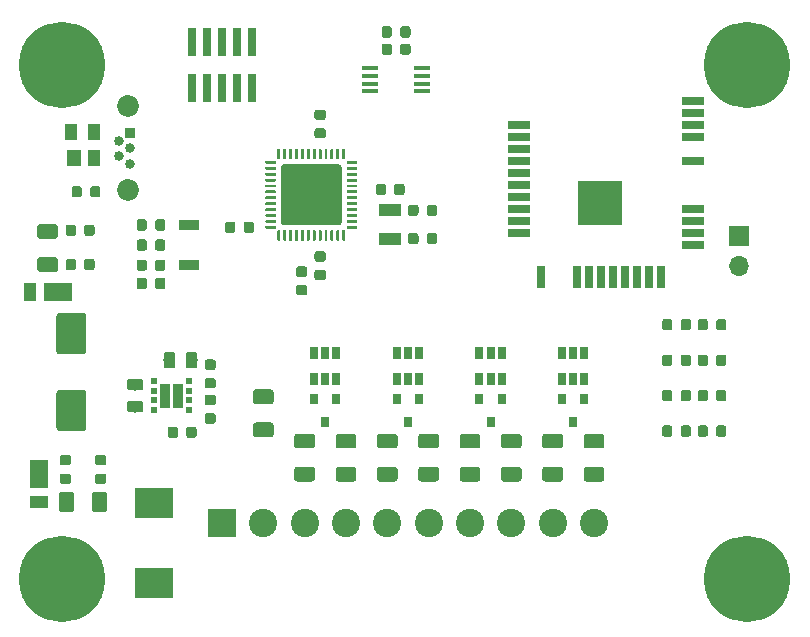
<source format=gts>
G04 #@! TF.GenerationSoftware,KiCad,Pcbnew,(5.1.2-1)-1*
G04 #@! TF.CreationDate,2019-05-05T13:35:30-05:00*
G04 #@! TF.ProjectId,WiFi-Gate-Controller,57694669-2d47-4617-9465-2d436f6e7472,rev?*
G04 #@! TF.SameCoordinates,Original*
G04 #@! TF.FileFunction,Soldermask,Top*
G04 #@! TF.FilePolarity,Negative*
%FSLAX46Y46*%
G04 Gerber Fmt 4.6, Leading zero omitted, Abs format (unit mm)*
G04 Created by KiCad (PCBNEW (5.1.2-1)-1) date 2019-05-05 13:35:30*
%MOMM*%
%LPD*%
G04 APERTURE LIST*
%ADD10R,1.900000X1.100000*%
%ADD11R,0.940000X2.040000*%
%ADD12R,0.590000X0.540000*%
%ADD13C,2.000000*%
%ADD14C,0.975000*%
%ADD15C,1.250000*%
%ADD16C,7.300000*%
%ADD17C,2.400000*%
%ADD18R,2.400000X2.400000*%
%ADD19C,0.875000*%
%ADD20C,2.500000*%
%ADD21R,1.500000X2.400000*%
%ADD22R,1.500000X1.050000*%
%ADD23R,1.050000X1.500000*%
%ADD24R,2.400000X1.500000*%
%ADD25R,3.300000X2.500000*%
%ADD26R,0.800000X0.900000*%
%ADD27R,1.200000X1.400000*%
%ADD28R,1.000000X1.400000*%
%ADD29C,5.150000*%
%ADD30C,0.250000*%
%ADD31R,0.740000X2.400000*%
%ADD32R,1.700000X1.700000*%
%ADD33O,1.700000X1.700000*%
%ADD34R,1.700000X0.900000*%
%ADD35R,1.450000X0.450000*%
%ADD36R,0.650000X1.060000*%
%ADD37R,0.840000X0.840000*%
%ADD38C,0.840000*%
%ADD39C,1.850000*%
%ADD40C,0.500000*%
%ADD41R,3.700000X3.700000*%
%ADD42R,0.800000X1.900000*%
%ADD43R,1.900000X0.800000*%
G04 APERTURE END LIST*
D10*
X57750000Y-47800000D03*
X57750000Y-50200000D03*
D11*
X38700000Y-63500000D03*
X39800000Y-63500000D03*
D12*
X37775000Y-64700000D03*
X37775000Y-63900000D03*
X37775000Y-63100000D03*
X37775000Y-62300000D03*
X40725000Y-62300000D03*
X40725000Y-63100000D03*
X40725000Y-63900000D03*
X40725000Y-64700000D03*
D13*
G36*
X41205142Y-59801174D02*
G01*
X41228803Y-59804684D01*
X41252007Y-59810496D01*
X41274529Y-59818554D01*
X41296153Y-59828782D01*
X41316670Y-59841079D01*
X41335883Y-59855329D01*
X41353607Y-59871393D01*
X41369671Y-59889117D01*
X41383921Y-59908330D01*
X41396218Y-59928847D01*
X41406446Y-59950471D01*
X41414504Y-59972993D01*
X41420316Y-59996197D01*
X41423826Y-60019858D01*
X41425000Y-60043750D01*
X41425000Y-60956250D01*
X41423826Y-60980142D01*
X41420316Y-61003803D01*
X41414504Y-61027007D01*
X41406446Y-61049529D01*
X41396218Y-61071153D01*
X41383921Y-61091670D01*
X41369671Y-61110883D01*
X41353607Y-61128607D01*
X41335883Y-61144671D01*
X41316670Y-61158921D01*
X41296153Y-61171218D01*
X41274529Y-61181446D01*
X41252007Y-61189504D01*
X41228803Y-61195316D01*
X41205142Y-61198826D01*
X41181250Y-61200000D01*
X40693750Y-61200000D01*
X40669858Y-61198826D01*
X40646197Y-61195316D01*
X40622993Y-61189504D01*
X40600471Y-61181446D01*
X40578847Y-61171218D01*
X40558330Y-61158921D01*
X40539117Y-61144671D01*
X40521393Y-61128607D01*
X40505329Y-61110883D01*
X40491079Y-61091670D01*
X40478782Y-61071153D01*
X40468554Y-61049529D01*
X40460496Y-61027007D01*
X40454684Y-61003803D01*
X40451174Y-60980142D01*
X40450000Y-60956250D01*
X40450000Y-60043750D01*
X40451174Y-60019858D01*
X40454684Y-59996197D01*
X40460496Y-59972993D01*
X40468554Y-59950471D01*
X40478782Y-59928847D01*
X40491079Y-59908330D01*
X40505329Y-59889117D01*
X40521393Y-59871393D01*
X40539117Y-59855329D01*
X40558330Y-59841079D01*
X40578847Y-59828782D01*
X40600471Y-59818554D01*
X40622993Y-59810496D01*
X40646197Y-59804684D01*
X40669858Y-59801174D01*
X40693750Y-59800000D01*
X41181250Y-59800000D01*
X41205142Y-59801174D01*
X41205142Y-59801174D01*
G37*
D14*
X40937500Y-60500000D03*
D13*
G36*
X39330142Y-59801174D02*
G01*
X39353803Y-59804684D01*
X39377007Y-59810496D01*
X39399529Y-59818554D01*
X39421153Y-59828782D01*
X39441670Y-59841079D01*
X39460883Y-59855329D01*
X39478607Y-59871393D01*
X39494671Y-59889117D01*
X39508921Y-59908330D01*
X39521218Y-59928847D01*
X39531446Y-59950471D01*
X39539504Y-59972993D01*
X39545316Y-59996197D01*
X39548826Y-60019858D01*
X39550000Y-60043750D01*
X39550000Y-60956250D01*
X39548826Y-60980142D01*
X39545316Y-61003803D01*
X39539504Y-61027007D01*
X39531446Y-61049529D01*
X39521218Y-61071153D01*
X39508921Y-61091670D01*
X39494671Y-61110883D01*
X39478607Y-61128607D01*
X39460883Y-61144671D01*
X39441670Y-61158921D01*
X39421153Y-61171218D01*
X39399529Y-61181446D01*
X39377007Y-61189504D01*
X39353803Y-61195316D01*
X39330142Y-61198826D01*
X39306250Y-61200000D01*
X38818750Y-61200000D01*
X38794858Y-61198826D01*
X38771197Y-61195316D01*
X38747993Y-61189504D01*
X38725471Y-61181446D01*
X38703847Y-61171218D01*
X38683330Y-61158921D01*
X38664117Y-61144671D01*
X38646393Y-61128607D01*
X38630329Y-61110883D01*
X38616079Y-61091670D01*
X38603782Y-61071153D01*
X38593554Y-61049529D01*
X38585496Y-61027007D01*
X38579684Y-61003803D01*
X38576174Y-60980142D01*
X38575000Y-60956250D01*
X38575000Y-60043750D01*
X38576174Y-60019858D01*
X38579684Y-59996197D01*
X38585496Y-59972993D01*
X38593554Y-59950471D01*
X38603782Y-59928847D01*
X38616079Y-59908330D01*
X38630329Y-59889117D01*
X38646393Y-59871393D01*
X38664117Y-59855329D01*
X38683330Y-59841079D01*
X38703847Y-59828782D01*
X38725471Y-59818554D01*
X38747993Y-59810496D01*
X38771197Y-59804684D01*
X38794858Y-59801174D01*
X38818750Y-59800000D01*
X39306250Y-59800000D01*
X39330142Y-59801174D01*
X39330142Y-59801174D01*
G37*
D14*
X39062500Y-60500000D03*
D13*
G36*
X29399504Y-51772204D02*
G01*
X29423773Y-51775804D01*
X29447571Y-51781765D01*
X29470671Y-51790030D01*
X29492849Y-51800520D01*
X29513893Y-51813133D01*
X29533598Y-51827747D01*
X29551777Y-51844223D01*
X29568253Y-51862402D01*
X29582867Y-51882107D01*
X29595480Y-51903151D01*
X29605970Y-51925329D01*
X29614235Y-51948429D01*
X29620196Y-51972227D01*
X29623796Y-51996496D01*
X29625000Y-52021000D01*
X29625000Y-52771000D01*
X29623796Y-52795504D01*
X29620196Y-52819773D01*
X29614235Y-52843571D01*
X29605970Y-52866671D01*
X29595480Y-52888849D01*
X29582867Y-52909893D01*
X29568253Y-52929598D01*
X29551777Y-52947777D01*
X29533598Y-52964253D01*
X29513893Y-52978867D01*
X29492849Y-52991480D01*
X29470671Y-53001970D01*
X29447571Y-53010235D01*
X29423773Y-53016196D01*
X29399504Y-53019796D01*
X29375000Y-53021000D01*
X28125000Y-53021000D01*
X28100496Y-53019796D01*
X28076227Y-53016196D01*
X28052429Y-53010235D01*
X28029329Y-53001970D01*
X28007151Y-52991480D01*
X27986107Y-52978867D01*
X27966402Y-52964253D01*
X27948223Y-52947777D01*
X27931747Y-52929598D01*
X27917133Y-52909893D01*
X27904520Y-52888849D01*
X27894030Y-52866671D01*
X27885765Y-52843571D01*
X27879804Y-52819773D01*
X27876204Y-52795504D01*
X27875000Y-52771000D01*
X27875000Y-52021000D01*
X27876204Y-51996496D01*
X27879804Y-51972227D01*
X27885765Y-51948429D01*
X27894030Y-51925329D01*
X27904520Y-51903151D01*
X27917133Y-51882107D01*
X27931747Y-51862402D01*
X27948223Y-51844223D01*
X27966402Y-51827747D01*
X27986107Y-51813133D01*
X28007151Y-51800520D01*
X28029329Y-51790030D01*
X28052429Y-51781765D01*
X28076227Y-51775804D01*
X28100496Y-51772204D01*
X28125000Y-51771000D01*
X29375000Y-51771000D01*
X29399504Y-51772204D01*
X29399504Y-51772204D01*
G37*
D15*
X28750000Y-52396000D03*
D13*
G36*
X29399504Y-48972204D02*
G01*
X29423773Y-48975804D01*
X29447571Y-48981765D01*
X29470671Y-48990030D01*
X29492849Y-49000520D01*
X29513893Y-49013133D01*
X29533598Y-49027747D01*
X29551777Y-49044223D01*
X29568253Y-49062402D01*
X29582867Y-49082107D01*
X29595480Y-49103151D01*
X29605970Y-49125329D01*
X29614235Y-49148429D01*
X29620196Y-49172227D01*
X29623796Y-49196496D01*
X29625000Y-49221000D01*
X29625000Y-49971000D01*
X29623796Y-49995504D01*
X29620196Y-50019773D01*
X29614235Y-50043571D01*
X29605970Y-50066671D01*
X29595480Y-50088849D01*
X29582867Y-50109893D01*
X29568253Y-50129598D01*
X29551777Y-50147777D01*
X29533598Y-50164253D01*
X29513893Y-50178867D01*
X29492849Y-50191480D01*
X29470671Y-50201970D01*
X29447571Y-50210235D01*
X29423773Y-50216196D01*
X29399504Y-50219796D01*
X29375000Y-50221000D01*
X28125000Y-50221000D01*
X28100496Y-50219796D01*
X28076227Y-50216196D01*
X28052429Y-50210235D01*
X28029329Y-50201970D01*
X28007151Y-50191480D01*
X27986107Y-50178867D01*
X27966402Y-50164253D01*
X27948223Y-50147777D01*
X27931747Y-50129598D01*
X27917133Y-50109893D01*
X27904520Y-50088849D01*
X27894030Y-50066671D01*
X27885765Y-50043571D01*
X27879804Y-50019773D01*
X27876204Y-49995504D01*
X27875000Y-49971000D01*
X27875000Y-49221000D01*
X27876204Y-49196496D01*
X27879804Y-49172227D01*
X27885765Y-49148429D01*
X27894030Y-49125329D01*
X27904520Y-49103151D01*
X27917133Y-49082107D01*
X27931747Y-49062402D01*
X27948223Y-49044223D01*
X27966402Y-49027747D01*
X27986107Y-49013133D01*
X28007151Y-49000520D01*
X28029329Y-48990030D01*
X28052429Y-48981765D01*
X28076227Y-48975804D01*
X28100496Y-48972204D01*
X28125000Y-48971000D01*
X29375000Y-48971000D01*
X29399504Y-48972204D01*
X29399504Y-48972204D01*
G37*
D15*
X28750000Y-49596000D03*
D16*
X88000000Y-35500000D03*
X88000000Y-79000000D03*
X30000000Y-79000000D03*
X30000000Y-35500000D03*
D17*
X75000000Y-74250000D03*
X71500000Y-74250000D03*
X68000000Y-74250000D03*
D18*
X43500000Y-74250000D03*
D17*
X64500000Y-74281729D03*
X61000000Y-74250000D03*
X57500000Y-74250000D03*
X54000000Y-74250000D03*
X47000000Y-74250000D03*
X50500000Y-74250000D03*
D13*
G36*
X33527691Y-70101053D02*
G01*
X33548926Y-70104203D01*
X33569750Y-70109419D01*
X33589962Y-70116651D01*
X33609368Y-70125830D01*
X33627781Y-70136866D01*
X33645024Y-70149654D01*
X33660930Y-70164070D01*
X33675346Y-70179976D01*
X33688134Y-70197219D01*
X33699170Y-70215632D01*
X33708349Y-70235038D01*
X33715581Y-70255250D01*
X33720797Y-70276074D01*
X33723947Y-70297309D01*
X33725000Y-70318750D01*
X33725000Y-70756250D01*
X33723947Y-70777691D01*
X33720797Y-70798926D01*
X33715581Y-70819750D01*
X33708349Y-70839962D01*
X33699170Y-70859368D01*
X33688134Y-70877781D01*
X33675346Y-70895024D01*
X33660930Y-70910930D01*
X33645024Y-70925346D01*
X33627781Y-70938134D01*
X33609368Y-70949170D01*
X33589962Y-70958349D01*
X33569750Y-70965581D01*
X33548926Y-70970797D01*
X33527691Y-70973947D01*
X33506250Y-70975000D01*
X32993750Y-70975000D01*
X32972309Y-70973947D01*
X32951074Y-70970797D01*
X32930250Y-70965581D01*
X32910038Y-70958349D01*
X32890632Y-70949170D01*
X32872219Y-70938134D01*
X32854976Y-70925346D01*
X32839070Y-70910930D01*
X32824654Y-70895024D01*
X32811866Y-70877781D01*
X32800830Y-70859368D01*
X32791651Y-70839962D01*
X32784419Y-70819750D01*
X32779203Y-70798926D01*
X32776053Y-70777691D01*
X32775000Y-70756250D01*
X32775000Y-70318750D01*
X32776053Y-70297309D01*
X32779203Y-70276074D01*
X32784419Y-70255250D01*
X32791651Y-70235038D01*
X32800830Y-70215632D01*
X32811866Y-70197219D01*
X32824654Y-70179976D01*
X32839070Y-70164070D01*
X32854976Y-70149654D01*
X32872219Y-70136866D01*
X32890632Y-70125830D01*
X32910038Y-70116651D01*
X32930250Y-70109419D01*
X32951074Y-70104203D01*
X32972309Y-70101053D01*
X32993750Y-70100000D01*
X33506250Y-70100000D01*
X33527691Y-70101053D01*
X33527691Y-70101053D01*
G37*
D19*
X33250000Y-70537500D03*
D13*
G36*
X33527691Y-68526053D02*
G01*
X33548926Y-68529203D01*
X33569750Y-68534419D01*
X33589962Y-68541651D01*
X33609368Y-68550830D01*
X33627781Y-68561866D01*
X33645024Y-68574654D01*
X33660930Y-68589070D01*
X33675346Y-68604976D01*
X33688134Y-68622219D01*
X33699170Y-68640632D01*
X33708349Y-68660038D01*
X33715581Y-68680250D01*
X33720797Y-68701074D01*
X33723947Y-68722309D01*
X33725000Y-68743750D01*
X33725000Y-69181250D01*
X33723947Y-69202691D01*
X33720797Y-69223926D01*
X33715581Y-69244750D01*
X33708349Y-69264962D01*
X33699170Y-69284368D01*
X33688134Y-69302781D01*
X33675346Y-69320024D01*
X33660930Y-69335930D01*
X33645024Y-69350346D01*
X33627781Y-69363134D01*
X33609368Y-69374170D01*
X33589962Y-69383349D01*
X33569750Y-69390581D01*
X33548926Y-69395797D01*
X33527691Y-69398947D01*
X33506250Y-69400000D01*
X32993750Y-69400000D01*
X32972309Y-69398947D01*
X32951074Y-69395797D01*
X32930250Y-69390581D01*
X32910038Y-69383349D01*
X32890632Y-69374170D01*
X32872219Y-69363134D01*
X32854976Y-69350346D01*
X32839070Y-69335930D01*
X32824654Y-69320024D01*
X32811866Y-69302781D01*
X32800830Y-69284368D01*
X32791651Y-69264962D01*
X32784419Y-69244750D01*
X32779203Y-69223926D01*
X32776053Y-69202691D01*
X32775000Y-69181250D01*
X32775000Y-68743750D01*
X32776053Y-68722309D01*
X32779203Y-68701074D01*
X32784419Y-68680250D01*
X32791651Y-68660038D01*
X32800830Y-68640632D01*
X32811866Y-68622219D01*
X32824654Y-68604976D01*
X32839070Y-68589070D01*
X32854976Y-68574654D01*
X32872219Y-68561866D01*
X32890632Y-68550830D01*
X32910038Y-68541651D01*
X32930250Y-68534419D01*
X32951074Y-68529203D01*
X32972309Y-68526053D01*
X32993750Y-68525000D01*
X33506250Y-68525000D01*
X33527691Y-68526053D01*
X33527691Y-68526053D01*
G37*
D19*
X33250000Y-68962500D03*
D13*
G36*
X30527691Y-68526053D02*
G01*
X30548926Y-68529203D01*
X30569750Y-68534419D01*
X30589962Y-68541651D01*
X30609368Y-68550830D01*
X30627781Y-68561866D01*
X30645024Y-68574654D01*
X30660930Y-68589070D01*
X30675346Y-68604976D01*
X30688134Y-68622219D01*
X30699170Y-68640632D01*
X30708349Y-68660038D01*
X30715581Y-68680250D01*
X30720797Y-68701074D01*
X30723947Y-68722309D01*
X30725000Y-68743750D01*
X30725000Y-69181250D01*
X30723947Y-69202691D01*
X30720797Y-69223926D01*
X30715581Y-69244750D01*
X30708349Y-69264962D01*
X30699170Y-69284368D01*
X30688134Y-69302781D01*
X30675346Y-69320024D01*
X30660930Y-69335930D01*
X30645024Y-69350346D01*
X30627781Y-69363134D01*
X30609368Y-69374170D01*
X30589962Y-69383349D01*
X30569750Y-69390581D01*
X30548926Y-69395797D01*
X30527691Y-69398947D01*
X30506250Y-69400000D01*
X29993750Y-69400000D01*
X29972309Y-69398947D01*
X29951074Y-69395797D01*
X29930250Y-69390581D01*
X29910038Y-69383349D01*
X29890632Y-69374170D01*
X29872219Y-69363134D01*
X29854976Y-69350346D01*
X29839070Y-69335930D01*
X29824654Y-69320024D01*
X29811866Y-69302781D01*
X29800830Y-69284368D01*
X29791651Y-69264962D01*
X29784419Y-69244750D01*
X29779203Y-69223926D01*
X29776053Y-69202691D01*
X29775000Y-69181250D01*
X29775000Y-68743750D01*
X29776053Y-68722309D01*
X29779203Y-68701074D01*
X29784419Y-68680250D01*
X29791651Y-68660038D01*
X29800830Y-68640632D01*
X29811866Y-68622219D01*
X29824654Y-68604976D01*
X29839070Y-68589070D01*
X29854976Y-68574654D01*
X29872219Y-68561866D01*
X29890632Y-68550830D01*
X29910038Y-68541651D01*
X29930250Y-68534419D01*
X29951074Y-68529203D01*
X29972309Y-68526053D01*
X29993750Y-68525000D01*
X30506250Y-68525000D01*
X30527691Y-68526053D01*
X30527691Y-68526053D01*
G37*
D19*
X30250000Y-68962500D03*
D13*
G36*
X30527691Y-70101053D02*
G01*
X30548926Y-70104203D01*
X30569750Y-70109419D01*
X30589962Y-70116651D01*
X30609368Y-70125830D01*
X30627781Y-70136866D01*
X30645024Y-70149654D01*
X30660930Y-70164070D01*
X30675346Y-70179976D01*
X30688134Y-70197219D01*
X30699170Y-70215632D01*
X30708349Y-70235038D01*
X30715581Y-70255250D01*
X30720797Y-70276074D01*
X30723947Y-70297309D01*
X30725000Y-70318750D01*
X30725000Y-70756250D01*
X30723947Y-70777691D01*
X30720797Y-70798926D01*
X30715581Y-70819750D01*
X30708349Y-70839962D01*
X30699170Y-70859368D01*
X30688134Y-70877781D01*
X30675346Y-70895024D01*
X30660930Y-70910930D01*
X30645024Y-70925346D01*
X30627781Y-70938134D01*
X30609368Y-70949170D01*
X30589962Y-70958349D01*
X30569750Y-70965581D01*
X30548926Y-70970797D01*
X30527691Y-70973947D01*
X30506250Y-70975000D01*
X29993750Y-70975000D01*
X29972309Y-70973947D01*
X29951074Y-70970797D01*
X29930250Y-70965581D01*
X29910038Y-70958349D01*
X29890632Y-70949170D01*
X29872219Y-70938134D01*
X29854976Y-70925346D01*
X29839070Y-70910930D01*
X29824654Y-70895024D01*
X29811866Y-70877781D01*
X29800830Y-70859368D01*
X29791651Y-70839962D01*
X29784419Y-70819750D01*
X29779203Y-70798926D01*
X29776053Y-70777691D01*
X29775000Y-70756250D01*
X29775000Y-70318750D01*
X29776053Y-70297309D01*
X29779203Y-70276074D01*
X29784419Y-70255250D01*
X29791651Y-70235038D01*
X29800830Y-70215632D01*
X29811866Y-70197219D01*
X29824654Y-70179976D01*
X29839070Y-70164070D01*
X29854976Y-70149654D01*
X29872219Y-70136866D01*
X29890632Y-70125830D01*
X29910038Y-70116651D01*
X29930250Y-70109419D01*
X29951074Y-70104203D01*
X29972309Y-70101053D01*
X29993750Y-70100000D01*
X30506250Y-70100000D01*
X30527691Y-70101053D01*
X30527691Y-70101053D01*
G37*
D19*
X30250000Y-70537500D03*
D13*
G36*
X32527691Y-49022053D02*
G01*
X32548926Y-49025203D01*
X32569750Y-49030419D01*
X32589962Y-49037651D01*
X32609368Y-49046830D01*
X32627781Y-49057866D01*
X32645024Y-49070654D01*
X32660930Y-49085070D01*
X32675346Y-49100976D01*
X32688134Y-49118219D01*
X32699170Y-49136632D01*
X32708349Y-49156038D01*
X32715581Y-49176250D01*
X32720797Y-49197074D01*
X32723947Y-49218309D01*
X32725000Y-49239750D01*
X32725000Y-49752250D01*
X32723947Y-49773691D01*
X32720797Y-49794926D01*
X32715581Y-49815750D01*
X32708349Y-49835962D01*
X32699170Y-49855368D01*
X32688134Y-49873781D01*
X32675346Y-49891024D01*
X32660930Y-49906930D01*
X32645024Y-49921346D01*
X32627781Y-49934134D01*
X32609368Y-49945170D01*
X32589962Y-49954349D01*
X32569750Y-49961581D01*
X32548926Y-49966797D01*
X32527691Y-49969947D01*
X32506250Y-49971000D01*
X32068750Y-49971000D01*
X32047309Y-49969947D01*
X32026074Y-49966797D01*
X32005250Y-49961581D01*
X31985038Y-49954349D01*
X31965632Y-49945170D01*
X31947219Y-49934134D01*
X31929976Y-49921346D01*
X31914070Y-49906930D01*
X31899654Y-49891024D01*
X31886866Y-49873781D01*
X31875830Y-49855368D01*
X31866651Y-49835962D01*
X31859419Y-49815750D01*
X31854203Y-49794926D01*
X31851053Y-49773691D01*
X31850000Y-49752250D01*
X31850000Y-49239750D01*
X31851053Y-49218309D01*
X31854203Y-49197074D01*
X31859419Y-49176250D01*
X31866651Y-49156038D01*
X31875830Y-49136632D01*
X31886866Y-49118219D01*
X31899654Y-49100976D01*
X31914070Y-49085070D01*
X31929976Y-49070654D01*
X31947219Y-49057866D01*
X31965632Y-49046830D01*
X31985038Y-49037651D01*
X32005250Y-49030419D01*
X32026074Y-49025203D01*
X32047309Y-49022053D01*
X32068750Y-49021000D01*
X32506250Y-49021000D01*
X32527691Y-49022053D01*
X32527691Y-49022053D01*
G37*
D19*
X32287500Y-49496000D03*
D13*
G36*
X30952691Y-49022053D02*
G01*
X30973926Y-49025203D01*
X30994750Y-49030419D01*
X31014962Y-49037651D01*
X31034368Y-49046830D01*
X31052781Y-49057866D01*
X31070024Y-49070654D01*
X31085930Y-49085070D01*
X31100346Y-49100976D01*
X31113134Y-49118219D01*
X31124170Y-49136632D01*
X31133349Y-49156038D01*
X31140581Y-49176250D01*
X31145797Y-49197074D01*
X31148947Y-49218309D01*
X31150000Y-49239750D01*
X31150000Y-49752250D01*
X31148947Y-49773691D01*
X31145797Y-49794926D01*
X31140581Y-49815750D01*
X31133349Y-49835962D01*
X31124170Y-49855368D01*
X31113134Y-49873781D01*
X31100346Y-49891024D01*
X31085930Y-49906930D01*
X31070024Y-49921346D01*
X31052781Y-49934134D01*
X31034368Y-49945170D01*
X31014962Y-49954349D01*
X30994750Y-49961581D01*
X30973926Y-49966797D01*
X30952691Y-49969947D01*
X30931250Y-49971000D01*
X30493750Y-49971000D01*
X30472309Y-49969947D01*
X30451074Y-49966797D01*
X30430250Y-49961581D01*
X30410038Y-49954349D01*
X30390632Y-49945170D01*
X30372219Y-49934134D01*
X30354976Y-49921346D01*
X30339070Y-49906930D01*
X30324654Y-49891024D01*
X30311866Y-49873781D01*
X30300830Y-49855368D01*
X30291651Y-49835962D01*
X30284419Y-49815750D01*
X30279203Y-49794926D01*
X30276053Y-49773691D01*
X30275000Y-49752250D01*
X30275000Y-49239750D01*
X30276053Y-49218309D01*
X30279203Y-49197074D01*
X30284419Y-49176250D01*
X30291651Y-49156038D01*
X30300830Y-49136632D01*
X30311866Y-49118219D01*
X30324654Y-49100976D01*
X30339070Y-49085070D01*
X30354976Y-49070654D01*
X30372219Y-49057866D01*
X30390632Y-49046830D01*
X30410038Y-49037651D01*
X30430250Y-49030419D01*
X30451074Y-49025203D01*
X30472309Y-49022053D01*
X30493750Y-49021000D01*
X30931250Y-49021000D01*
X30952691Y-49022053D01*
X30952691Y-49022053D01*
G37*
D19*
X30712500Y-49496000D03*
D13*
G36*
X32527691Y-51922053D02*
G01*
X32548926Y-51925203D01*
X32569750Y-51930419D01*
X32589962Y-51937651D01*
X32609368Y-51946830D01*
X32627781Y-51957866D01*
X32645024Y-51970654D01*
X32660930Y-51985070D01*
X32675346Y-52000976D01*
X32688134Y-52018219D01*
X32699170Y-52036632D01*
X32708349Y-52056038D01*
X32715581Y-52076250D01*
X32720797Y-52097074D01*
X32723947Y-52118309D01*
X32725000Y-52139750D01*
X32725000Y-52652250D01*
X32723947Y-52673691D01*
X32720797Y-52694926D01*
X32715581Y-52715750D01*
X32708349Y-52735962D01*
X32699170Y-52755368D01*
X32688134Y-52773781D01*
X32675346Y-52791024D01*
X32660930Y-52806930D01*
X32645024Y-52821346D01*
X32627781Y-52834134D01*
X32609368Y-52845170D01*
X32589962Y-52854349D01*
X32569750Y-52861581D01*
X32548926Y-52866797D01*
X32527691Y-52869947D01*
X32506250Y-52871000D01*
X32068750Y-52871000D01*
X32047309Y-52869947D01*
X32026074Y-52866797D01*
X32005250Y-52861581D01*
X31985038Y-52854349D01*
X31965632Y-52845170D01*
X31947219Y-52834134D01*
X31929976Y-52821346D01*
X31914070Y-52806930D01*
X31899654Y-52791024D01*
X31886866Y-52773781D01*
X31875830Y-52755368D01*
X31866651Y-52735962D01*
X31859419Y-52715750D01*
X31854203Y-52694926D01*
X31851053Y-52673691D01*
X31850000Y-52652250D01*
X31850000Y-52139750D01*
X31851053Y-52118309D01*
X31854203Y-52097074D01*
X31859419Y-52076250D01*
X31866651Y-52056038D01*
X31875830Y-52036632D01*
X31886866Y-52018219D01*
X31899654Y-52000976D01*
X31914070Y-51985070D01*
X31929976Y-51970654D01*
X31947219Y-51957866D01*
X31965632Y-51946830D01*
X31985038Y-51937651D01*
X32005250Y-51930419D01*
X32026074Y-51925203D01*
X32047309Y-51922053D01*
X32068750Y-51921000D01*
X32506250Y-51921000D01*
X32527691Y-51922053D01*
X32527691Y-51922053D01*
G37*
D19*
X32287500Y-52396000D03*
D13*
G36*
X30952691Y-51922053D02*
G01*
X30973926Y-51925203D01*
X30994750Y-51930419D01*
X31014962Y-51937651D01*
X31034368Y-51946830D01*
X31052781Y-51957866D01*
X31070024Y-51970654D01*
X31085930Y-51985070D01*
X31100346Y-52000976D01*
X31113134Y-52018219D01*
X31124170Y-52036632D01*
X31133349Y-52056038D01*
X31140581Y-52076250D01*
X31145797Y-52097074D01*
X31148947Y-52118309D01*
X31150000Y-52139750D01*
X31150000Y-52652250D01*
X31148947Y-52673691D01*
X31145797Y-52694926D01*
X31140581Y-52715750D01*
X31133349Y-52735962D01*
X31124170Y-52755368D01*
X31113134Y-52773781D01*
X31100346Y-52791024D01*
X31085930Y-52806930D01*
X31070024Y-52821346D01*
X31052781Y-52834134D01*
X31034368Y-52845170D01*
X31014962Y-52854349D01*
X30994750Y-52861581D01*
X30973926Y-52866797D01*
X30952691Y-52869947D01*
X30931250Y-52871000D01*
X30493750Y-52871000D01*
X30472309Y-52869947D01*
X30451074Y-52866797D01*
X30430250Y-52861581D01*
X30410038Y-52854349D01*
X30390632Y-52845170D01*
X30372219Y-52834134D01*
X30354976Y-52821346D01*
X30339070Y-52806930D01*
X30324654Y-52791024D01*
X30311866Y-52773781D01*
X30300830Y-52755368D01*
X30291651Y-52735962D01*
X30284419Y-52715750D01*
X30279203Y-52694926D01*
X30276053Y-52673691D01*
X30275000Y-52652250D01*
X30275000Y-52139750D01*
X30276053Y-52118309D01*
X30279203Y-52097074D01*
X30284419Y-52076250D01*
X30291651Y-52056038D01*
X30300830Y-52036632D01*
X30311866Y-52018219D01*
X30324654Y-52000976D01*
X30339070Y-51985070D01*
X30354976Y-51970654D01*
X30372219Y-51957866D01*
X30390632Y-51946830D01*
X30410038Y-51937651D01*
X30430250Y-51930419D01*
X30451074Y-51925203D01*
X30472309Y-51922053D01*
X30493750Y-51921000D01*
X30931250Y-51921000D01*
X30952691Y-51922053D01*
X30952691Y-51922053D01*
G37*
D19*
X30712500Y-52396000D03*
D13*
G36*
X31774504Y-63001204D02*
G01*
X31798773Y-63004804D01*
X31822571Y-63010765D01*
X31845671Y-63019030D01*
X31867849Y-63029520D01*
X31888893Y-63042133D01*
X31908598Y-63056747D01*
X31926777Y-63073223D01*
X31943253Y-63091402D01*
X31957867Y-63111107D01*
X31970480Y-63132151D01*
X31980970Y-63154329D01*
X31989235Y-63177429D01*
X31995196Y-63201227D01*
X31998796Y-63225496D01*
X32000000Y-63250000D01*
X32000000Y-66250000D01*
X31998796Y-66274504D01*
X31995196Y-66298773D01*
X31989235Y-66322571D01*
X31980970Y-66345671D01*
X31970480Y-66367849D01*
X31957867Y-66388893D01*
X31943253Y-66408598D01*
X31926777Y-66426777D01*
X31908598Y-66443253D01*
X31888893Y-66457867D01*
X31867849Y-66470480D01*
X31845671Y-66480970D01*
X31822571Y-66489235D01*
X31798773Y-66495196D01*
X31774504Y-66498796D01*
X31750000Y-66500000D01*
X29750000Y-66500000D01*
X29725496Y-66498796D01*
X29701227Y-66495196D01*
X29677429Y-66489235D01*
X29654329Y-66480970D01*
X29632151Y-66470480D01*
X29611107Y-66457867D01*
X29591402Y-66443253D01*
X29573223Y-66426777D01*
X29556747Y-66408598D01*
X29542133Y-66388893D01*
X29529520Y-66367849D01*
X29519030Y-66345671D01*
X29510765Y-66322571D01*
X29504804Y-66298773D01*
X29501204Y-66274504D01*
X29500000Y-66250000D01*
X29500000Y-63250000D01*
X29501204Y-63225496D01*
X29504804Y-63201227D01*
X29510765Y-63177429D01*
X29519030Y-63154329D01*
X29529520Y-63132151D01*
X29542133Y-63111107D01*
X29556747Y-63091402D01*
X29573223Y-63073223D01*
X29591402Y-63056747D01*
X29611107Y-63042133D01*
X29632151Y-63029520D01*
X29654329Y-63019030D01*
X29677429Y-63010765D01*
X29701227Y-63004804D01*
X29725496Y-63001204D01*
X29750000Y-63000000D01*
X31750000Y-63000000D01*
X31774504Y-63001204D01*
X31774504Y-63001204D01*
G37*
D20*
X30750000Y-64750000D03*
D13*
G36*
X31774504Y-56501204D02*
G01*
X31798773Y-56504804D01*
X31822571Y-56510765D01*
X31845671Y-56519030D01*
X31867849Y-56529520D01*
X31888893Y-56542133D01*
X31908598Y-56556747D01*
X31926777Y-56573223D01*
X31943253Y-56591402D01*
X31957867Y-56611107D01*
X31970480Y-56632151D01*
X31980970Y-56654329D01*
X31989235Y-56677429D01*
X31995196Y-56701227D01*
X31998796Y-56725496D01*
X32000000Y-56750000D01*
X32000000Y-59750000D01*
X31998796Y-59774504D01*
X31995196Y-59798773D01*
X31989235Y-59822571D01*
X31980970Y-59845671D01*
X31970480Y-59867849D01*
X31957867Y-59888893D01*
X31943253Y-59908598D01*
X31926777Y-59926777D01*
X31908598Y-59943253D01*
X31888893Y-59957867D01*
X31867849Y-59970480D01*
X31845671Y-59980970D01*
X31822571Y-59989235D01*
X31798773Y-59995196D01*
X31774504Y-59998796D01*
X31750000Y-60000000D01*
X29750000Y-60000000D01*
X29725496Y-59998796D01*
X29701227Y-59995196D01*
X29677429Y-59989235D01*
X29654329Y-59980970D01*
X29632151Y-59970480D01*
X29611107Y-59957867D01*
X29591402Y-59943253D01*
X29573223Y-59926777D01*
X29556747Y-59908598D01*
X29542133Y-59888893D01*
X29529520Y-59867849D01*
X29519030Y-59845671D01*
X29510765Y-59822571D01*
X29504804Y-59798773D01*
X29501204Y-59774504D01*
X29500000Y-59750000D01*
X29500000Y-56750000D01*
X29501204Y-56725496D01*
X29504804Y-56701227D01*
X29510765Y-56677429D01*
X29519030Y-56654329D01*
X29529520Y-56632151D01*
X29542133Y-56611107D01*
X29556747Y-56591402D01*
X29573223Y-56573223D01*
X29591402Y-56556747D01*
X29611107Y-56542133D01*
X29632151Y-56529520D01*
X29654329Y-56519030D01*
X29677429Y-56510765D01*
X29701227Y-56504804D01*
X29725496Y-56501204D01*
X29750000Y-56500000D01*
X31750000Y-56500000D01*
X31774504Y-56501204D01*
X31774504Y-56501204D01*
G37*
D20*
X30750000Y-58250000D03*
D13*
G36*
X36640142Y-62076174D02*
G01*
X36663803Y-62079684D01*
X36687007Y-62085496D01*
X36709529Y-62093554D01*
X36731153Y-62103782D01*
X36751670Y-62116079D01*
X36770883Y-62130329D01*
X36788607Y-62146393D01*
X36804671Y-62164117D01*
X36818921Y-62183330D01*
X36831218Y-62203847D01*
X36841446Y-62225471D01*
X36849504Y-62247993D01*
X36855316Y-62271197D01*
X36858826Y-62294858D01*
X36860000Y-62318750D01*
X36860000Y-62806250D01*
X36858826Y-62830142D01*
X36855316Y-62853803D01*
X36849504Y-62877007D01*
X36841446Y-62899529D01*
X36831218Y-62921153D01*
X36818921Y-62941670D01*
X36804671Y-62960883D01*
X36788607Y-62978607D01*
X36770883Y-62994671D01*
X36751670Y-63008921D01*
X36731153Y-63021218D01*
X36709529Y-63031446D01*
X36687007Y-63039504D01*
X36663803Y-63045316D01*
X36640142Y-63048826D01*
X36616250Y-63050000D01*
X35703750Y-63050000D01*
X35679858Y-63048826D01*
X35656197Y-63045316D01*
X35632993Y-63039504D01*
X35610471Y-63031446D01*
X35588847Y-63021218D01*
X35568330Y-63008921D01*
X35549117Y-62994671D01*
X35531393Y-62978607D01*
X35515329Y-62960883D01*
X35501079Y-62941670D01*
X35488782Y-62921153D01*
X35478554Y-62899529D01*
X35470496Y-62877007D01*
X35464684Y-62853803D01*
X35461174Y-62830142D01*
X35460000Y-62806250D01*
X35460000Y-62318750D01*
X35461174Y-62294858D01*
X35464684Y-62271197D01*
X35470496Y-62247993D01*
X35478554Y-62225471D01*
X35488782Y-62203847D01*
X35501079Y-62183330D01*
X35515329Y-62164117D01*
X35531393Y-62146393D01*
X35549117Y-62130329D01*
X35568330Y-62116079D01*
X35588847Y-62103782D01*
X35610471Y-62093554D01*
X35632993Y-62085496D01*
X35656197Y-62079684D01*
X35679858Y-62076174D01*
X35703750Y-62075000D01*
X36616250Y-62075000D01*
X36640142Y-62076174D01*
X36640142Y-62076174D01*
G37*
D14*
X36160000Y-62562500D03*
D13*
G36*
X36640142Y-63951174D02*
G01*
X36663803Y-63954684D01*
X36687007Y-63960496D01*
X36709529Y-63968554D01*
X36731153Y-63978782D01*
X36751670Y-63991079D01*
X36770883Y-64005329D01*
X36788607Y-64021393D01*
X36804671Y-64039117D01*
X36818921Y-64058330D01*
X36831218Y-64078847D01*
X36841446Y-64100471D01*
X36849504Y-64122993D01*
X36855316Y-64146197D01*
X36858826Y-64169858D01*
X36860000Y-64193750D01*
X36860000Y-64681250D01*
X36858826Y-64705142D01*
X36855316Y-64728803D01*
X36849504Y-64752007D01*
X36841446Y-64774529D01*
X36831218Y-64796153D01*
X36818921Y-64816670D01*
X36804671Y-64835883D01*
X36788607Y-64853607D01*
X36770883Y-64869671D01*
X36751670Y-64883921D01*
X36731153Y-64896218D01*
X36709529Y-64906446D01*
X36687007Y-64914504D01*
X36663803Y-64920316D01*
X36640142Y-64923826D01*
X36616250Y-64925000D01*
X35703750Y-64925000D01*
X35679858Y-64923826D01*
X35656197Y-64920316D01*
X35632993Y-64914504D01*
X35610471Y-64906446D01*
X35588847Y-64896218D01*
X35568330Y-64883921D01*
X35549117Y-64869671D01*
X35531393Y-64853607D01*
X35515329Y-64835883D01*
X35501079Y-64816670D01*
X35488782Y-64796153D01*
X35478554Y-64774529D01*
X35470496Y-64752007D01*
X35464684Y-64728803D01*
X35461174Y-64705142D01*
X35460000Y-64681250D01*
X35460000Y-64193750D01*
X35461174Y-64169858D01*
X35464684Y-64146197D01*
X35470496Y-64122993D01*
X35478554Y-64100471D01*
X35488782Y-64078847D01*
X35501079Y-64058330D01*
X35515329Y-64039117D01*
X35531393Y-64021393D01*
X35549117Y-64005329D01*
X35568330Y-63991079D01*
X35588847Y-63978782D01*
X35610471Y-63968554D01*
X35632993Y-63960496D01*
X35656197Y-63954684D01*
X35679858Y-63951174D01*
X35703750Y-63950000D01*
X36616250Y-63950000D01*
X36640142Y-63951174D01*
X36640142Y-63951174D01*
G37*
D14*
X36160000Y-64437500D03*
D13*
G36*
X39584691Y-66126053D02*
G01*
X39605926Y-66129203D01*
X39626750Y-66134419D01*
X39646962Y-66141651D01*
X39666368Y-66150830D01*
X39684781Y-66161866D01*
X39702024Y-66174654D01*
X39717930Y-66189070D01*
X39732346Y-66204976D01*
X39745134Y-66222219D01*
X39756170Y-66240632D01*
X39765349Y-66260038D01*
X39772581Y-66280250D01*
X39777797Y-66301074D01*
X39780947Y-66322309D01*
X39782000Y-66343750D01*
X39782000Y-66856250D01*
X39780947Y-66877691D01*
X39777797Y-66898926D01*
X39772581Y-66919750D01*
X39765349Y-66939962D01*
X39756170Y-66959368D01*
X39745134Y-66977781D01*
X39732346Y-66995024D01*
X39717930Y-67010930D01*
X39702024Y-67025346D01*
X39684781Y-67038134D01*
X39666368Y-67049170D01*
X39646962Y-67058349D01*
X39626750Y-67065581D01*
X39605926Y-67070797D01*
X39584691Y-67073947D01*
X39563250Y-67075000D01*
X39125750Y-67075000D01*
X39104309Y-67073947D01*
X39083074Y-67070797D01*
X39062250Y-67065581D01*
X39042038Y-67058349D01*
X39022632Y-67049170D01*
X39004219Y-67038134D01*
X38986976Y-67025346D01*
X38971070Y-67010930D01*
X38956654Y-66995024D01*
X38943866Y-66977781D01*
X38932830Y-66959368D01*
X38923651Y-66939962D01*
X38916419Y-66919750D01*
X38911203Y-66898926D01*
X38908053Y-66877691D01*
X38907000Y-66856250D01*
X38907000Y-66343750D01*
X38908053Y-66322309D01*
X38911203Y-66301074D01*
X38916419Y-66280250D01*
X38923651Y-66260038D01*
X38932830Y-66240632D01*
X38943866Y-66222219D01*
X38956654Y-66204976D01*
X38971070Y-66189070D01*
X38986976Y-66174654D01*
X39004219Y-66161866D01*
X39022632Y-66150830D01*
X39042038Y-66141651D01*
X39062250Y-66134419D01*
X39083074Y-66129203D01*
X39104309Y-66126053D01*
X39125750Y-66125000D01*
X39563250Y-66125000D01*
X39584691Y-66126053D01*
X39584691Y-66126053D01*
G37*
D19*
X39344500Y-66600000D03*
D13*
G36*
X41159691Y-66126053D02*
G01*
X41180926Y-66129203D01*
X41201750Y-66134419D01*
X41221962Y-66141651D01*
X41241368Y-66150830D01*
X41259781Y-66161866D01*
X41277024Y-66174654D01*
X41292930Y-66189070D01*
X41307346Y-66204976D01*
X41320134Y-66222219D01*
X41331170Y-66240632D01*
X41340349Y-66260038D01*
X41347581Y-66280250D01*
X41352797Y-66301074D01*
X41355947Y-66322309D01*
X41357000Y-66343750D01*
X41357000Y-66856250D01*
X41355947Y-66877691D01*
X41352797Y-66898926D01*
X41347581Y-66919750D01*
X41340349Y-66939962D01*
X41331170Y-66959368D01*
X41320134Y-66977781D01*
X41307346Y-66995024D01*
X41292930Y-67010930D01*
X41277024Y-67025346D01*
X41259781Y-67038134D01*
X41241368Y-67049170D01*
X41221962Y-67058349D01*
X41201750Y-67065581D01*
X41180926Y-67070797D01*
X41159691Y-67073947D01*
X41138250Y-67075000D01*
X40700750Y-67075000D01*
X40679309Y-67073947D01*
X40658074Y-67070797D01*
X40637250Y-67065581D01*
X40617038Y-67058349D01*
X40597632Y-67049170D01*
X40579219Y-67038134D01*
X40561976Y-67025346D01*
X40546070Y-67010930D01*
X40531654Y-66995024D01*
X40518866Y-66977781D01*
X40507830Y-66959368D01*
X40498651Y-66939962D01*
X40491419Y-66919750D01*
X40486203Y-66898926D01*
X40483053Y-66877691D01*
X40482000Y-66856250D01*
X40482000Y-66343750D01*
X40483053Y-66322309D01*
X40486203Y-66301074D01*
X40491419Y-66280250D01*
X40498651Y-66260038D01*
X40507830Y-66240632D01*
X40518866Y-66222219D01*
X40531654Y-66204976D01*
X40546070Y-66189070D01*
X40561976Y-66174654D01*
X40579219Y-66161866D01*
X40597632Y-66150830D01*
X40617038Y-66141651D01*
X40637250Y-66134419D01*
X40658074Y-66129203D01*
X40679309Y-66126053D01*
X40700750Y-66125000D01*
X41138250Y-66125000D01*
X41159691Y-66126053D01*
X41159691Y-66126053D01*
G37*
D19*
X40919500Y-66600000D03*
D13*
G36*
X57702691Y-33694553D02*
G01*
X57723926Y-33697703D01*
X57744750Y-33702919D01*
X57764962Y-33710151D01*
X57784368Y-33719330D01*
X57802781Y-33730366D01*
X57820024Y-33743154D01*
X57835930Y-33757570D01*
X57850346Y-33773476D01*
X57863134Y-33790719D01*
X57874170Y-33809132D01*
X57883349Y-33828538D01*
X57890581Y-33848750D01*
X57895797Y-33869574D01*
X57898947Y-33890809D01*
X57900000Y-33912250D01*
X57900000Y-34424750D01*
X57898947Y-34446191D01*
X57895797Y-34467426D01*
X57890581Y-34488250D01*
X57883349Y-34508462D01*
X57874170Y-34527868D01*
X57863134Y-34546281D01*
X57850346Y-34563524D01*
X57835930Y-34579430D01*
X57820024Y-34593846D01*
X57802781Y-34606634D01*
X57784368Y-34617670D01*
X57764962Y-34626849D01*
X57744750Y-34634081D01*
X57723926Y-34639297D01*
X57702691Y-34642447D01*
X57681250Y-34643500D01*
X57243750Y-34643500D01*
X57222309Y-34642447D01*
X57201074Y-34639297D01*
X57180250Y-34634081D01*
X57160038Y-34626849D01*
X57140632Y-34617670D01*
X57122219Y-34606634D01*
X57104976Y-34593846D01*
X57089070Y-34579430D01*
X57074654Y-34563524D01*
X57061866Y-34546281D01*
X57050830Y-34527868D01*
X57041651Y-34508462D01*
X57034419Y-34488250D01*
X57029203Y-34467426D01*
X57026053Y-34446191D01*
X57025000Y-34424750D01*
X57025000Y-33912250D01*
X57026053Y-33890809D01*
X57029203Y-33869574D01*
X57034419Y-33848750D01*
X57041651Y-33828538D01*
X57050830Y-33809132D01*
X57061866Y-33790719D01*
X57074654Y-33773476D01*
X57089070Y-33757570D01*
X57104976Y-33743154D01*
X57122219Y-33730366D01*
X57140632Y-33719330D01*
X57160038Y-33710151D01*
X57180250Y-33702919D01*
X57201074Y-33697703D01*
X57222309Y-33694553D01*
X57243750Y-33693500D01*
X57681250Y-33693500D01*
X57702691Y-33694553D01*
X57702691Y-33694553D01*
G37*
D19*
X57462500Y-34168500D03*
D13*
G36*
X59277691Y-33694553D02*
G01*
X59298926Y-33697703D01*
X59319750Y-33702919D01*
X59339962Y-33710151D01*
X59359368Y-33719330D01*
X59377781Y-33730366D01*
X59395024Y-33743154D01*
X59410930Y-33757570D01*
X59425346Y-33773476D01*
X59438134Y-33790719D01*
X59449170Y-33809132D01*
X59458349Y-33828538D01*
X59465581Y-33848750D01*
X59470797Y-33869574D01*
X59473947Y-33890809D01*
X59475000Y-33912250D01*
X59475000Y-34424750D01*
X59473947Y-34446191D01*
X59470797Y-34467426D01*
X59465581Y-34488250D01*
X59458349Y-34508462D01*
X59449170Y-34527868D01*
X59438134Y-34546281D01*
X59425346Y-34563524D01*
X59410930Y-34579430D01*
X59395024Y-34593846D01*
X59377781Y-34606634D01*
X59359368Y-34617670D01*
X59339962Y-34626849D01*
X59319750Y-34634081D01*
X59298926Y-34639297D01*
X59277691Y-34642447D01*
X59256250Y-34643500D01*
X58818750Y-34643500D01*
X58797309Y-34642447D01*
X58776074Y-34639297D01*
X58755250Y-34634081D01*
X58735038Y-34626849D01*
X58715632Y-34617670D01*
X58697219Y-34606634D01*
X58679976Y-34593846D01*
X58664070Y-34579430D01*
X58649654Y-34563524D01*
X58636866Y-34546281D01*
X58625830Y-34527868D01*
X58616651Y-34508462D01*
X58609419Y-34488250D01*
X58604203Y-34467426D01*
X58601053Y-34446191D01*
X58600000Y-34424750D01*
X58600000Y-33912250D01*
X58601053Y-33890809D01*
X58604203Y-33869574D01*
X58609419Y-33848750D01*
X58616651Y-33828538D01*
X58625830Y-33809132D01*
X58636866Y-33790719D01*
X58649654Y-33773476D01*
X58664070Y-33757570D01*
X58679976Y-33743154D01*
X58697219Y-33730366D01*
X58715632Y-33719330D01*
X58735038Y-33710151D01*
X58755250Y-33702919D01*
X58776074Y-33697703D01*
X58797309Y-33694553D01*
X58818750Y-33693500D01*
X59256250Y-33693500D01*
X59277691Y-33694553D01*
X59277691Y-33694553D01*
G37*
D19*
X59037500Y-34168500D03*
D13*
G36*
X58777691Y-45569053D02*
G01*
X58798926Y-45572203D01*
X58819750Y-45577419D01*
X58839962Y-45584651D01*
X58859368Y-45593830D01*
X58877781Y-45604866D01*
X58895024Y-45617654D01*
X58910930Y-45632070D01*
X58925346Y-45647976D01*
X58938134Y-45665219D01*
X58949170Y-45683632D01*
X58958349Y-45703038D01*
X58965581Y-45723250D01*
X58970797Y-45744074D01*
X58973947Y-45765309D01*
X58975000Y-45786750D01*
X58975000Y-46299250D01*
X58973947Y-46320691D01*
X58970797Y-46341926D01*
X58965581Y-46362750D01*
X58958349Y-46382962D01*
X58949170Y-46402368D01*
X58938134Y-46420781D01*
X58925346Y-46438024D01*
X58910930Y-46453930D01*
X58895024Y-46468346D01*
X58877781Y-46481134D01*
X58859368Y-46492170D01*
X58839962Y-46501349D01*
X58819750Y-46508581D01*
X58798926Y-46513797D01*
X58777691Y-46516947D01*
X58756250Y-46518000D01*
X58318750Y-46518000D01*
X58297309Y-46516947D01*
X58276074Y-46513797D01*
X58255250Y-46508581D01*
X58235038Y-46501349D01*
X58215632Y-46492170D01*
X58197219Y-46481134D01*
X58179976Y-46468346D01*
X58164070Y-46453930D01*
X58149654Y-46438024D01*
X58136866Y-46420781D01*
X58125830Y-46402368D01*
X58116651Y-46382962D01*
X58109419Y-46362750D01*
X58104203Y-46341926D01*
X58101053Y-46320691D01*
X58100000Y-46299250D01*
X58100000Y-45786750D01*
X58101053Y-45765309D01*
X58104203Y-45744074D01*
X58109419Y-45723250D01*
X58116651Y-45703038D01*
X58125830Y-45683632D01*
X58136866Y-45665219D01*
X58149654Y-45647976D01*
X58164070Y-45632070D01*
X58179976Y-45617654D01*
X58197219Y-45604866D01*
X58215632Y-45593830D01*
X58235038Y-45584651D01*
X58255250Y-45577419D01*
X58276074Y-45572203D01*
X58297309Y-45569053D01*
X58318750Y-45568000D01*
X58756250Y-45568000D01*
X58777691Y-45569053D01*
X58777691Y-45569053D01*
G37*
D19*
X58537500Y-46043000D03*
D13*
G36*
X57202691Y-45569053D02*
G01*
X57223926Y-45572203D01*
X57244750Y-45577419D01*
X57264962Y-45584651D01*
X57284368Y-45593830D01*
X57302781Y-45604866D01*
X57320024Y-45617654D01*
X57335930Y-45632070D01*
X57350346Y-45647976D01*
X57363134Y-45665219D01*
X57374170Y-45683632D01*
X57383349Y-45703038D01*
X57390581Y-45723250D01*
X57395797Y-45744074D01*
X57398947Y-45765309D01*
X57400000Y-45786750D01*
X57400000Y-46299250D01*
X57398947Y-46320691D01*
X57395797Y-46341926D01*
X57390581Y-46362750D01*
X57383349Y-46382962D01*
X57374170Y-46402368D01*
X57363134Y-46420781D01*
X57350346Y-46438024D01*
X57335930Y-46453930D01*
X57320024Y-46468346D01*
X57302781Y-46481134D01*
X57284368Y-46492170D01*
X57264962Y-46501349D01*
X57244750Y-46508581D01*
X57223926Y-46513797D01*
X57202691Y-46516947D01*
X57181250Y-46518000D01*
X56743750Y-46518000D01*
X56722309Y-46516947D01*
X56701074Y-46513797D01*
X56680250Y-46508581D01*
X56660038Y-46501349D01*
X56640632Y-46492170D01*
X56622219Y-46481134D01*
X56604976Y-46468346D01*
X56589070Y-46453930D01*
X56574654Y-46438024D01*
X56561866Y-46420781D01*
X56550830Y-46402368D01*
X56541651Y-46382962D01*
X56534419Y-46362750D01*
X56529203Y-46341926D01*
X56526053Y-46320691D01*
X56525000Y-46299250D01*
X56525000Y-45786750D01*
X56526053Y-45765309D01*
X56529203Y-45744074D01*
X56534419Y-45723250D01*
X56541651Y-45703038D01*
X56550830Y-45683632D01*
X56561866Y-45665219D01*
X56574654Y-45647976D01*
X56589070Y-45632070D01*
X56604976Y-45617654D01*
X56622219Y-45604866D01*
X56640632Y-45593830D01*
X56660038Y-45584651D01*
X56680250Y-45577419D01*
X56701074Y-45572203D01*
X56722309Y-45569053D01*
X56743750Y-45568000D01*
X57181250Y-45568000D01*
X57202691Y-45569053D01*
X57202691Y-45569053D01*
G37*
D19*
X56962500Y-46043000D03*
D13*
G36*
X52096441Y-51276053D02*
G01*
X52117676Y-51279203D01*
X52138500Y-51284419D01*
X52158712Y-51291651D01*
X52178118Y-51300830D01*
X52196531Y-51311866D01*
X52213774Y-51324654D01*
X52229680Y-51339070D01*
X52244096Y-51354976D01*
X52256884Y-51372219D01*
X52267920Y-51390632D01*
X52277099Y-51410038D01*
X52284331Y-51430250D01*
X52289547Y-51451074D01*
X52292697Y-51472309D01*
X52293750Y-51493750D01*
X52293750Y-51931250D01*
X52292697Y-51952691D01*
X52289547Y-51973926D01*
X52284331Y-51994750D01*
X52277099Y-52014962D01*
X52267920Y-52034368D01*
X52256884Y-52052781D01*
X52244096Y-52070024D01*
X52229680Y-52085930D01*
X52213774Y-52100346D01*
X52196531Y-52113134D01*
X52178118Y-52124170D01*
X52158712Y-52133349D01*
X52138500Y-52140581D01*
X52117676Y-52145797D01*
X52096441Y-52148947D01*
X52075000Y-52150000D01*
X51562500Y-52150000D01*
X51541059Y-52148947D01*
X51519824Y-52145797D01*
X51499000Y-52140581D01*
X51478788Y-52133349D01*
X51459382Y-52124170D01*
X51440969Y-52113134D01*
X51423726Y-52100346D01*
X51407820Y-52085930D01*
X51393404Y-52070024D01*
X51380616Y-52052781D01*
X51369580Y-52034368D01*
X51360401Y-52014962D01*
X51353169Y-51994750D01*
X51347953Y-51973926D01*
X51344803Y-51952691D01*
X51343750Y-51931250D01*
X51343750Y-51493750D01*
X51344803Y-51472309D01*
X51347953Y-51451074D01*
X51353169Y-51430250D01*
X51360401Y-51410038D01*
X51369580Y-51390632D01*
X51380616Y-51372219D01*
X51393404Y-51354976D01*
X51407820Y-51339070D01*
X51423726Y-51324654D01*
X51440969Y-51311866D01*
X51459382Y-51300830D01*
X51478788Y-51291651D01*
X51499000Y-51284419D01*
X51519824Y-51279203D01*
X51541059Y-51276053D01*
X51562500Y-51275000D01*
X52075000Y-51275000D01*
X52096441Y-51276053D01*
X52096441Y-51276053D01*
G37*
D19*
X51818750Y-51712500D03*
D13*
G36*
X52096441Y-52851053D02*
G01*
X52117676Y-52854203D01*
X52138500Y-52859419D01*
X52158712Y-52866651D01*
X52178118Y-52875830D01*
X52196531Y-52886866D01*
X52213774Y-52899654D01*
X52229680Y-52914070D01*
X52244096Y-52929976D01*
X52256884Y-52947219D01*
X52267920Y-52965632D01*
X52277099Y-52985038D01*
X52284331Y-53005250D01*
X52289547Y-53026074D01*
X52292697Y-53047309D01*
X52293750Y-53068750D01*
X52293750Y-53506250D01*
X52292697Y-53527691D01*
X52289547Y-53548926D01*
X52284331Y-53569750D01*
X52277099Y-53589962D01*
X52267920Y-53609368D01*
X52256884Y-53627781D01*
X52244096Y-53645024D01*
X52229680Y-53660930D01*
X52213774Y-53675346D01*
X52196531Y-53688134D01*
X52178118Y-53699170D01*
X52158712Y-53708349D01*
X52138500Y-53715581D01*
X52117676Y-53720797D01*
X52096441Y-53723947D01*
X52075000Y-53725000D01*
X51562500Y-53725000D01*
X51541059Y-53723947D01*
X51519824Y-53720797D01*
X51499000Y-53715581D01*
X51478788Y-53708349D01*
X51459382Y-53699170D01*
X51440969Y-53688134D01*
X51423726Y-53675346D01*
X51407820Y-53660930D01*
X51393404Y-53645024D01*
X51380616Y-53627781D01*
X51369580Y-53609368D01*
X51360401Y-53589962D01*
X51353169Y-53569750D01*
X51347953Y-53548926D01*
X51344803Y-53527691D01*
X51343750Y-53506250D01*
X51343750Y-53068750D01*
X51344803Y-53047309D01*
X51347953Y-53026074D01*
X51353169Y-53005250D01*
X51360401Y-52985038D01*
X51369580Y-52965632D01*
X51380616Y-52947219D01*
X51393404Y-52929976D01*
X51407820Y-52914070D01*
X51423726Y-52899654D01*
X51440969Y-52886866D01*
X51459382Y-52875830D01*
X51478788Y-52866651D01*
X51499000Y-52859419D01*
X51519824Y-52854203D01*
X51541059Y-52851053D01*
X51562500Y-52850000D01*
X52075000Y-52850000D01*
X52096441Y-52851053D01*
X52096441Y-52851053D01*
G37*
D19*
X51818750Y-53287500D03*
D13*
G36*
X44452691Y-48776053D02*
G01*
X44473926Y-48779203D01*
X44494750Y-48784419D01*
X44514962Y-48791651D01*
X44534368Y-48800830D01*
X44552781Y-48811866D01*
X44570024Y-48824654D01*
X44585930Y-48839070D01*
X44600346Y-48854976D01*
X44613134Y-48872219D01*
X44624170Y-48890632D01*
X44633349Y-48910038D01*
X44640581Y-48930250D01*
X44645797Y-48951074D01*
X44648947Y-48972309D01*
X44650000Y-48993750D01*
X44650000Y-49506250D01*
X44648947Y-49527691D01*
X44645797Y-49548926D01*
X44640581Y-49569750D01*
X44633349Y-49589962D01*
X44624170Y-49609368D01*
X44613134Y-49627781D01*
X44600346Y-49645024D01*
X44585930Y-49660930D01*
X44570024Y-49675346D01*
X44552781Y-49688134D01*
X44534368Y-49699170D01*
X44514962Y-49708349D01*
X44494750Y-49715581D01*
X44473926Y-49720797D01*
X44452691Y-49723947D01*
X44431250Y-49725000D01*
X43993750Y-49725000D01*
X43972309Y-49723947D01*
X43951074Y-49720797D01*
X43930250Y-49715581D01*
X43910038Y-49708349D01*
X43890632Y-49699170D01*
X43872219Y-49688134D01*
X43854976Y-49675346D01*
X43839070Y-49660930D01*
X43824654Y-49645024D01*
X43811866Y-49627781D01*
X43800830Y-49609368D01*
X43791651Y-49589962D01*
X43784419Y-49569750D01*
X43779203Y-49548926D01*
X43776053Y-49527691D01*
X43775000Y-49506250D01*
X43775000Y-48993750D01*
X43776053Y-48972309D01*
X43779203Y-48951074D01*
X43784419Y-48930250D01*
X43791651Y-48910038D01*
X43800830Y-48890632D01*
X43811866Y-48872219D01*
X43824654Y-48854976D01*
X43839070Y-48839070D01*
X43854976Y-48824654D01*
X43872219Y-48811866D01*
X43890632Y-48800830D01*
X43910038Y-48791651D01*
X43930250Y-48784419D01*
X43951074Y-48779203D01*
X43972309Y-48776053D01*
X43993750Y-48775000D01*
X44431250Y-48775000D01*
X44452691Y-48776053D01*
X44452691Y-48776053D01*
G37*
D19*
X44212500Y-49250000D03*
D13*
G36*
X46027691Y-48776053D02*
G01*
X46048926Y-48779203D01*
X46069750Y-48784419D01*
X46089962Y-48791651D01*
X46109368Y-48800830D01*
X46127781Y-48811866D01*
X46145024Y-48824654D01*
X46160930Y-48839070D01*
X46175346Y-48854976D01*
X46188134Y-48872219D01*
X46199170Y-48890632D01*
X46208349Y-48910038D01*
X46215581Y-48930250D01*
X46220797Y-48951074D01*
X46223947Y-48972309D01*
X46225000Y-48993750D01*
X46225000Y-49506250D01*
X46223947Y-49527691D01*
X46220797Y-49548926D01*
X46215581Y-49569750D01*
X46208349Y-49589962D01*
X46199170Y-49609368D01*
X46188134Y-49627781D01*
X46175346Y-49645024D01*
X46160930Y-49660930D01*
X46145024Y-49675346D01*
X46127781Y-49688134D01*
X46109368Y-49699170D01*
X46089962Y-49708349D01*
X46069750Y-49715581D01*
X46048926Y-49720797D01*
X46027691Y-49723947D01*
X46006250Y-49725000D01*
X45568750Y-49725000D01*
X45547309Y-49723947D01*
X45526074Y-49720797D01*
X45505250Y-49715581D01*
X45485038Y-49708349D01*
X45465632Y-49699170D01*
X45447219Y-49688134D01*
X45429976Y-49675346D01*
X45414070Y-49660930D01*
X45399654Y-49645024D01*
X45386866Y-49627781D01*
X45375830Y-49609368D01*
X45366651Y-49589962D01*
X45359419Y-49569750D01*
X45354203Y-49548926D01*
X45351053Y-49527691D01*
X45350000Y-49506250D01*
X45350000Y-48993750D01*
X45351053Y-48972309D01*
X45354203Y-48951074D01*
X45359419Y-48930250D01*
X45366651Y-48910038D01*
X45375830Y-48890632D01*
X45386866Y-48872219D01*
X45399654Y-48854976D01*
X45414070Y-48839070D01*
X45429976Y-48824654D01*
X45447219Y-48811866D01*
X45465632Y-48800830D01*
X45485038Y-48791651D01*
X45505250Y-48784419D01*
X45526074Y-48779203D01*
X45547309Y-48776053D01*
X45568750Y-48775000D01*
X46006250Y-48775000D01*
X46027691Y-48776053D01*
X46027691Y-48776053D01*
G37*
D19*
X45787500Y-49250000D03*
D13*
G36*
X52096441Y-39276053D02*
G01*
X52117676Y-39279203D01*
X52138500Y-39284419D01*
X52158712Y-39291651D01*
X52178118Y-39300830D01*
X52196531Y-39311866D01*
X52213774Y-39324654D01*
X52229680Y-39339070D01*
X52244096Y-39354976D01*
X52256884Y-39372219D01*
X52267920Y-39390632D01*
X52277099Y-39410038D01*
X52284331Y-39430250D01*
X52289547Y-39451074D01*
X52292697Y-39472309D01*
X52293750Y-39493750D01*
X52293750Y-39931250D01*
X52292697Y-39952691D01*
X52289547Y-39973926D01*
X52284331Y-39994750D01*
X52277099Y-40014962D01*
X52267920Y-40034368D01*
X52256884Y-40052781D01*
X52244096Y-40070024D01*
X52229680Y-40085930D01*
X52213774Y-40100346D01*
X52196531Y-40113134D01*
X52178118Y-40124170D01*
X52158712Y-40133349D01*
X52138500Y-40140581D01*
X52117676Y-40145797D01*
X52096441Y-40148947D01*
X52075000Y-40150000D01*
X51562500Y-40150000D01*
X51541059Y-40148947D01*
X51519824Y-40145797D01*
X51499000Y-40140581D01*
X51478788Y-40133349D01*
X51459382Y-40124170D01*
X51440969Y-40113134D01*
X51423726Y-40100346D01*
X51407820Y-40085930D01*
X51393404Y-40070024D01*
X51380616Y-40052781D01*
X51369580Y-40034368D01*
X51360401Y-40014962D01*
X51353169Y-39994750D01*
X51347953Y-39973926D01*
X51344803Y-39952691D01*
X51343750Y-39931250D01*
X51343750Y-39493750D01*
X51344803Y-39472309D01*
X51347953Y-39451074D01*
X51353169Y-39430250D01*
X51360401Y-39410038D01*
X51369580Y-39390632D01*
X51380616Y-39372219D01*
X51393404Y-39354976D01*
X51407820Y-39339070D01*
X51423726Y-39324654D01*
X51440969Y-39311866D01*
X51459382Y-39300830D01*
X51478788Y-39291651D01*
X51499000Y-39284419D01*
X51519824Y-39279203D01*
X51541059Y-39276053D01*
X51562500Y-39275000D01*
X52075000Y-39275000D01*
X52096441Y-39276053D01*
X52096441Y-39276053D01*
G37*
D19*
X51818750Y-39712500D03*
D13*
G36*
X52096441Y-40851053D02*
G01*
X52117676Y-40854203D01*
X52138500Y-40859419D01*
X52158712Y-40866651D01*
X52178118Y-40875830D01*
X52196531Y-40886866D01*
X52213774Y-40899654D01*
X52229680Y-40914070D01*
X52244096Y-40929976D01*
X52256884Y-40947219D01*
X52267920Y-40965632D01*
X52277099Y-40985038D01*
X52284331Y-41005250D01*
X52289547Y-41026074D01*
X52292697Y-41047309D01*
X52293750Y-41068750D01*
X52293750Y-41506250D01*
X52292697Y-41527691D01*
X52289547Y-41548926D01*
X52284331Y-41569750D01*
X52277099Y-41589962D01*
X52267920Y-41609368D01*
X52256884Y-41627781D01*
X52244096Y-41645024D01*
X52229680Y-41660930D01*
X52213774Y-41675346D01*
X52196531Y-41688134D01*
X52178118Y-41699170D01*
X52158712Y-41708349D01*
X52138500Y-41715581D01*
X52117676Y-41720797D01*
X52096441Y-41723947D01*
X52075000Y-41725000D01*
X51562500Y-41725000D01*
X51541059Y-41723947D01*
X51519824Y-41720797D01*
X51499000Y-41715581D01*
X51478788Y-41708349D01*
X51459382Y-41699170D01*
X51440969Y-41688134D01*
X51423726Y-41675346D01*
X51407820Y-41660930D01*
X51393404Y-41645024D01*
X51380616Y-41627781D01*
X51369580Y-41609368D01*
X51360401Y-41589962D01*
X51353169Y-41569750D01*
X51347953Y-41548926D01*
X51344803Y-41527691D01*
X51343750Y-41506250D01*
X51343750Y-41068750D01*
X51344803Y-41047309D01*
X51347953Y-41026074D01*
X51353169Y-41005250D01*
X51360401Y-40985038D01*
X51369580Y-40965632D01*
X51380616Y-40947219D01*
X51393404Y-40929976D01*
X51407820Y-40914070D01*
X51423726Y-40899654D01*
X51440969Y-40886866D01*
X51459382Y-40875830D01*
X51478788Y-40866651D01*
X51499000Y-40859419D01*
X51519824Y-40854203D01*
X51541059Y-40851053D01*
X51562500Y-40850000D01*
X52075000Y-40850000D01*
X52096441Y-40851053D01*
X52096441Y-40851053D01*
G37*
D19*
X51818750Y-41287500D03*
D13*
G36*
X50534691Y-52566053D02*
G01*
X50555926Y-52569203D01*
X50576750Y-52574419D01*
X50596962Y-52581651D01*
X50616368Y-52590830D01*
X50634781Y-52601866D01*
X50652024Y-52614654D01*
X50667930Y-52629070D01*
X50682346Y-52644976D01*
X50695134Y-52662219D01*
X50706170Y-52680632D01*
X50715349Y-52700038D01*
X50722581Y-52720250D01*
X50727797Y-52741074D01*
X50730947Y-52762309D01*
X50732000Y-52783750D01*
X50732000Y-53221250D01*
X50730947Y-53242691D01*
X50727797Y-53263926D01*
X50722581Y-53284750D01*
X50715349Y-53304962D01*
X50706170Y-53324368D01*
X50695134Y-53342781D01*
X50682346Y-53360024D01*
X50667930Y-53375930D01*
X50652024Y-53390346D01*
X50634781Y-53403134D01*
X50616368Y-53414170D01*
X50596962Y-53423349D01*
X50576750Y-53430581D01*
X50555926Y-53435797D01*
X50534691Y-53438947D01*
X50513250Y-53440000D01*
X50000750Y-53440000D01*
X49979309Y-53438947D01*
X49958074Y-53435797D01*
X49937250Y-53430581D01*
X49917038Y-53423349D01*
X49897632Y-53414170D01*
X49879219Y-53403134D01*
X49861976Y-53390346D01*
X49846070Y-53375930D01*
X49831654Y-53360024D01*
X49818866Y-53342781D01*
X49807830Y-53324368D01*
X49798651Y-53304962D01*
X49791419Y-53284750D01*
X49786203Y-53263926D01*
X49783053Y-53242691D01*
X49782000Y-53221250D01*
X49782000Y-52783750D01*
X49783053Y-52762309D01*
X49786203Y-52741074D01*
X49791419Y-52720250D01*
X49798651Y-52700038D01*
X49807830Y-52680632D01*
X49818866Y-52662219D01*
X49831654Y-52644976D01*
X49846070Y-52629070D01*
X49861976Y-52614654D01*
X49879219Y-52601866D01*
X49897632Y-52590830D01*
X49917038Y-52581651D01*
X49937250Y-52574419D01*
X49958074Y-52569203D01*
X49979309Y-52566053D01*
X50000750Y-52565000D01*
X50513250Y-52565000D01*
X50534691Y-52566053D01*
X50534691Y-52566053D01*
G37*
D19*
X50257000Y-53002500D03*
D13*
G36*
X50534691Y-54141053D02*
G01*
X50555926Y-54144203D01*
X50576750Y-54149419D01*
X50596962Y-54156651D01*
X50616368Y-54165830D01*
X50634781Y-54176866D01*
X50652024Y-54189654D01*
X50667930Y-54204070D01*
X50682346Y-54219976D01*
X50695134Y-54237219D01*
X50706170Y-54255632D01*
X50715349Y-54275038D01*
X50722581Y-54295250D01*
X50727797Y-54316074D01*
X50730947Y-54337309D01*
X50732000Y-54358750D01*
X50732000Y-54796250D01*
X50730947Y-54817691D01*
X50727797Y-54838926D01*
X50722581Y-54859750D01*
X50715349Y-54879962D01*
X50706170Y-54899368D01*
X50695134Y-54917781D01*
X50682346Y-54935024D01*
X50667930Y-54950930D01*
X50652024Y-54965346D01*
X50634781Y-54978134D01*
X50616368Y-54989170D01*
X50596962Y-54998349D01*
X50576750Y-55005581D01*
X50555926Y-55010797D01*
X50534691Y-55013947D01*
X50513250Y-55015000D01*
X50000750Y-55015000D01*
X49979309Y-55013947D01*
X49958074Y-55010797D01*
X49937250Y-55005581D01*
X49917038Y-54998349D01*
X49897632Y-54989170D01*
X49879219Y-54978134D01*
X49861976Y-54965346D01*
X49846070Y-54950930D01*
X49831654Y-54935024D01*
X49818866Y-54917781D01*
X49807830Y-54899368D01*
X49798651Y-54879962D01*
X49791419Y-54859750D01*
X49786203Y-54838926D01*
X49783053Y-54817691D01*
X49782000Y-54796250D01*
X49782000Y-54358750D01*
X49783053Y-54337309D01*
X49786203Y-54316074D01*
X49791419Y-54295250D01*
X49798651Y-54275038D01*
X49807830Y-54255632D01*
X49818866Y-54237219D01*
X49831654Y-54219976D01*
X49846070Y-54204070D01*
X49861976Y-54189654D01*
X49879219Y-54176866D01*
X49897632Y-54165830D01*
X49917038Y-54156651D01*
X49937250Y-54149419D01*
X49958074Y-54144203D01*
X49979309Y-54141053D01*
X50000750Y-54140000D01*
X50513250Y-54140000D01*
X50534691Y-54141053D01*
X50534691Y-54141053D01*
G37*
D19*
X50257000Y-54577500D03*
D13*
G36*
X59952691Y-49726053D02*
G01*
X59973926Y-49729203D01*
X59994750Y-49734419D01*
X60014962Y-49741651D01*
X60034368Y-49750830D01*
X60052781Y-49761866D01*
X60070024Y-49774654D01*
X60085930Y-49789070D01*
X60100346Y-49804976D01*
X60113134Y-49822219D01*
X60124170Y-49840632D01*
X60133349Y-49860038D01*
X60140581Y-49880250D01*
X60145797Y-49901074D01*
X60148947Y-49922309D01*
X60150000Y-49943750D01*
X60150000Y-50456250D01*
X60148947Y-50477691D01*
X60145797Y-50498926D01*
X60140581Y-50519750D01*
X60133349Y-50539962D01*
X60124170Y-50559368D01*
X60113134Y-50577781D01*
X60100346Y-50595024D01*
X60085930Y-50610930D01*
X60070024Y-50625346D01*
X60052781Y-50638134D01*
X60034368Y-50649170D01*
X60014962Y-50658349D01*
X59994750Y-50665581D01*
X59973926Y-50670797D01*
X59952691Y-50673947D01*
X59931250Y-50675000D01*
X59493750Y-50675000D01*
X59472309Y-50673947D01*
X59451074Y-50670797D01*
X59430250Y-50665581D01*
X59410038Y-50658349D01*
X59390632Y-50649170D01*
X59372219Y-50638134D01*
X59354976Y-50625346D01*
X59339070Y-50610930D01*
X59324654Y-50595024D01*
X59311866Y-50577781D01*
X59300830Y-50559368D01*
X59291651Y-50539962D01*
X59284419Y-50519750D01*
X59279203Y-50498926D01*
X59276053Y-50477691D01*
X59275000Y-50456250D01*
X59275000Y-49943750D01*
X59276053Y-49922309D01*
X59279203Y-49901074D01*
X59284419Y-49880250D01*
X59291651Y-49860038D01*
X59300830Y-49840632D01*
X59311866Y-49822219D01*
X59324654Y-49804976D01*
X59339070Y-49789070D01*
X59354976Y-49774654D01*
X59372219Y-49761866D01*
X59390632Y-49750830D01*
X59410038Y-49741651D01*
X59430250Y-49734419D01*
X59451074Y-49729203D01*
X59472309Y-49726053D01*
X59493750Y-49725000D01*
X59931250Y-49725000D01*
X59952691Y-49726053D01*
X59952691Y-49726053D01*
G37*
D19*
X59712500Y-50200000D03*
D13*
G36*
X61527691Y-49726053D02*
G01*
X61548926Y-49729203D01*
X61569750Y-49734419D01*
X61589962Y-49741651D01*
X61609368Y-49750830D01*
X61627781Y-49761866D01*
X61645024Y-49774654D01*
X61660930Y-49789070D01*
X61675346Y-49804976D01*
X61688134Y-49822219D01*
X61699170Y-49840632D01*
X61708349Y-49860038D01*
X61715581Y-49880250D01*
X61720797Y-49901074D01*
X61723947Y-49922309D01*
X61725000Y-49943750D01*
X61725000Y-50456250D01*
X61723947Y-50477691D01*
X61720797Y-50498926D01*
X61715581Y-50519750D01*
X61708349Y-50539962D01*
X61699170Y-50559368D01*
X61688134Y-50577781D01*
X61675346Y-50595024D01*
X61660930Y-50610930D01*
X61645024Y-50625346D01*
X61627781Y-50638134D01*
X61609368Y-50649170D01*
X61589962Y-50658349D01*
X61569750Y-50665581D01*
X61548926Y-50670797D01*
X61527691Y-50673947D01*
X61506250Y-50675000D01*
X61068750Y-50675000D01*
X61047309Y-50673947D01*
X61026074Y-50670797D01*
X61005250Y-50665581D01*
X60985038Y-50658349D01*
X60965632Y-50649170D01*
X60947219Y-50638134D01*
X60929976Y-50625346D01*
X60914070Y-50610930D01*
X60899654Y-50595024D01*
X60886866Y-50577781D01*
X60875830Y-50559368D01*
X60866651Y-50539962D01*
X60859419Y-50519750D01*
X60854203Y-50498926D01*
X60851053Y-50477691D01*
X60850000Y-50456250D01*
X60850000Y-49943750D01*
X60851053Y-49922309D01*
X60854203Y-49901074D01*
X60859419Y-49880250D01*
X60866651Y-49860038D01*
X60875830Y-49840632D01*
X60886866Y-49822219D01*
X60899654Y-49804976D01*
X60914070Y-49789070D01*
X60929976Y-49774654D01*
X60947219Y-49761866D01*
X60965632Y-49750830D01*
X60985038Y-49741651D01*
X61005250Y-49734419D01*
X61026074Y-49729203D01*
X61047309Y-49726053D01*
X61068750Y-49725000D01*
X61506250Y-49725000D01*
X61527691Y-49726053D01*
X61527691Y-49726053D01*
G37*
D19*
X61287500Y-50200000D03*
D13*
G36*
X61527691Y-47326053D02*
G01*
X61548926Y-47329203D01*
X61569750Y-47334419D01*
X61589962Y-47341651D01*
X61609368Y-47350830D01*
X61627781Y-47361866D01*
X61645024Y-47374654D01*
X61660930Y-47389070D01*
X61675346Y-47404976D01*
X61688134Y-47422219D01*
X61699170Y-47440632D01*
X61708349Y-47460038D01*
X61715581Y-47480250D01*
X61720797Y-47501074D01*
X61723947Y-47522309D01*
X61725000Y-47543750D01*
X61725000Y-48056250D01*
X61723947Y-48077691D01*
X61720797Y-48098926D01*
X61715581Y-48119750D01*
X61708349Y-48139962D01*
X61699170Y-48159368D01*
X61688134Y-48177781D01*
X61675346Y-48195024D01*
X61660930Y-48210930D01*
X61645024Y-48225346D01*
X61627781Y-48238134D01*
X61609368Y-48249170D01*
X61589962Y-48258349D01*
X61569750Y-48265581D01*
X61548926Y-48270797D01*
X61527691Y-48273947D01*
X61506250Y-48275000D01*
X61068750Y-48275000D01*
X61047309Y-48273947D01*
X61026074Y-48270797D01*
X61005250Y-48265581D01*
X60985038Y-48258349D01*
X60965632Y-48249170D01*
X60947219Y-48238134D01*
X60929976Y-48225346D01*
X60914070Y-48210930D01*
X60899654Y-48195024D01*
X60886866Y-48177781D01*
X60875830Y-48159368D01*
X60866651Y-48139962D01*
X60859419Y-48119750D01*
X60854203Y-48098926D01*
X60851053Y-48077691D01*
X60850000Y-48056250D01*
X60850000Y-47543750D01*
X60851053Y-47522309D01*
X60854203Y-47501074D01*
X60859419Y-47480250D01*
X60866651Y-47460038D01*
X60875830Y-47440632D01*
X60886866Y-47422219D01*
X60899654Y-47404976D01*
X60914070Y-47389070D01*
X60929976Y-47374654D01*
X60947219Y-47361866D01*
X60965632Y-47350830D01*
X60985038Y-47341651D01*
X61005250Y-47334419D01*
X61026074Y-47329203D01*
X61047309Y-47326053D01*
X61068750Y-47325000D01*
X61506250Y-47325000D01*
X61527691Y-47326053D01*
X61527691Y-47326053D01*
G37*
D19*
X61287500Y-47800000D03*
D13*
G36*
X59952691Y-47326053D02*
G01*
X59973926Y-47329203D01*
X59994750Y-47334419D01*
X60014962Y-47341651D01*
X60034368Y-47350830D01*
X60052781Y-47361866D01*
X60070024Y-47374654D01*
X60085930Y-47389070D01*
X60100346Y-47404976D01*
X60113134Y-47422219D01*
X60124170Y-47440632D01*
X60133349Y-47460038D01*
X60140581Y-47480250D01*
X60145797Y-47501074D01*
X60148947Y-47522309D01*
X60150000Y-47543750D01*
X60150000Y-48056250D01*
X60148947Y-48077691D01*
X60145797Y-48098926D01*
X60140581Y-48119750D01*
X60133349Y-48139962D01*
X60124170Y-48159368D01*
X60113134Y-48177781D01*
X60100346Y-48195024D01*
X60085930Y-48210930D01*
X60070024Y-48225346D01*
X60052781Y-48238134D01*
X60034368Y-48249170D01*
X60014962Y-48258349D01*
X59994750Y-48265581D01*
X59973926Y-48270797D01*
X59952691Y-48273947D01*
X59931250Y-48275000D01*
X59493750Y-48275000D01*
X59472309Y-48273947D01*
X59451074Y-48270797D01*
X59430250Y-48265581D01*
X59410038Y-48258349D01*
X59390632Y-48249170D01*
X59372219Y-48238134D01*
X59354976Y-48225346D01*
X59339070Y-48210930D01*
X59324654Y-48195024D01*
X59311866Y-48177781D01*
X59300830Y-48159368D01*
X59291651Y-48139962D01*
X59284419Y-48119750D01*
X59279203Y-48098926D01*
X59276053Y-48077691D01*
X59275000Y-48056250D01*
X59275000Y-47543750D01*
X59276053Y-47522309D01*
X59279203Y-47501074D01*
X59284419Y-47480250D01*
X59291651Y-47460038D01*
X59300830Y-47440632D01*
X59311866Y-47422219D01*
X59324654Y-47404976D01*
X59339070Y-47389070D01*
X59354976Y-47374654D01*
X59372219Y-47361866D01*
X59390632Y-47350830D01*
X59410038Y-47341651D01*
X59430250Y-47334419D01*
X59451074Y-47329203D01*
X59472309Y-47326053D01*
X59493750Y-47325000D01*
X59931250Y-47325000D01*
X59952691Y-47326053D01*
X59952691Y-47326053D01*
G37*
D19*
X59712500Y-47800000D03*
D13*
G36*
X38527691Y-53526053D02*
G01*
X38548926Y-53529203D01*
X38569750Y-53534419D01*
X38589962Y-53541651D01*
X38609368Y-53550830D01*
X38627781Y-53561866D01*
X38645024Y-53574654D01*
X38660930Y-53589070D01*
X38675346Y-53604976D01*
X38688134Y-53622219D01*
X38699170Y-53640632D01*
X38708349Y-53660038D01*
X38715581Y-53680250D01*
X38720797Y-53701074D01*
X38723947Y-53722309D01*
X38725000Y-53743750D01*
X38725000Y-54256250D01*
X38723947Y-54277691D01*
X38720797Y-54298926D01*
X38715581Y-54319750D01*
X38708349Y-54339962D01*
X38699170Y-54359368D01*
X38688134Y-54377781D01*
X38675346Y-54395024D01*
X38660930Y-54410930D01*
X38645024Y-54425346D01*
X38627781Y-54438134D01*
X38609368Y-54449170D01*
X38589962Y-54458349D01*
X38569750Y-54465581D01*
X38548926Y-54470797D01*
X38527691Y-54473947D01*
X38506250Y-54475000D01*
X38068750Y-54475000D01*
X38047309Y-54473947D01*
X38026074Y-54470797D01*
X38005250Y-54465581D01*
X37985038Y-54458349D01*
X37965632Y-54449170D01*
X37947219Y-54438134D01*
X37929976Y-54425346D01*
X37914070Y-54410930D01*
X37899654Y-54395024D01*
X37886866Y-54377781D01*
X37875830Y-54359368D01*
X37866651Y-54339962D01*
X37859419Y-54319750D01*
X37854203Y-54298926D01*
X37851053Y-54277691D01*
X37850000Y-54256250D01*
X37850000Y-53743750D01*
X37851053Y-53722309D01*
X37854203Y-53701074D01*
X37859419Y-53680250D01*
X37866651Y-53660038D01*
X37875830Y-53640632D01*
X37886866Y-53622219D01*
X37899654Y-53604976D01*
X37914070Y-53589070D01*
X37929976Y-53574654D01*
X37947219Y-53561866D01*
X37965632Y-53550830D01*
X37985038Y-53541651D01*
X38005250Y-53534419D01*
X38026074Y-53529203D01*
X38047309Y-53526053D01*
X38068750Y-53525000D01*
X38506250Y-53525000D01*
X38527691Y-53526053D01*
X38527691Y-53526053D01*
G37*
D19*
X38287500Y-54000000D03*
D13*
G36*
X36952691Y-53526053D02*
G01*
X36973926Y-53529203D01*
X36994750Y-53534419D01*
X37014962Y-53541651D01*
X37034368Y-53550830D01*
X37052781Y-53561866D01*
X37070024Y-53574654D01*
X37085930Y-53589070D01*
X37100346Y-53604976D01*
X37113134Y-53622219D01*
X37124170Y-53640632D01*
X37133349Y-53660038D01*
X37140581Y-53680250D01*
X37145797Y-53701074D01*
X37148947Y-53722309D01*
X37150000Y-53743750D01*
X37150000Y-54256250D01*
X37148947Y-54277691D01*
X37145797Y-54298926D01*
X37140581Y-54319750D01*
X37133349Y-54339962D01*
X37124170Y-54359368D01*
X37113134Y-54377781D01*
X37100346Y-54395024D01*
X37085930Y-54410930D01*
X37070024Y-54425346D01*
X37052781Y-54438134D01*
X37034368Y-54449170D01*
X37014962Y-54458349D01*
X36994750Y-54465581D01*
X36973926Y-54470797D01*
X36952691Y-54473947D01*
X36931250Y-54475000D01*
X36493750Y-54475000D01*
X36472309Y-54473947D01*
X36451074Y-54470797D01*
X36430250Y-54465581D01*
X36410038Y-54458349D01*
X36390632Y-54449170D01*
X36372219Y-54438134D01*
X36354976Y-54425346D01*
X36339070Y-54410930D01*
X36324654Y-54395024D01*
X36311866Y-54377781D01*
X36300830Y-54359368D01*
X36291651Y-54339962D01*
X36284419Y-54319750D01*
X36279203Y-54298926D01*
X36276053Y-54277691D01*
X36275000Y-54256250D01*
X36275000Y-53743750D01*
X36276053Y-53722309D01*
X36279203Y-53701074D01*
X36284419Y-53680250D01*
X36291651Y-53660038D01*
X36300830Y-53640632D01*
X36311866Y-53622219D01*
X36324654Y-53604976D01*
X36339070Y-53589070D01*
X36354976Y-53574654D01*
X36372219Y-53561866D01*
X36390632Y-53550830D01*
X36410038Y-53541651D01*
X36430250Y-53534419D01*
X36451074Y-53529203D01*
X36472309Y-53526053D01*
X36493750Y-53525000D01*
X36931250Y-53525000D01*
X36952691Y-53526053D01*
X36952691Y-53526053D01*
G37*
D19*
X36712500Y-54000000D03*
D21*
X28000000Y-70150000D03*
D22*
X28000000Y-72525000D03*
D23*
X27225000Y-54750000D03*
D24*
X29600000Y-54750000D03*
D25*
X37750000Y-72600000D03*
X37750000Y-79400000D03*
D26*
X52250000Y-65750000D03*
X51300000Y-63750000D03*
X53200000Y-63750000D03*
X60200000Y-63750000D03*
X58300000Y-63750000D03*
X59250000Y-65750000D03*
D27*
X30945000Y-43350000D03*
D28*
X32665000Y-43350000D03*
X32665000Y-41150000D03*
X30765000Y-41150000D03*
D13*
G36*
X84452691Y-57026053D02*
G01*
X84473926Y-57029203D01*
X84494750Y-57034419D01*
X84514962Y-57041651D01*
X84534368Y-57050830D01*
X84552781Y-57061866D01*
X84570024Y-57074654D01*
X84585930Y-57089070D01*
X84600346Y-57104976D01*
X84613134Y-57122219D01*
X84624170Y-57140632D01*
X84633349Y-57160038D01*
X84640581Y-57180250D01*
X84645797Y-57201074D01*
X84648947Y-57222309D01*
X84650000Y-57243750D01*
X84650000Y-57756250D01*
X84648947Y-57777691D01*
X84645797Y-57798926D01*
X84640581Y-57819750D01*
X84633349Y-57839962D01*
X84624170Y-57859368D01*
X84613134Y-57877781D01*
X84600346Y-57895024D01*
X84585930Y-57910930D01*
X84570024Y-57925346D01*
X84552781Y-57938134D01*
X84534368Y-57949170D01*
X84514962Y-57958349D01*
X84494750Y-57965581D01*
X84473926Y-57970797D01*
X84452691Y-57973947D01*
X84431250Y-57975000D01*
X83993750Y-57975000D01*
X83972309Y-57973947D01*
X83951074Y-57970797D01*
X83930250Y-57965581D01*
X83910038Y-57958349D01*
X83890632Y-57949170D01*
X83872219Y-57938134D01*
X83854976Y-57925346D01*
X83839070Y-57910930D01*
X83824654Y-57895024D01*
X83811866Y-57877781D01*
X83800830Y-57859368D01*
X83791651Y-57839962D01*
X83784419Y-57819750D01*
X83779203Y-57798926D01*
X83776053Y-57777691D01*
X83775000Y-57756250D01*
X83775000Y-57243750D01*
X83776053Y-57222309D01*
X83779203Y-57201074D01*
X83784419Y-57180250D01*
X83791651Y-57160038D01*
X83800830Y-57140632D01*
X83811866Y-57122219D01*
X83824654Y-57104976D01*
X83839070Y-57089070D01*
X83854976Y-57074654D01*
X83872219Y-57061866D01*
X83890632Y-57050830D01*
X83910038Y-57041651D01*
X83930250Y-57034419D01*
X83951074Y-57029203D01*
X83972309Y-57026053D01*
X83993750Y-57025000D01*
X84431250Y-57025000D01*
X84452691Y-57026053D01*
X84452691Y-57026053D01*
G37*
D19*
X84212500Y-57500000D03*
D13*
G36*
X86027691Y-57026053D02*
G01*
X86048926Y-57029203D01*
X86069750Y-57034419D01*
X86089962Y-57041651D01*
X86109368Y-57050830D01*
X86127781Y-57061866D01*
X86145024Y-57074654D01*
X86160930Y-57089070D01*
X86175346Y-57104976D01*
X86188134Y-57122219D01*
X86199170Y-57140632D01*
X86208349Y-57160038D01*
X86215581Y-57180250D01*
X86220797Y-57201074D01*
X86223947Y-57222309D01*
X86225000Y-57243750D01*
X86225000Y-57756250D01*
X86223947Y-57777691D01*
X86220797Y-57798926D01*
X86215581Y-57819750D01*
X86208349Y-57839962D01*
X86199170Y-57859368D01*
X86188134Y-57877781D01*
X86175346Y-57895024D01*
X86160930Y-57910930D01*
X86145024Y-57925346D01*
X86127781Y-57938134D01*
X86109368Y-57949170D01*
X86089962Y-57958349D01*
X86069750Y-57965581D01*
X86048926Y-57970797D01*
X86027691Y-57973947D01*
X86006250Y-57975000D01*
X85568750Y-57975000D01*
X85547309Y-57973947D01*
X85526074Y-57970797D01*
X85505250Y-57965581D01*
X85485038Y-57958349D01*
X85465632Y-57949170D01*
X85447219Y-57938134D01*
X85429976Y-57925346D01*
X85414070Y-57910930D01*
X85399654Y-57895024D01*
X85386866Y-57877781D01*
X85375830Y-57859368D01*
X85366651Y-57839962D01*
X85359419Y-57819750D01*
X85354203Y-57798926D01*
X85351053Y-57777691D01*
X85350000Y-57756250D01*
X85350000Y-57243750D01*
X85351053Y-57222309D01*
X85354203Y-57201074D01*
X85359419Y-57180250D01*
X85366651Y-57160038D01*
X85375830Y-57140632D01*
X85386866Y-57122219D01*
X85399654Y-57104976D01*
X85414070Y-57089070D01*
X85429976Y-57074654D01*
X85447219Y-57061866D01*
X85465632Y-57050830D01*
X85485038Y-57041651D01*
X85505250Y-57034419D01*
X85526074Y-57029203D01*
X85547309Y-57026053D01*
X85568750Y-57025000D01*
X86006250Y-57025000D01*
X86027691Y-57026053D01*
X86027691Y-57026053D01*
G37*
D19*
X85787500Y-57500000D03*
D13*
G36*
X84452691Y-60026053D02*
G01*
X84473926Y-60029203D01*
X84494750Y-60034419D01*
X84514962Y-60041651D01*
X84534368Y-60050830D01*
X84552781Y-60061866D01*
X84570024Y-60074654D01*
X84585930Y-60089070D01*
X84600346Y-60104976D01*
X84613134Y-60122219D01*
X84624170Y-60140632D01*
X84633349Y-60160038D01*
X84640581Y-60180250D01*
X84645797Y-60201074D01*
X84648947Y-60222309D01*
X84650000Y-60243750D01*
X84650000Y-60756250D01*
X84648947Y-60777691D01*
X84645797Y-60798926D01*
X84640581Y-60819750D01*
X84633349Y-60839962D01*
X84624170Y-60859368D01*
X84613134Y-60877781D01*
X84600346Y-60895024D01*
X84585930Y-60910930D01*
X84570024Y-60925346D01*
X84552781Y-60938134D01*
X84534368Y-60949170D01*
X84514962Y-60958349D01*
X84494750Y-60965581D01*
X84473926Y-60970797D01*
X84452691Y-60973947D01*
X84431250Y-60975000D01*
X83993750Y-60975000D01*
X83972309Y-60973947D01*
X83951074Y-60970797D01*
X83930250Y-60965581D01*
X83910038Y-60958349D01*
X83890632Y-60949170D01*
X83872219Y-60938134D01*
X83854976Y-60925346D01*
X83839070Y-60910930D01*
X83824654Y-60895024D01*
X83811866Y-60877781D01*
X83800830Y-60859368D01*
X83791651Y-60839962D01*
X83784419Y-60819750D01*
X83779203Y-60798926D01*
X83776053Y-60777691D01*
X83775000Y-60756250D01*
X83775000Y-60243750D01*
X83776053Y-60222309D01*
X83779203Y-60201074D01*
X83784419Y-60180250D01*
X83791651Y-60160038D01*
X83800830Y-60140632D01*
X83811866Y-60122219D01*
X83824654Y-60104976D01*
X83839070Y-60089070D01*
X83854976Y-60074654D01*
X83872219Y-60061866D01*
X83890632Y-60050830D01*
X83910038Y-60041651D01*
X83930250Y-60034419D01*
X83951074Y-60029203D01*
X83972309Y-60026053D01*
X83993750Y-60025000D01*
X84431250Y-60025000D01*
X84452691Y-60026053D01*
X84452691Y-60026053D01*
G37*
D19*
X84212500Y-60500000D03*
D13*
G36*
X86027691Y-60026053D02*
G01*
X86048926Y-60029203D01*
X86069750Y-60034419D01*
X86089962Y-60041651D01*
X86109368Y-60050830D01*
X86127781Y-60061866D01*
X86145024Y-60074654D01*
X86160930Y-60089070D01*
X86175346Y-60104976D01*
X86188134Y-60122219D01*
X86199170Y-60140632D01*
X86208349Y-60160038D01*
X86215581Y-60180250D01*
X86220797Y-60201074D01*
X86223947Y-60222309D01*
X86225000Y-60243750D01*
X86225000Y-60756250D01*
X86223947Y-60777691D01*
X86220797Y-60798926D01*
X86215581Y-60819750D01*
X86208349Y-60839962D01*
X86199170Y-60859368D01*
X86188134Y-60877781D01*
X86175346Y-60895024D01*
X86160930Y-60910930D01*
X86145024Y-60925346D01*
X86127781Y-60938134D01*
X86109368Y-60949170D01*
X86089962Y-60958349D01*
X86069750Y-60965581D01*
X86048926Y-60970797D01*
X86027691Y-60973947D01*
X86006250Y-60975000D01*
X85568750Y-60975000D01*
X85547309Y-60973947D01*
X85526074Y-60970797D01*
X85505250Y-60965581D01*
X85485038Y-60958349D01*
X85465632Y-60949170D01*
X85447219Y-60938134D01*
X85429976Y-60925346D01*
X85414070Y-60910930D01*
X85399654Y-60895024D01*
X85386866Y-60877781D01*
X85375830Y-60859368D01*
X85366651Y-60839962D01*
X85359419Y-60819750D01*
X85354203Y-60798926D01*
X85351053Y-60777691D01*
X85350000Y-60756250D01*
X85350000Y-60243750D01*
X85351053Y-60222309D01*
X85354203Y-60201074D01*
X85359419Y-60180250D01*
X85366651Y-60160038D01*
X85375830Y-60140632D01*
X85386866Y-60122219D01*
X85399654Y-60104976D01*
X85414070Y-60089070D01*
X85429976Y-60074654D01*
X85447219Y-60061866D01*
X85465632Y-60050830D01*
X85485038Y-60041651D01*
X85505250Y-60034419D01*
X85526074Y-60029203D01*
X85547309Y-60026053D01*
X85568750Y-60025000D01*
X86006250Y-60025000D01*
X86027691Y-60026053D01*
X86027691Y-60026053D01*
G37*
D19*
X85787500Y-60500000D03*
D13*
G36*
X86027691Y-63026053D02*
G01*
X86048926Y-63029203D01*
X86069750Y-63034419D01*
X86089962Y-63041651D01*
X86109368Y-63050830D01*
X86127781Y-63061866D01*
X86145024Y-63074654D01*
X86160930Y-63089070D01*
X86175346Y-63104976D01*
X86188134Y-63122219D01*
X86199170Y-63140632D01*
X86208349Y-63160038D01*
X86215581Y-63180250D01*
X86220797Y-63201074D01*
X86223947Y-63222309D01*
X86225000Y-63243750D01*
X86225000Y-63756250D01*
X86223947Y-63777691D01*
X86220797Y-63798926D01*
X86215581Y-63819750D01*
X86208349Y-63839962D01*
X86199170Y-63859368D01*
X86188134Y-63877781D01*
X86175346Y-63895024D01*
X86160930Y-63910930D01*
X86145024Y-63925346D01*
X86127781Y-63938134D01*
X86109368Y-63949170D01*
X86089962Y-63958349D01*
X86069750Y-63965581D01*
X86048926Y-63970797D01*
X86027691Y-63973947D01*
X86006250Y-63975000D01*
X85568750Y-63975000D01*
X85547309Y-63973947D01*
X85526074Y-63970797D01*
X85505250Y-63965581D01*
X85485038Y-63958349D01*
X85465632Y-63949170D01*
X85447219Y-63938134D01*
X85429976Y-63925346D01*
X85414070Y-63910930D01*
X85399654Y-63895024D01*
X85386866Y-63877781D01*
X85375830Y-63859368D01*
X85366651Y-63839962D01*
X85359419Y-63819750D01*
X85354203Y-63798926D01*
X85351053Y-63777691D01*
X85350000Y-63756250D01*
X85350000Y-63243750D01*
X85351053Y-63222309D01*
X85354203Y-63201074D01*
X85359419Y-63180250D01*
X85366651Y-63160038D01*
X85375830Y-63140632D01*
X85386866Y-63122219D01*
X85399654Y-63104976D01*
X85414070Y-63089070D01*
X85429976Y-63074654D01*
X85447219Y-63061866D01*
X85465632Y-63050830D01*
X85485038Y-63041651D01*
X85505250Y-63034419D01*
X85526074Y-63029203D01*
X85547309Y-63026053D01*
X85568750Y-63025000D01*
X86006250Y-63025000D01*
X86027691Y-63026053D01*
X86027691Y-63026053D01*
G37*
D19*
X85787500Y-63500000D03*
D13*
G36*
X84452691Y-63026053D02*
G01*
X84473926Y-63029203D01*
X84494750Y-63034419D01*
X84514962Y-63041651D01*
X84534368Y-63050830D01*
X84552781Y-63061866D01*
X84570024Y-63074654D01*
X84585930Y-63089070D01*
X84600346Y-63104976D01*
X84613134Y-63122219D01*
X84624170Y-63140632D01*
X84633349Y-63160038D01*
X84640581Y-63180250D01*
X84645797Y-63201074D01*
X84648947Y-63222309D01*
X84650000Y-63243750D01*
X84650000Y-63756250D01*
X84648947Y-63777691D01*
X84645797Y-63798926D01*
X84640581Y-63819750D01*
X84633349Y-63839962D01*
X84624170Y-63859368D01*
X84613134Y-63877781D01*
X84600346Y-63895024D01*
X84585930Y-63910930D01*
X84570024Y-63925346D01*
X84552781Y-63938134D01*
X84534368Y-63949170D01*
X84514962Y-63958349D01*
X84494750Y-63965581D01*
X84473926Y-63970797D01*
X84452691Y-63973947D01*
X84431250Y-63975000D01*
X83993750Y-63975000D01*
X83972309Y-63973947D01*
X83951074Y-63970797D01*
X83930250Y-63965581D01*
X83910038Y-63958349D01*
X83890632Y-63949170D01*
X83872219Y-63938134D01*
X83854976Y-63925346D01*
X83839070Y-63910930D01*
X83824654Y-63895024D01*
X83811866Y-63877781D01*
X83800830Y-63859368D01*
X83791651Y-63839962D01*
X83784419Y-63819750D01*
X83779203Y-63798926D01*
X83776053Y-63777691D01*
X83775000Y-63756250D01*
X83775000Y-63243750D01*
X83776053Y-63222309D01*
X83779203Y-63201074D01*
X83784419Y-63180250D01*
X83791651Y-63160038D01*
X83800830Y-63140632D01*
X83811866Y-63122219D01*
X83824654Y-63104976D01*
X83839070Y-63089070D01*
X83854976Y-63074654D01*
X83872219Y-63061866D01*
X83890632Y-63050830D01*
X83910038Y-63041651D01*
X83930250Y-63034419D01*
X83951074Y-63029203D01*
X83972309Y-63026053D01*
X83993750Y-63025000D01*
X84431250Y-63025000D01*
X84452691Y-63026053D01*
X84452691Y-63026053D01*
G37*
D19*
X84212500Y-63500000D03*
D26*
X67200000Y-63750000D03*
X65300000Y-63750000D03*
X66250000Y-65750000D03*
D13*
G36*
X86027691Y-66026053D02*
G01*
X86048926Y-66029203D01*
X86069750Y-66034419D01*
X86089962Y-66041651D01*
X86109368Y-66050830D01*
X86127781Y-66061866D01*
X86145024Y-66074654D01*
X86160930Y-66089070D01*
X86175346Y-66104976D01*
X86188134Y-66122219D01*
X86199170Y-66140632D01*
X86208349Y-66160038D01*
X86215581Y-66180250D01*
X86220797Y-66201074D01*
X86223947Y-66222309D01*
X86225000Y-66243750D01*
X86225000Y-66756250D01*
X86223947Y-66777691D01*
X86220797Y-66798926D01*
X86215581Y-66819750D01*
X86208349Y-66839962D01*
X86199170Y-66859368D01*
X86188134Y-66877781D01*
X86175346Y-66895024D01*
X86160930Y-66910930D01*
X86145024Y-66925346D01*
X86127781Y-66938134D01*
X86109368Y-66949170D01*
X86089962Y-66958349D01*
X86069750Y-66965581D01*
X86048926Y-66970797D01*
X86027691Y-66973947D01*
X86006250Y-66975000D01*
X85568750Y-66975000D01*
X85547309Y-66973947D01*
X85526074Y-66970797D01*
X85505250Y-66965581D01*
X85485038Y-66958349D01*
X85465632Y-66949170D01*
X85447219Y-66938134D01*
X85429976Y-66925346D01*
X85414070Y-66910930D01*
X85399654Y-66895024D01*
X85386866Y-66877781D01*
X85375830Y-66859368D01*
X85366651Y-66839962D01*
X85359419Y-66819750D01*
X85354203Y-66798926D01*
X85351053Y-66777691D01*
X85350000Y-66756250D01*
X85350000Y-66243750D01*
X85351053Y-66222309D01*
X85354203Y-66201074D01*
X85359419Y-66180250D01*
X85366651Y-66160038D01*
X85375830Y-66140632D01*
X85386866Y-66122219D01*
X85399654Y-66104976D01*
X85414070Y-66089070D01*
X85429976Y-66074654D01*
X85447219Y-66061866D01*
X85465632Y-66050830D01*
X85485038Y-66041651D01*
X85505250Y-66034419D01*
X85526074Y-66029203D01*
X85547309Y-66026053D01*
X85568750Y-66025000D01*
X86006250Y-66025000D01*
X86027691Y-66026053D01*
X86027691Y-66026053D01*
G37*
D19*
X85787500Y-66500000D03*
D13*
G36*
X84452691Y-66026053D02*
G01*
X84473926Y-66029203D01*
X84494750Y-66034419D01*
X84514962Y-66041651D01*
X84534368Y-66050830D01*
X84552781Y-66061866D01*
X84570024Y-66074654D01*
X84585930Y-66089070D01*
X84600346Y-66104976D01*
X84613134Y-66122219D01*
X84624170Y-66140632D01*
X84633349Y-66160038D01*
X84640581Y-66180250D01*
X84645797Y-66201074D01*
X84648947Y-66222309D01*
X84650000Y-66243750D01*
X84650000Y-66756250D01*
X84648947Y-66777691D01*
X84645797Y-66798926D01*
X84640581Y-66819750D01*
X84633349Y-66839962D01*
X84624170Y-66859368D01*
X84613134Y-66877781D01*
X84600346Y-66895024D01*
X84585930Y-66910930D01*
X84570024Y-66925346D01*
X84552781Y-66938134D01*
X84534368Y-66949170D01*
X84514962Y-66958349D01*
X84494750Y-66965581D01*
X84473926Y-66970797D01*
X84452691Y-66973947D01*
X84431250Y-66975000D01*
X83993750Y-66975000D01*
X83972309Y-66973947D01*
X83951074Y-66970797D01*
X83930250Y-66965581D01*
X83910038Y-66958349D01*
X83890632Y-66949170D01*
X83872219Y-66938134D01*
X83854976Y-66925346D01*
X83839070Y-66910930D01*
X83824654Y-66895024D01*
X83811866Y-66877781D01*
X83800830Y-66859368D01*
X83791651Y-66839962D01*
X83784419Y-66819750D01*
X83779203Y-66798926D01*
X83776053Y-66777691D01*
X83775000Y-66756250D01*
X83775000Y-66243750D01*
X83776053Y-66222309D01*
X83779203Y-66201074D01*
X83784419Y-66180250D01*
X83791651Y-66160038D01*
X83800830Y-66140632D01*
X83811866Y-66122219D01*
X83824654Y-66104976D01*
X83839070Y-66089070D01*
X83854976Y-66074654D01*
X83872219Y-66061866D01*
X83890632Y-66050830D01*
X83910038Y-66041651D01*
X83930250Y-66034419D01*
X83951074Y-66029203D01*
X83972309Y-66026053D01*
X83993750Y-66025000D01*
X84431250Y-66025000D01*
X84452691Y-66026053D01*
X84452691Y-66026053D01*
G37*
D19*
X84212500Y-66500000D03*
D26*
X73250000Y-65750000D03*
X72300000Y-63750000D03*
X74200000Y-63750000D03*
D13*
G36*
X33549504Y-71626204D02*
G01*
X33573773Y-71629804D01*
X33597571Y-71635765D01*
X33620671Y-71644030D01*
X33642849Y-71654520D01*
X33663893Y-71667133D01*
X33683598Y-71681747D01*
X33701777Y-71698223D01*
X33718253Y-71716402D01*
X33732867Y-71736107D01*
X33745480Y-71757151D01*
X33755970Y-71779329D01*
X33764235Y-71802429D01*
X33770196Y-71826227D01*
X33773796Y-71850496D01*
X33775000Y-71875000D01*
X33775000Y-73125000D01*
X33773796Y-73149504D01*
X33770196Y-73173773D01*
X33764235Y-73197571D01*
X33755970Y-73220671D01*
X33745480Y-73242849D01*
X33732867Y-73263893D01*
X33718253Y-73283598D01*
X33701777Y-73301777D01*
X33683598Y-73318253D01*
X33663893Y-73332867D01*
X33642849Y-73345480D01*
X33620671Y-73355970D01*
X33597571Y-73364235D01*
X33573773Y-73370196D01*
X33549504Y-73373796D01*
X33525000Y-73375000D01*
X32775000Y-73375000D01*
X32750496Y-73373796D01*
X32726227Y-73370196D01*
X32702429Y-73364235D01*
X32679329Y-73355970D01*
X32657151Y-73345480D01*
X32636107Y-73332867D01*
X32616402Y-73318253D01*
X32598223Y-73301777D01*
X32581747Y-73283598D01*
X32567133Y-73263893D01*
X32554520Y-73242849D01*
X32544030Y-73220671D01*
X32535765Y-73197571D01*
X32529804Y-73173773D01*
X32526204Y-73149504D01*
X32525000Y-73125000D01*
X32525000Y-71875000D01*
X32526204Y-71850496D01*
X32529804Y-71826227D01*
X32535765Y-71802429D01*
X32544030Y-71779329D01*
X32554520Y-71757151D01*
X32567133Y-71736107D01*
X32581747Y-71716402D01*
X32598223Y-71698223D01*
X32616402Y-71681747D01*
X32636107Y-71667133D01*
X32657151Y-71654520D01*
X32679329Y-71644030D01*
X32702429Y-71635765D01*
X32726227Y-71629804D01*
X32750496Y-71626204D01*
X32775000Y-71625000D01*
X33525000Y-71625000D01*
X33549504Y-71626204D01*
X33549504Y-71626204D01*
G37*
D15*
X33150000Y-72500000D03*
D13*
G36*
X30749504Y-71626204D02*
G01*
X30773773Y-71629804D01*
X30797571Y-71635765D01*
X30820671Y-71644030D01*
X30842849Y-71654520D01*
X30863893Y-71667133D01*
X30883598Y-71681747D01*
X30901777Y-71698223D01*
X30918253Y-71716402D01*
X30932867Y-71736107D01*
X30945480Y-71757151D01*
X30955970Y-71779329D01*
X30964235Y-71802429D01*
X30970196Y-71826227D01*
X30973796Y-71850496D01*
X30975000Y-71875000D01*
X30975000Y-73125000D01*
X30973796Y-73149504D01*
X30970196Y-73173773D01*
X30964235Y-73197571D01*
X30955970Y-73220671D01*
X30945480Y-73242849D01*
X30932867Y-73263893D01*
X30918253Y-73283598D01*
X30901777Y-73301777D01*
X30883598Y-73318253D01*
X30863893Y-73332867D01*
X30842849Y-73345480D01*
X30820671Y-73355970D01*
X30797571Y-73364235D01*
X30773773Y-73370196D01*
X30749504Y-73373796D01*
X30725000Y-73375000D01*
X29975000Y-73375000D01*
X29950496Y-73373796D01*
X29926227Y-73370196D01*
X29902429Y-73364235D01*
X29879329Y-73355970D01*
X29857151Y-73345480D01*
X29836107Y-73332867D01*
X29816402Y-73318253D01*
X29798223Y-73301777D01*
X29781747Y-73283598D01*
X29767133Y-73263893D01*
X29754520Y-73242849D01*
X29744030Y-73220671D01*
X29735765Y-73197571D01*
X29729804Y-73173773D01*
X29726204Y-73149504D01*
X29725000Y-73125000D01*
X29725000Y-71875000D01*
X29726204Y-71850496D01*
X29729804Y-71826227D01*
X29735765Y-71802429D01*
X29744030Y-71779329D01*
X29754520Y-71757151D01*
X29767133Y-71736107D01*
X29781747Y-71716402D01*
X29798223Y-71698223D01*
X29816402Y-71681747D01*
X29836107Y-71667133D01*
X29857151Y-71654520D01*
X29879329Y-71644030D01*
X29902429Y-71635765D01*
X29926227Y-71629804D01*
X29950496Y-71626204D01*
X29975000Y-71625000D01*
X30725000Y-71625000D01*
X30749504Y-71626204D01*
X30749504Y-71626204D01*
G37*
D15*
X30350000Y-72500000D03*
D13*
G36*
X47649504Y-65776204D02*
G01*
X47673773Y-65779804D01*
X47697571Y-65785765D01*
X47720671Y-65794030D01*
X47742849Y-65804520D01*
X47763893Y-65817133D01*
X47783598Y-65831747D01*
X47801777Y-65848223D01*
X47818253Y-65866402D01*
X47832867Y-65886107D01*
X47845480Y-65907151D01*
X47855970Y-65929329D01*
X47864235Y-65952429D01*
X47870196Y-65976227D01*
X47873796Y-66000496D01*
X47875000Y-66025000D01*
X47875000Y-66775000D01*
X47873796Y-66799504D01*
X47870196Y-66823773D01*
X47864235Y-66847571D01*
X47855970Y-66870671D01*
X47845480Y-66892849D01*
X47832867Y-66913893D01*
X47818253Y-66933598D01*
X47801777Y-66951777D01*
X47783598Y-66968253D01*
X47763893Y-66982867D01*
X47742849Y-66995480D01*
X47720671Y-67005970D01*
X47697571Y-67014235D01*
X47673773Y-67020196D01*
X47649504Y-67023796D01*
X47625000Y-67025000D01*
X46375000Y-67025000D01*
X46350496Y-67023796D01*
X46326227Y-67020196D01*
X46302429Y-67014235D01*
X46279329Y-67005970D01*
X46257151Y-66995480D01*
X46236107Y-66982867D01*
X46216402Y-66968253D01*
X46198223Y-66951777D01*
X46181747Y-66933598D01*
X46167133Y-66913893D01*
X46154520Y-66892849D01*
X46144030Y-66870671D01*
X46135765Y-66847571D01*
X46129804Y-66823773D01*
X46126204Y-66799504D01*
X46125000Y-66775000D01*
X46125000Y-66025000D01*
X46126204Y-66000496D01*
X46129804Y-65976227D01*
X46135765Y-65952429D01*
X46144030Y-65929329D01*
X46154520Y-65907151D01*
X46167133Y-65886107D01*
X46181747Y-65866402D01*
X46198223Y-65848223D01*
X46216402Y-65831747D01*
X46236107Y-65817133D01*
X46257151Y-65804520D01*
X46279329Y-65794030D01*
X46302429Y-65785765D01*
X46326227Y-65779804D01*
X46350496Y-65776204D01*
X46375000Y-65775000D01*
X47625000Y-65775000D01*
X47649504Y-65776204D01*
X47649504Y-65776204D01*
G37*
D15*
X47000000Y-66400000D03*
D13*
G36*
X47649504Y-62976204D02*
G01*
X47673773Y-62979804D01*
X47697571Y-62985765D01*
X47720671Y-62994030D01*
X47742849Y-63004520D01*
X47763893Y-63017133D01*
X47783598Y-63031747D01*
X47801777Y-63048223D01*
X47818253Y-63066402D01*
X47832867Y-63086107D01*
X47845480Y-63107151D01*
X47855970Y-63129329D01*
X47864235Y-63152429D01*
X47870196Y-63176227D01*
X47873796Y-63200496D01*
X47875000Y-63225000D01*
X47875000Y-63975000D01*
X47873796Y-63999504D01*
X47870196Y-64023773D01*
X47864235Y-64047571D01*
X47855970Y-64070671D01*
X47845480Y-64092849D01*
X47832867Y-64113893D01*
X47818253Y-64133598D01*
X47801777Y-64151777D01*
X47783598Y-64168253D01*
X47763893Y-64182867D01*
X47742849Y-64195480D01*
X47720671Y-64205970D01*
X47697571Y-64214235D01*
X47673773Y-64220196D01*
X47649504Y-64223796D01*
X47625000Y-64225000D01*
X46375000Y-64225000D01*
X46350496Y-64223796D01*
X46326227Y-64220196D01*
X46302429Y-64214235D01*
X46279329Y-64205970D01*
X46257151Y-64195480D01*
X46236107Y-64182867D01*
X46216402Y-64168253D01*
X46198223Y-64151777D01*
X46181747Y-64133598D01*
X46167133Y-64113893D01*
X46154520Y-64092849D01*
X46144030Y-64070671D01*
X46135765Y-64047571D01*
X46129804Y-64023773D01*
X46126204Y-63999504D01*
X46125000Y-63975000D01*
X46125000Y-63225000D01*
X46126204Y-63200496D01*
X46129804Y-63176227D01*
X46135765Y-63152429D01*
X46144030Y-63129329D01*
X46154520Y-63107151D01*
X46167133Y-63086107D01*
X46181747Y-63066402D01*
X46198223Y-63048223D01*
X46216402Y-63031747D01*
X46236107Y-63017133D01*
X46257151Y-63004520D01*
X46279329Y-62994030D01*
X46302429Y-62985765D01*
X46326227Y-62979804D01*
X46350496Y-62976204D01*
X46375000Y-62975000D01*
X47625000Y-62975000D01*
X47649504Y-62976204D01*
X47649504Y-62976204D01*
G37*
D15*
X47000000Y-63600000D03*
D13*
G36*
X53418253Y-43926204D02*
G01*
X53442522Y-43929804D01*
X53466320Y-43935765D01*
X53489420Y-43944030D01*
X53511599Y-43954520D01*
X53532642Y-43967133D01*
X53552348Y-43981748D01*
X53570526Y-43998224D01*
X53587002Y-44016402D01*
X53601617Y-44036108D01*
X53614230Y-44057151D01*
X53624720Y-44079330D01*
X53632985Y-44102430D01*
X53638946Y-44126228D01*
X53642546Y-44150497D01*
X53643750Y-44175001D01*
X53643750Y-48824999D01*
X53642546Y-48849503D01*
X53638946Y-48873772D01*
X53632985Y-48897570D01*
X53624720Y-48920670D01*
X53614230Y-48942849D01*
X53601617Y-48963892D01*
X53587002Y-48983598D01*
X53570526Y-49001776D01*
X53552348Y-49018252D01*
X53532642Y-49032867D01*
X53511599Y-49045480D01*
X53489420Y-49055970D01*
X53466320Y-49064235D01*
X53442522Y-49070196D01*
X53418253Y-49073796D01*
X53393749Y-49075000D01*
X48743751Y-49075000D01*
X48719247Y-49073796D01*
X48694978Y-49070196D01*
X48671180Y-49064235D01*
X48648080Y-49055970D01*
X48625901Y-49045480D01*
X48604858Y-49032867D01*
X48585152Y-49018252D01*
X48566974Y-49001776D01*
X48550498Y-48983598D01*
X48535883Y-48963892D01*
X48523270Y-48942849D01*
X48512780Y-48920670D01*
X48504515Y-48897570D01*
X48498554Y-48873772D01*
X48494954Y-48849503D01*
X48493750Y-48824999D01*
X48493750Y-44175001D01*
X48494954Y-44150497D01*
X48498554Y-44126228D01*
X48504515Y-44102430D01*
X48512780Y-44079330D01*
X48523270Y-44057151D01*
X48535883Y-44036108D01*
X48550498Y-44016402D01*
X48566974Y-43998224D01*
X48585152Y-43981748D01*
X48604858Y-43967133D01*
X48625901Y-43954520D01*
X48648080Y-43944030D01*
X48671180Y-43935765D01*
X48694978Y-43929804D01*
X48719247Y-43926204D01*
X48743751Y-43925000D01*
X53393749Y-43925000D01*
X53418253Y-43926204D01*
X53418253Y-43926204D01*
G37*
D29*
X51068750Y-46500000D03*
D13*
G36*
X54887376Y-49125301D02*
G01*
X54893443Y-49126201D01*
X54899393Y-49127691D01*
X54905168Y-49129758D01*
X54910712Y-49132380D01*
X54915973Y-49135533D01*
X54920900Y-49139187D01*
X54925444Y-49143306D01*
X54929563Y-49147850D01*
X54933217Y-49152777D01*
X54936370Y-49158038D01*
X54938992Y-49163582D01*
X54941059Y-49169357D01*
X54942549Y-49175307D01*
X54943449Y-49181374D01*
X54943750Y-49187500D01*
X54943750Y-49312500D01*
X54943449Y-49318626D01*
X54942549Y-49324693D01*
X54941059Y-49330643D01*
X54938992Y-49336418D01*
X54936370Y-49341962D01*
X54933217Y-49347223D01*
X54929563Y-49352150D01*
X54925444Y-49356694D01*
X54920900Y-49360813D01*
X54915973Y-49364467D01*
X54910712Y-49367620D01*
X54905168Y-49370242D01*
X54899393Y-49372309D01*
X54893443Y-49373799D01*
X54887376Y-49374699D01*
X54881250Y-49375000D01*
X54131250Y-49375000D01*
X54125124Y-49374699D01*
X54119057Y-49373799D01*
X54113107Y-49372309D01*
X54107332Y-49370242D01*
X54101788Y-49367620D01*
X54096527Y-49364467D01*
X54091600Y-49360813D01*
X54087056Y-49356694D01*
X54082937Y-49352150D01*
X54079283Y-49347223D01*
X54076130Y-49341962D01*
X54073508Y-49336418D01*
X54071441Y-49330643D01*
X54069951Y-49324693D01*
X54069051Y-49318626D01*
X54068750Y-49312500D01*
X54068750Y-49187500D01*
X54069051Y-49181374D01*
X54069951Y-49175307D01*
X54071441Y-49169357D01*
X54073508Y-49163582D01*
X54076130Y-49158038D01*
X54079283Y-49152777D01*
X54082937Y-49147850D01*
X54087056Y-49143306D01*
X54091600Y-49139187D01*
X54096527Y-49135533D01*
X54101788Y-49132380D01*
X54107332Y-49129758D01*
X54113107Y-49127691D01*
X54119057Y-49126201D01*
X54125124Y-49125301D01*
X54131250Y-49125000D01*
X54881250Y-49125000D01*
X54887376Y-49125301D01*
X54887376Y-49125301D01*
G37*
D30*
X54506250Y-49250000D03*
D13*
G36*
X54887376Y-48625301D02*
G01*
X54893443Y-48626201D01*
X54899393Y-48627691D01*
X54905168Y-48629758D01*
X54910712Y-48632380D01*
X54915973Y-48635533D01*
X54920900Y-48639187D01*
X54925444Y-48643306D01*
X54929563Y-48647850D01*
X54933217Y-48652777D01*
X54936370Y-48658038D01*
X54938992Y-48663582D01*
X54941059Y-48669357D01*
X54942549Y-48675307D01*
X54943449Y-48681374D01*
X54943750Y-48687500D01*
X54943750Y-48812500D01*
X54943449Y-48818626D01*
X54942549Y-48824693D01*
X54941059Y-48830643D01*
X54938992Y-48836418D01*
X54936370Y-48841962D01*
X54933217Y-48847223D01*
X54929563Y-48852150D01*
X54925444Y-48856694D01*
X54920900Y-48860813D01*
X54915973Y-48864467D01*
X54910712Y-48867620D01*
X54905168Y-48870242D01*
X54899393Y-48872309D01*
X54893443Y-48873799D01*
X54887376Y-48874699D01*
X54881250Y-48875000D01*
X54131250Y-48875000D01*
X54125124Y-48874699D01*
X54119057Y-48873799D01*
X54113107Y-48872309D01*
X54107332Y-48870242D01*
X54101788Y-48867620D01*
X54096527Y-48864467D01*
X54091600Y-48860813D01*
X54087056Y-48856694D01*
X54082937Y-48852150D01*
X54079283Y-48847223D01*
X54076130Y-48841962D01*
X54073508Y-48836418D01*
X54071441Y-48830643D01*
X54069951Y-48824693D01*
X54069051Y-48818626D01*
X54068750Y-48812500D01*
X54068750Y-48687500D01*
X54069051Y-48681374D01*
X54069951Y-48675307D01*
X54071441Y-48669357D01*
X54073508Y-48663582D01*
X54076130Y-48658038D01*
X54079283Y-48652777D01*
X54082937Y-48647850D01*
X54087056Y-48643306D01*
X54091600Y-48639187D01*
X54096527Y-48635533D01*
X54101788Y-48632380D01*
X54107332Y-48629758D01*
X54113107Y-48627691D01*
X54119057Y-48626201D01*
X54125124Y-48625301D01*
X54131250Y-48625000D01*
X54881250Y-48625000D01*
X54887376Y-48625301D01*
X54887376Y-48625301D01*
G37*
D30*
X54506250Y-48750000D03*
D13*
G36*
X54887376Y-48125301D02*
G01*
X54893443Y-48126201D01*
X54899393Y-48127691D01*
X54905168Y-48129758D01*
X54910712Y-48132380D01*
X54915973Y-48135533D01*
X54920900Y-48139187D01*
X54925444Y-48143306D01*
X54929563Y-48147850D01*
X54933217Y-48152777D01*
X54936370Y-48158038D01*
X54938992Y-48163582D01*
X54941059Y-48169357D01*
X54942549Y-48175307D01*
X54943449Y-48181374D01*
X54943750Y-48187500D01*
X54943750Y-48312500D01*
X54943449Y-48318626D01*
X54942549Y-48324693D01*
X54941059Y-48330643D01*
X54938992Y-48336418D01*
X54936370Y-48341962D01*
X54933217Y-48347223D01*
X54929563Y-48352150D01*
X54925444Y-48356694D01*
X54920900Y-48360813D01*
X54915973Y-48364467D01*
X54910712Y-48367620D01*
X54905168Y-48370242D01*
X54899393Y-48372309D01*
X54893443Y-48373799D01*
X54887376Y-48374699D01*
X54881250Y-48375000D01*
X54131250Y-48375000D01*
X54125124Y-48374699D01*
X54119057Y-48373799D01*
X54113107Y-48372309D01*
X54107332Y-48370242D01*
X54101788Y-48367620D01*
X54096527Y-48364467D01*
X54091600Y-48360813D01*
X54087056Y-48356694D01*
X54082937Y-48352150D01*
X54079283Y-48347223D01*
X54076130Y-48341962D01*
X54073508Y-48336418D01*
X54071441Y-48330643D01*
X54069951Y-48324693D01*
X54069051Y-48318626D01*
X54068750Y-48312500D01*
X54068750Y-48187500D01*
X54069051Y-48181374D01*
X54069951Y-48175307D01*
X54071441Y-48169357D01*
X54073508Y-48163582D01*
X54076130Y-48158038D01*
X54079283Y-48152777D01*
X54082937Y-48147850D01*
X54087056Y-48143306D01*
X54091600Y-48139187D01*
X54096527Y-48135533D01*
X54101788Y-48132380D01*
X54107332Y-48129758D01*
X54113107Y-48127691D01*
X54119057Y-48126201D01*
X54125124Y-48125301D01*
X54131250Y-48125000D01*
X54881250Y-48125000D01*
X54887376Y-48125301D01*
X54887376Y-48125301D01*
G37*
D30*
X54506250Y-48250000D03*
D13*
G36*
X54887376Y-47625301D02*
G01*
X54893443Y-47626201D01*
X54899393Y-47627691D01*
X54905168Y-47629758D01*
X54910712Y-47632380D01*
X54915973Y-47635533D01*
X54920900Y-47639187D01*
X54925444Y-47643306D01*
X54929563Y-47647850D01*
X54933217Y-47652777D01*
X54936370Y-47658038D01*
X54938992Y-47663582D01*
X54941059Y-47669357D01*
X54942549Y-47675307D01*
X54943449Y-47681374D01*
X54943750Y-47687500D01*
X54943750Y-47812500D01*
X54943449Y-47818626D01*
X54942549Y-47824693D01*
X54941059Y-47830643D01*
X54938992Y-47836418D01*
X54936370Y-47841962D01*
X54933217Y-47847223D01*
X54929563Y-47852150D01*
X54925444Y-47856694D01*
X54920900Y-47860813D01*
X54915973Y-47864467D01*
X54910712Y-47867620D01*
X54905168Y-47870242D01*
X54899393Y-47872309D01*
X54893443Y-47873799D01*
X54887376Y-47874699D01*
X54881250Y-47875000D01*
X54131250Y-47875000D01*
X54125124Y-47874699D01*
X54119057Y-47873799D01*
X54113107Y-47872309D01*
X54107332Y-47870242D01*
X54101788Y-47867620D01*
X54096527Y-47864467D01*
X54091600Y-47860813D01*
X54087056Y-47856694D01*
X54082937Y-47852150D01*
X54079283Y-47847223D01*
X54076130Y-47841962D01*
X54073508Y-47836418D01*
X54071441Y-47830643D01*
X54069951Y-47824693D01*
X54069051Y-47818626D01*
X54068750Y-47812500D01*
X54068750Y-47687500D01*
X54069051Y-47681374D01*
X54069951Y-47675307D01*
X54071441Y-47669357D01*
X54073508Y-47663582D01*
X54076130Y-47658038D01*
X54079283Y-47652777D01*
X54082937Y-47647850D01*
X54087056Y-47643306D01*
X54091600Y-47639187D01*
X54096527Y-47635533D01*
X54101788Y-47632380D01*
X54107332Y-47629758D01*
X54113107Y-47627691D01*
X54119057Y-47626201D01*
X54125124Y-47625301D01*
X54131250Y-47625000D01*
X54881250Y-47625000D01*
X54887376Y-47625301D01*
X54887376Y-47625301D01*
G37*
D30*
X54506250Y-47750000D03*
D13*
G36*
X54887376Y-47125301D02*
G01*
X54893443Y-47126201D01*
X54899393Y-47127691D01*
X54905168Y-47129758D01*
X54910712Y-47132380D01*
X54915973Y-47135533D01*
X54920900Y-47139187D01*
X54925444Y-47143306D01*
X54929563Y-47147850D01*
X54933217Y-47152777D01*
X54936370Y-47158038D01*
X54938992Y-47163582D01*
X54941059Y-47169357D01*
X54942549Y-47175307D01*
X54943449Y-47181374D01*
X54943750Y-47187500D01*
X54943750Y-47312500D01*
X54943449Y-47318626D01*
X54942549Y-47324693D01*
X54941059Y-47330643D01*
X54938992Y-47336418D01*
X54936370Y-47341962D01*
X54933217Y-47347223D01*
X54929563Y-47352150D01*
X54925444Y-47356694D01*
X54920900Y-47360813D01*
X54915973Y-47364467D01*
X54910712Y-47367620D01*
X54905168Y-47370242D01*
X54899393Y-47372309D01*
X54893443Y-47373799D01*
X54887376Y-47374699D01*
X54881250Y-47375000D01*
X54131250Y-47375000D01*
X54125124Y-47374699D01*
X54119057Y-47373799D01*
X54113107Y-47372309D01*
X54107332Y-47370242D01*
X54101788Y-47367620D01*
X54096527Y-47364467D01*
X54091600Y-47360813D01*
X54087056Y-47356694D01*
X54082937Y-47352150D01*
X54079283Y-47347223D01*
X54076130Y-47341962D01*
X54073508Y-47336418D01*
X54071441Y-47330643D01*
X54069951Y-47324693D01*
X54069051Y-47318626D01*
X54068750Y-47312500D01*
X54068750Y-47187500D01*
X54069051Y-47181374D01*
X54069951Y-47175307D01*
X54071441Y-47169357D01*
X54073508Y-47163582D01*
X54076130Y-47158038D01*
X54079283Y-47152777D01*
X54082937Y-47147850D01*
X54087056Y-47143306D01*
X54091600Y-47139187D01*
X54096527Y-47135533D01*
X54101788Y-47132380D01*
X54107332Y-47129758D01*
X54113107Y-47127691D01*
X54119057Y-47126201D01*
X54125124Y-47125301D01*
X54131250Y-47125000D01*
X54881250Y-47125000D01*
X54887376Y-47125301D01*
X54887376Y-47125301D01*
G37*
D30*
X54506250Y-47250000D03*
D13*
G36*
X54887376Y-46625301D02*
G01*
X54893443Y-46626201D01*
X54899393Y-46627691D01*
X54905168Y-46629758D01*
X54910712Y-46632380D01*
X54915973Y-46635533D01*
X54920900Y-46639187D01*
X54925444Y-46643306D01*
X54929563Y-46647850D01*
X54933217Y-46652777D01*
X54936370Y-46658038D01*
X54938992Y-46663582D01*
X54941059Y-46669357D01*
X54942549Y-46675307D01*
X54943449Y-46681374D01*
X54943750Y-46687500D01*
X54943750Y-46812500D01*
X54943449Y-46818626D01*
X54942549Y-46824693D01*
X54941059Y-46830643D01*
X54938992Y-46836418D01*
X54936370Y-46841962D01*
X54933217Y-46847223D01*
X54929563Y-46852150D01*
X54925444Y-46856694D01*
X54920900Y-46860813D01*
X54915973Y-46864467D01*
X54910712Y-46867620D01*
X54905168Y-46870242D01*
X54899393Y-46872309D01*
X54893443Y-46873799D01*
X54887376Y-46874699D01*
X54881250Y-46875000D01*
X54131250Y-46875000D01*
X54125124Y-46874699D01*
X54119057Y-46873799D01*
X54113107Y-46872309D01*
X54107332Y-46870242D01*
X54101788Y-46867620D01*
X54096527Y-46864467D01*
X54091600Y-46860813D01*
X54087056Y-46856694D01*
X54082937Y-46852150D01*
X54079283Y-46847223D01*
X54076130Y-46841962D01*
X54073508Y-46836418D01*
X54071441Y-46830643D01*
X54069951Y-46824693D01*
X54069051Y-46818626D01*
X54068750Y-46812500D01*
X54068750Y-46687500D01*
X54069051Y-46681374D01*
X54069951Y-46675307D01*
X54071441Y-46669357D01*
X54073508Y-46663582D01*
X54076130Y-46658038D01*
X54079283Y-46652777D01*
X54082937Y-46647850D01*
X54087056Y-46643306D01*
X54091600Y-46639187D01*
X54096527Y-46635533D01*
X54101788Y-46632380D01*
X54107332Y-46629758D01*
X54113107Y-46627691D01*
X54119057Y-46626201D01*
X54125124Y-46625301D01*
X54131250Y-46625000D01*
X54881250Y-46625000D01*
X54887376Y-46625301D01*
X54887376Y-46625301D01*
G37*
D30*
X54506250Y-46750000D03*
D13*
G36*
X54887376Y-46125301D02*
G01*
X54893443Y-46126201D01*
X54899393Y-46127691D01*
X54905168Y-46129758D01*
X54910712Y-46132380D01*
X54915973Y-46135533D01*
X54920900Y-46139187D01*
X54925444Y-46143306D01*
X54929563Y-46147850D01*
X54933217Y-46152777D01*
X54936370Y-46158038D01*
X54938992Y-46163582D01*
X54941059Y-46169357D01*
X54942549Y-46175307D01*
X54943449Y-46181374D01*
X54943750Y-46187500D01*
X54943750Y-46312500D01*
X54943449Y-46318626D01*
X54942549Y-46324693D01*
X54941059Y-46330643D01*
X54938992Y-46336418D01*
X54936370Y-46341962D01*
X54933217Y-46347223D01*
X54929563Y-46352150D01*
X54925444Y-46356694D01*
X54920900Y-46360813D01*
X54915973Y-46364467D01*
X54910712Y-46367620D01*
X54905168Y-46370242D01*
X54899393Y-46372309D01*
X54893443Y-46373799D01*
X54887376Y-46374699D01*
X54881250Y-46375000D01*
X54131250Y-46375000D01*
X54125124Y-46374699D01*
X54119057Y-46373799D01*
X54113107Y-46372309D01*
X54107332Y-46370242D01*
X54101788Y-46367620D01*
X54096527Y-46364467D01*
X54091600Y-46360813D01*
X54087056Y-46356694D01*
X54082937Y-46352150D01*
X54079283Y-46347223D01*
X54076130Y-46341962D01*
X54073508Y-46336418D01*
X54071441Y-46330643D01*
X54069951Y-46324693D01*
X54069051Y-46318626D01*
X54068750Y-46312500D01*
X54068750Y-46187500D01*
X54069051Y-46181374D01*
X54069951Y-46175307D01*
X54071441Y-46169357D01*
X54073508Y-46163582D01*
X54076130Y-46158038D01*
X54079283Y-46152777D01*
X54082937Y-46147850D01*
X54087056Y-46143306D01*
X54091600Y-46139187D01*
X54096527Y-46135533D01*
X54101788Y-46132380D01*
X54107332Y-46129758D01*
X54113107Y-46127691D01*
X54119057Y-46126201D01*
X54125124Y-46125301D01*
X54131250Y-46125000D01*
X54881250Y-46125000D01*
X54887376Y-46125301D01*
X54887376Y-46125301D01*
G37*
D30*
X54506250Y-46250000D03*
D13*
G36*
X54887376Y-45625301D02*
G01*
X54893443Y-45626201D01*
X54899393Y-45627691D01*
X54905168Y-45629758D01*
X54910712Y-45632380D01*
X54915973Y-45635533D01*
X54920900Y-45639187D01*
X54925444Y-45643306D01*
X54929563Y-45647850D01*
X54933217Y-45652777D01*
X54936370Y-45658038D01*
X54938992Y-45663582D01*
X54941059Y-45669357D01*
X54942549Y-45675307D01*
X54943449Y-45681374D01*
X54943750Y-45687500D01*
X54943750Y-45812500D01*
X54943449Y-45818626D01*
X54942549Y-45824693D01*
X54941059Y-45830643D01*
X54938992Y-45836418D01*
X54936370Y-45841962D01*
X54933217Y-45847223D01*
X54929563Y-45852150D01*
X54925444Y-45856694D01*
X54920900Y-45860813D01*
X54915973Y-45864467D01*
X54910712Y-45867620D01*
X54905168Y-45870242D01*
X54899393Y-45872309D01*
X54893443Y-45873799D01*
X54887376Y-45874699D01*
X54881250Y-45875000D01*
X54131250Y-45875000D01*
X54125124Y-45874699D01*
X54119057Y-45873799D01*
X54113107Y-45872309D01*
X54107332Y-45870242D01*
X54101788Y-45867620D01*
X54096527Y-45864467D01*
X54091600Y-45860813D01*
X54087056Y-45856694D01*
X54082937Y-45852150D01*
X54079283Y-45847223D01*
X54076130Y-45841962D01*
X54073508Y-45836418D01*
X54071441Y-45830643D01*
X54069951Y-45824693D01*
X54069051Y-45818626D01*
X54068750Y-45812500D01*
X54068750Y-45687500D01*
X54069051Y-45681374D01*
X54069951Y-45675307D01*
X54071441Y-45669357D01*
X54073508Y-45663582D01*
X54076130Y-45658038D01*
X54079283Y-45652777D01*
X54082937Y-45647850D01*
X54087056Y-45643306D01*
X54091600Y-45639187D01*
X54096527Y-45635533D01*
X54101788Y-45632380D01*
X54107332Y-45629758D01*
X54113107Y-45627691D01*
X54119057Y-45626201D01*
X54125124Y-45625301D01*
X54131250Y-45625000D01*
X54881250Y-45625000D01*
X54887376Y-45625301D01*
X54887376Y-45625301D01*
G37*
D30*
X54506250Y-45750000D03*
D13*
G36*
X54887376Y-45125301D02*
G01*
X54893443Y-45126201D01*
X54899393Y-45127691D01*
X54905168Y-45129758D01*
X54910712Y-45132380D01*
X54915973Y-45135533D01*
X54920900Y-45139187D01*
X54925444Y-45143306D01*
X54929563Y-45147850D01*
X54933217Y-45152777D01*
X54936370Y-45158038D01*
X54938992Y-45163582D01*
X54941059Y-45169357D01*
X54942549Y-45175307D01*
X54943449Y-45181374D01*
X54943750Y-45187500D01*
X54943750Y-45312500D01*
X54943449Y-45318626D01*
X54942549Y-45324693D01*
X54941059Y-45330643D01*
X54938992Y-45336418D01*
X54936370Y-45341962D01*
X54933217Y-45347223D01*
X54929563Y-45352150D01*
X54925444Y-45356694D01*
X54920900Y-45360813D01*
X54915973Y-45364467D01*
X54910712Y-45367620D01*
X54905168Y-45370242D01*
X54899393Y-45372309D01*
X54893443Y-45373799D01*
X54887376Y-45374699D01*
X54881250Y-45375000D01*
X54131250Y-45375000D01*
X54125124Y-45374699D01*
X54119057Y-45373799D01*
X54113107Y-45372309D01*
X54107332Y-45370242D01*
X54101788Y-45367620D01*
X54096527Y-45364467D01*
X54091600Y-45360813D01*
X54087056Y-45356694D01*
X54082937Y-45352150D01*
X54079283Y-45347223D01*
X54076130Y-45341962D01*
X54073508Y-45336418D01*
X54071441Y-45330643D01*
X54069951Y-45324693D01*
X54069051Y-45318626D01*
X54068750Y-45312500D01*
X54068750Y-45187500D01*
X54069051Y-45181374D01*
X54069951Y-45175307D01*
X54071441Y-45169357D01*
X54073508Y-45163582D01*
X54076130Y-45158038D01*
X54079283Y-45152777D01*
X54082937Y-45147850D01*
X54087056Y-45143306D01*
X54091600Y-45139187D01*
X54096527Y-45135533D01*
X54101788Y-45132380D01*
X54107332Y-45129758D01*
X54113107Y-45127691D01*
X54119057Y-45126201D01*
X54125124Y-45125301D01*
X54131250Y-45125000D01*
X54881250Y-45125000D01*
X54887376Y-45125301D01*
X54887376Y-45125301D01*
G37*
D30*
X54506250Y-45250000D03*
D13*
G36*
X54887376Y-44625301D02*
G01*
X54893443Y-44626201D01*
X54899393Y-44627691D01*
X54905168Y-44629758D01*
X54910712Y-44632380D01*
X54915973Y-44635533D01*
X54920900Y-44639187D01*
X54925444Y-44643306D01*
X54929563Y-44647850D01*
X54933217Y-44652777D01*
X54936370Y-44658038D01*
X54938992Y-44663582D01*
X54941059Y-44669357D01*
X54942549Y-44675307D01*
X54943449Y-44681374D01*
X54943750Y-44687500D01*
X54943750Y-44812500D01*
X54943449Y-44818626D01*
X54942549Y-44824693D01*
X54941059Y-44830643D01*
X54938992Y-44836418D01*
X54936370Y-44841962D01*
X54933217Y-44847223D01*
X54929563Y-44852150D01*
X54925444Y-44856694D01*
X54920900Y-44860813D01*
X54915973Y-44864467D01*
X54910712Y-44867620D01*
X54905168Y-44870242D01*
X54899393Y-44872309D01*
X54893443Y-44873799D01*
X54887376Y-44874699D01*
X54881250Y-44875000D01*
X54131250Y-44875000D01*
X54125124Y-44874699D01*
X54119057Y-44873799D01*
X54113107Y-44872309D01*
X54107332Y-44870242D01*
X54101788Y-44867620D01*
X54096527Y-44864467D01*
X54091600Y-44860813D01*
X54087056Y-44856694D01*
X54082937Y-44852150D01*
X54079283Y-44847223D01*
X54076130Y-44841962D01*
X54073508Y-44836418D01*
X54071441Y-44830643D01*
X54069951Y-44824693D01*
X54069051Y-44818626D01*
X54068750Y-44812500D01*
X54068750Y-44687500D01*
X54069051Y-44681374D01*
X54069951Y-44675307D01*
X54071441Y-44669357D01*
X54073508Y-44663582D01*
X54076130Y-44658038D01*
X54079283Y-44652777D01*
X54082937Y-44647850D01*
X54087056Y-44643306D01*
X54091600Y-44639187D01*
X54096527Y-44635533D01*
X54101788Y-44632380D01*
X54107332Y-44629758D01*
X54113107Y-44627691D01*
X54119057Y-44626201D01*
X54125124Y-44625301D01*
X54131250Y-44625000D01*
X54881250Y-44625000D01*
X54887376Y-44625301D01*
X54887376Y-44625301D01*
G37*
D30*
X54506250Y-44750000D03*
D13*
G36*
X54887376Y-44125301D02*
G01*
X54893443Y-44126201D01*
X54899393Y-44127691D01*
X54905168Y-44129758D01*
X54910712Y-44132380D01*
X54915973Y-44135533D01*
X54920900Y-44139187D01*
X54925444Y-44143306D01*
X54929563Y-44147850D01*
X54933217Y-44152777D01*
X54936370Y-44158038D01*
X54938992Y-44163582D01*
X54941059Y-44169357D01*
X54942549Y-44175307D01*
X54943449Y-44181374D01*
X54943750Y-44187500D01*
X54943750Y-44312500D01*
X54943449Y-44318626D01*
X54942549Y-44324693D01*
X54941059Y-44330643D01*
X54938992Y-44336418D01*
X54936370Y-44341962D01*
X54933217Y-44347223D01*
X54929563Y-44352150D01*
X54925444Y-44356694D01*
X54920900Y-44360813D01*
X54915973Y-44364467D01*
X54910712Y-44367620D01*
X54905168Y-44370242D01*
X54899393Y-44372309D01*
X54893443Y-44373799D01*
X54887376Y-44374699D01*
X54881250Y-44375000D01*
X54131250Y-44375000D01*
X54125124Y-44374699D01*
X54119057Y-44373799D01*
X54113107Y-44372309D01*
X54107332Y-44370242D01*
X54101788Y-44367620D01*
X54096527Y-44364467D01*
X54091600Y-44360813D01*
X54087056Y-44356694D01*
X54082937Y-44352150D01*
X54079283Y-44347223D01*
X54076130Y-44341962D01*
X54073508Y-44336418D01*
X54071441Y-44330643D01*
X54069951Y-44324693D01*
X54069051Y-44318626D01*
X54068750Y-44312500D01*
X54068750Y-44187500D01*
X54069051Y-44181374D01*
X54069951Y-44175307D01*
X54071441Y-44169357D01*
X54073508Y-44163582D01*
X54076130Y-44158038D01*
X54079283Y-44152777D01*
X54082937Y-44147850D01*
X54087056Y-44143306D01*
X54091600Y-44139187D01*
X54096527Y-44135533D01*
X54101788Y-44132380D01*
X54107332Y-44129758D01*
X54113107Y-44127691D01*
X54119057Y-44126201D01*
X54125124Y-44125301D01*
X54131250Y-44125000D01*
X54881250Y-44125000D01*
X54887376Y-44125301D01*
X54887376Y-44125301D01*
G37*
D30*
X54506250Y-44250000D03*
D13*
G36*
X54887376Y-43625301D02*
G01*
X54893443Y-43626201D01*
X54899393Y-43627691D01*
X54905168Y-43629758D01*
X54910712Y-43632380D01*
X54915973Y-43635533D01*
X54920900Y-43639187D01*
X54925444Y-43643306D01*
X54929563Y-43647850D01*
X54933217Y-43652777D01*
X54936370Y-43658038D01*
X54938992Y-43663582D01*
X54941059Y-43669357D01*
X54942549Y-43675307D01*
X54943449Y-43681374D01*
X54943750Y-43687500D01*
X54943750Y-43812500D01*
X54943449Y-43818626D01*
X54942549Y-43824693D01*
X54941059Y-43830643D01*
X54938992Y-43836418D01*
X54936370Y-43841962D01*
X54933217Y-43847223D01*
X54929563Y-43852150D01*
X54925444Y-43856694D01*
X54920900Y-43860813D01*
X54915973Y-43864467D01*
X54910712Y-43867620D01*
X54905168Y-43870242D01*
X54899393Y-43872309D01*
X54893443Y-43873799D01*
X54887376Y-43874699D01*
X54881250Y-43875000D01*
X54131250Y-43875000D01*
X54125124Y-43874699D01*
X54119057Y-43873799D01*
X54113107Y-43872309D01*
X54107332Y-43870242D01*
X54101788Y-43867620D01*
X54096527Y-43864467D01*
X54091600Y-43860813D01*
X54087056Y-43856694D01*
X54082937Y-43852150D01*
X54079283Y-43847223D01*
X54076130Y-43841962D01*
X54073508Y-43836418D01*
X54071441Y-43830643D01*
X54069951Y-43824693D01*
X54069051Y-43818626D01*
X54068750Y-43812500D01*
X54068750Y-43687500D01*
X54069051Y-43681374D01*
X54069951Y-43675307D01*
X54071441Y-43669357D01*
X54073508Y-43663582D01*
X54076130Y-43658038D01*
X54079283Y-43652777D01*
X54082937Y-43647850D01*
X54087056Y-43643306D01*
X54091600Y-43639187D01*
X54096527Y-43635533D01*
X54101788Y-43632380D01*
X54107332Y-43629758D01*
X54113107Y-43627691D01*
X54119057Y-43626201D01*
X54125124Y-43625301D01*
X54131250Y-43625000D01*
X54881250Y-43625000D01*
X54887376Y-43625301D01*
X54887376Y-43625301D01*
G37*
D30*
X54506250Y-43750000D03*
D13*
G36*
X53887376Y-42625301D02*
G01*
X53893443Y-42626201D01*
X53899393Y-42627691D01*
X53905168Y-42629758D01*
X53910712Y-42632380D01*
X53915973Y-42635533D01*
X53920900Y-42639187D01*
X53925444Y-42643306D01*
X53929563Y-42647850D01*
X53933217Y-42652777D01*
X53936370Y-42658038D01*
X53938992Y-42663582D01*
X53941059Y-42669357D01*
X53942549Y-42675307D01*
X53943449Y-42681374D01*
X53943750Y-42687500D01*
X53943750Y-43437500D01*
X53943449Y-43443626D01*
X53942549Y-43449693D01*
X53941059Y-43455643D01*
X53938992Y-43461418D01*
X53936370Y-43466962D01*
X53933217Y-43472223D01*
X53929563Y-43477150D01*
X53925444Y-43481694D01*
X53920900Y-43485813D01*
X53915973Y-43489467D01*
X53910712Y-43492620D01*
X53905168Y-43495242D01*
X53899393Y-43497309D01*
X53893443Y-43498799D01*
X53887376Y-43499699D01*
X53881250Y-43500000D01*
X53756250Y-43500000D01*
X53750124Y-43499699D01*
X53744057Y-43498799D01*
X53738107Y-43497309D01*
X53732332Y-43495242D01*
X53726788Y-43492620D01*
X53721527Y-43489467D01*
X53716600Y-43485813D01*
X53712056Y-43481694D01*
X53707937Y-43477150D01*
X53704283Y-43472223D01*
X53701130Y-43466962D01*
X53698508Y-43461418D01*
X53696441Y-43455643D01*
X53694951Y-43449693D01*
X53694051Y-43443626D01*
X53693750Y-43437500D01*
X53693750Y-42687500D01*
X53694051Y-42681374D01*
X53694951Y-42675307D01*
X53696441Y-42669357D01*
X53698508Y-42663582D01*
X53701130Y-42658038D01*
X53704283Y-42652777D01*
X53707937Y-42647850D01*
X53712056Y-42643306D01*
X53716600Y-42639187D01*
X53721527Y-42635533D01*
X53726788Y-42632380D01*
X53732332Y-42629758D01*
X53738107Y-42627691D01*
X53744057Y-42626201D01*
X53750124Y-42625301D01*
X53756250Y-42625000D01*
X53881250Y-42625000D01*
X53887376Y-42625301D01*
X53887376Y-42625301D01*
G37*
D30*
X53818750Y-43062500D03*
D13*
G36*
X53387376Y-42625301D02*
G01*
X53393443Y-42626201D01*
X53399393Y-42627691D01*
X53405168Y-42629758D01*
X53410712Y-42632380D01*
X53415973Y-42635533D01*
X53420900Y-42639187D01*
X53425444Y-42643306D01*
X53429563Y-42647850D01*
X53433217Y-42652777D01*
X53436370Y-42658038D01*
X53438992Y-42663582D01*
X53441059Y-42669357D01*
X53442549Y-42675307D01*
X53443449Y-42681374D01*
X53443750Y-42687500D01*
X53443750Y-43437500D01*
X53443449Y-43443626D01*
X53442549Y-43449693D01*
X53441059Y-43455643D01*
X53438992Y-43461418D01*
X53436370Y-43466962D01*
X53433217Y-43472223D01*
X53429563Y-43477150D01*
X53425444Y-43481694D01*
X53420900Y-43485813D01*
X53415973Y-43489467D01*
X53410712Y-43492620D01*
X53405168Y-43495242D01*
X53399393Y-43497309D01*
X53393443Y-43498799D01*
X53387376Y-43499699D01*
X53381250Y-43500000D01*
X53256250Y-43500000D01*
X53250124Y-43499699D01*
X53244057Y-43498799D01*
X53238107Y-43497309D01*
X53232332Y-43495242D01*
X53226788Y-43492620D01*
X53221527Y-43489467D01*
X53216600Y-43485813D01*
X53212056Y-43481694D01*
X53207937Y-43477150D01*
X53204283Y-43472223D01*
X53201130Y-43466962D01*
X53198508Y-43461418D01*
X53196441Y-43455643D01*
X53194951Y-43449693D01*
X53194051Y-43443626D01*
X53193750Y-43437500D01*
X53193750Y-42687500D01*
X53194051Y-42681374D01*
X53194951Y-42675307D01*
X53196441Y-42669357D01*
X53198508Y-42663582D01*
X53201130Y-42658038D01*
X53204283Y-42652777D01*
X53207937Y-42647850D01*
X53212056Y-42643306D01*
X53216600Y-42639187D01*
X53221527Y-42635533D01*
X53226788Y-42632380D01*
X53232332Y-42629758D01*
X53238107Y-42627691D01*
X53244057Y-42626201D01*
X53250124Y-42625301D01*
X53256250Y-42625000D01*
X53381250Y-42625000D01*
X53387376Y-42625301D01*
X53387376Y-42625301D01*
G37*
D30*
X53318750Y-43062500D03*
D13*
G36*
X52887376Y-42625301D02*
G01*
X52893443Y-42626201D01*
X52899393Y-42627691D01*
X52905168Y-42629758D01*
X52910712Y-42632380D01*
X52915973Y-42635533D01*
X52920900Y-42639187D01*
X52925444Y-42643306D01*
X52929563Y-42647850D01*
X52933217Y-42652777D01*
X52936370Y-42658038D01*
X52938992Y-42663582D01*
X52941059Y-42669357D01*
X52942549Y-42675307D01*
X52943449Y-42681374D01*
X52943750Y-42687500D01*
X52943750Y-43437500D01*
X52943449Y-43443626D01*
X52942549Y-43449693D01*
X52941059Y-43455643D01*
X52938992Y-43461418D01*
X52936370Y-43466962D01*
X52933217Y-43472223D01*
X52929563Y-43477150D01*
X52925444Y-43481694D01*
X52920900Y-43485813D01*
X52915973Y-43489467D01*
X52910712Y-43492620D01*
X52905168Y-43495242D01*
X52899393Y-43497309D01*
X52893443Y-43498799D01*
X52887376Y-43499699D01*
X52881250Y-43500000D01*
X52756250Y-43500000D01*
X52750124Y-43499699D01*
X52744057Y-43498799D01*
X52738107Y-43497309D01*
X52732332Y-43495242D01*
X52726788Y-43492620D01*
X52721527Y-43489467D01*
X52716600Y-43485813D01*
X52712056Y-43481694D01*
X52707937Y-43477150D01*
X52704283Y-43472223D01*
X52701130Y-43466962D01*
X52698508Y-43461418D01*
X52696441Y-43455643D01*
X52694951Y-43449693D01*
X52694051Y-43443626D01*
X52693750Y-43437500D01*
X52693750Y-42687500D01*
X52694051Y-42681374D01*
X52694951Y-42675307D01*
X52696441Y-42669357D01*
X52698508Y-42663582D01*
X52701130Y-42658038D01*
X52704283Y-42652777D01*
X52707937Y-42647850D01*
X52712056Y-42643306D01*
X52716600Y-42639187D01*
X52721527Y-42635533D01*
X52726788Y-42632380D01*
X52732332Y-42629758D01*
X52738107Y-42627691D01*
X52744057Y-42626201D01*
X52750124Y-42625301D01*
X52756250Y-42625000D01*
X52881250Y-42625000D01*
X52887376Y-42625301D01*
X52887376Y-42625301D01*
G37*
D30*
X52818750Y-43062500D03*
D13*
G36*
X52387376Y-42625301D02*
G01*
X52393443Y-42626201D01*
X52399393Y-42627691D01*
X52405168Y-42629758D01*
X52410712Y-42632380D01*
X52415973Y-42635533D01*
X52420900Y-42639187D01*
X52425444Y-42643306D01*
X52429563Y-42647850D01*
X52433217Y-42652777D01*
X52436370Y-42658038D01*
X52438992Y-42663582D01*
X52441059Y-42669357D01*
X52442549Y-42675307D01*
X52443449Y-42681374D01*
X52443750Y-42687500D01*
X52443750Y-43437500D01*
X52443449Y-43443626D01*
X52442549Y-43449693D01*
X52441059Y-43455643D01*
X52438992Y-43461418D01*
X52436370Y-43466962D01*
X52433217Y-43472223D01*
X52429563Y-43477150D01*
X52425444Y-43481694D01*
X52420900Y-43485813D01*
X52415973Y-43489467D01*
X52410712Y-43492620D01*
X52405168Y-43495242D01*
X52399393Y-43497309D01*
X52393443Y-43498799D01*
X52387376Y-43499699D01*
X52381250Y-43500000D01*
X52256250Y-43500000D01*
X52250124Y-43499699D01*
X52244057Y-43498799D01*
X52238107Y-43497309D01*
X52232332Y-43495242D01*
X52226788Y-43492620D01*
X52221527Y-43489467D01*
X52216600Y-43485813D01*
X52212056Y-43481694D01*
X52207937Y-43477150D01*
X52204283Y-43472223D01*
X52201130Y-43466962D01*
X52198508Y-43461418D01*
X52196441Y-43455643D01*
X52194951Y-43449693D01*
X52194051Y-43443626D01*
X52193750Y-43437500D01*
X52193750Y-42687500D01*
X52194051Y-42681374D01*
X52194951Y-42675307D01*
X52196441Y-42669357D01*
X52198508Y-42663582D01*
X52201130Y-42658038D01*
X52204283Y-42652777D01*
X52207937Y-42647850D01*
X52212056Y-42643306D01*
X52216600Y-42639187D01*
X52221527Y-42635533D01*
X52226788Y-42632380D01*
X52232332Y-42629758D01*
X52238107Y-42627691D01*
X52244057Y-42626201D01*
X52250124Y-42625301D01*
X52256250Y-42625000D01*
X52381250Y-42625000D01*
X52387376Y-42625301D01*
X52387376Y-42625301D01*
G37*
D30*
X52318750Y-43062500D03*
D13*
G36*
X51887376Y-42625301D02*
G01*
X51893443Y-42626201D01*
X51899393Y-42627691D01*
X51905168Y-42629758D01*
X51910712Y-42632380D01*
X51915973Y-42635533D01*
X51920900Y-42639187D01*
X51925444Y-42643306D01*
X51929563Y-42647850D01*
X51933217Y-42652777D01*
X51936370Y-42658038D01*
X51938992Y-42663582D01*
X51941059Y-42669357D01*
X51942549Y-42675307D01*
X51943449Y-42681374D01*
X51943750Y-42687500D01*
X51943750Y-43437500D01*
X51943449Y-43443626D01*
X51942549Y-43449693D01*
X51941059Y-43455643D01*
X51938992Y-43461418D01*
X51936370Y-43466962D01*
X51933217Y-43472223D01*
X51929563Y-43477150D01*
X51925444Y-43481694D01*
X51920900Y-43485813D01*
X51915973Y-43489467D01*
X51910712Y-43492620D01*
X51905168Y-43495242D01*
X51899393Y-43497309D01*
X51893443Y-43498799D01*
X51887376Y-43499699D01*
X51881250Y-43500000D01*
X51756250Y-43500000D01*
X51750124Y-43499699D01*
X51744057Y-43498799D01*
X51738107Y-43497309D01*
X51732332Y-43495242D01*
X51726788Y-43492620D01*
X51721527Y-43489467D01*
X51716600Y-43485813D01*
X51712056Y-43481694D01*
X51707937Y-43477150D01*
X51704283Y-43472223D01*
X51701130Y-43466962D01*
X51698508Y-43461418D01*
X51696441Y-43455643D01*
X51694951Y-43449693D01*
X51694051Y-43443626D01*
X51693750Y-43437500D01*
X51693750Y-42687500D01*
X51694051Y-42681374D01*
X51694951Y-42675307D01*
X51696441Y-42669357D01*
X51698508Y-42663582D01*
X51701130Y-42658038D01*
X51704283Y-42652777D01*
X51707937Y-42647850D01*
X51712056Y-42643306D01*
X51716600Y-42639187D01*
X51721527Y-42635533D01*
X51726788Y-42632380D01*
X51732332Y-42629758D01*
X51738107Y-42627691D01*
X51744057Y-42626201D01*
X51750124Y-42625301D01*
X51756250Y-42625000D01*
X51881250Y-42625000D01*
X51887376Y-42625301D01*
X51887376Y-42625301D01*
G37*
D30*
X51818750Y-43062500D03*
D13*
G36*
X51387376Y-42625301D02*
G01*
X51393443Y-42626201D01*
X51399393Y-42627691D01*
X51405168Y-42629758D01*
X51410712Y-42632380D01*
X51415973Y-42635533D01*
X51420900Y-42639187D01*
X51425444Y-42643306D01*
X51429563Y-42647850D01*
X51433217Y-42652777D01*
X51436370Y-42658038D01*
X51438992Y-42663582D01*
X51441059Y-42669357D01*
X51442549Y-42675307D01*
X51443449Y-42681374D01*
X51443750Y-42687500D01*
X51443750Y-43437500D01*
X51443449Y-43443626D01*
X51442549Y-43449693D01*
X51441059Y-43455643D01*
X51438992Y-43461418D01*
X51436370Y-43466962D01*
X51433217Y-43472223D01*
X51429563Y-43477150D01*
X51425444Y-43481694D01*
X51420900Y-43485813D01*
X51415973Y-43489467D01*
X51410712Y-43492620D01*
X51405168Y-43495242D01*
X51399393Y-43497309D01*
X51393443Y-43498799D01*
X51387376Y-43499699D01*
X51381250Y-43500000D01*
X51256250Y-43500000D01*
X51250124Y-43499699D01*
X51244057Y-43498799D01*
X51238107Y-43497309D01*
X51232332Y-43495242D01*
X51226788Y-43492620D01*
X51221527Y-43489467D01*
X51216600Y-43485813D01*
X51212056Y-43481694D01*
X51207937Y-43477150D01*
X51204283Y-43472223D01*
X51201130Y-43466962D01*
X51198508Y-43461418D01*
X51196441Y-43455643D01*
X51194951Y-43449693D01*
X51194051Y-43443626D01*
X51193750Y-43437500D01*
X51193750Y-42687500D01*
X51194051Y-42681374D01*
X51194951Y-42675307D01*
X51196441Y-42669357D01*
X51198508Y-42663582D01*
X51201130Y-42658038D01*
X51204283Y-42652777D01*
X51207937Y-42647850D01*
X51212056Y-42643306D01*
X51216600Y-42639187D01*
X51221527Y-42635533D01*
X51226788Y-42632380D01*
X51232332Y-42629758D01*
X51238107Y-42627691D01*
X51244057Y-42626201D01*
X51250124Y-42625301D01*
X51256250Y-42625000D01*
X51381250Y-42625000D01*
X51387376Y-42625301D01*
X51387376Y-42625301D01*
G37*
D30*
X51318750Y-43062500D03*
D13*
G36*
X50887376Y-42625301D02*
G01*
X50893443Y-42626201D01*
X50899393Y-42627691D01*
X50905168Y-42629758D01*
X50910712Y-42632380D01*
X50915973Y-42635533D01*
X50920900Y-42639187D01*
X50925444Y-42643306D01*
X50929563Y-42647850D01*
X50933217Y-42652777D01*
X50936370Y-42658038D01*
X50938992Y-42663582D01*
X50941059Y-42669357D01*
X50942549Y-42675307D01*
X50943449Y-42681374D01*
X50943750Y-42687500D01*
X50943750Y-43437500D01*
X50943449Y-43443626D01*
X50942549Y-43449693D01*
X50941059Y-43455643D01*
X50938992Y-43461418D01*
X50936370Y-43466962D01*
X50933217Y-43472223D01*
X50929563Y-43477150D01*
X50925444Y-43481694D01*
X50920900Y-43485813D01*
X50915973Y-43489467D01*
X50910712Y-43492620D01*
X50905168Y-43495242D01*
X50899393Y-43497309D01*
X50893443Y-43498799D01*
X50887376Y-43499699D01*
X50881250Y-43500000D01*
X50756250Y-43500000D01*
X50750124Y-43499699D01*
X50744057Y-43498799D01*
X50738107Y-43497309D01*
X50732332Y-43495242D01*
X50726788Y-43492620D01*
X50721527Y-43489467D01*
X50716600Y-43485813D01*
X50712056Y-43481694D01*
X50707937Y-43477150D01*
X50704283Y-43472223D01*
X50701130Y-43466962D01*
X50698508Y-43461418D01*
X50696441Y-43455643D01*
X50694951Y-43449693D01*
X50694051Y-43443626D01*
X50693750Y-43437500D01*
X50693750Y-42687500D01*
X50694051Y-42681374D01*
X50694951Y-42675307D01*
X50696441Y-42669357D01*
X50698508Y-42663582D01*
X50701130Y-42658038D01*
X50704283Y-42652777D01*
X50707937Y-42647850D01*
X50712056Y-42643306D01*
X50716600Y-42639187D01*
X50721527Y-42635533D01*
X50726788Y-42632380D01*
X50732332Y-42629758D01*
X50738107Y-42627691D01*
X50744057Y-42626201D01*
X50750124Y-42625301D01*
X50756250Y-42625000D01*
X50881250Y-42625000D01*
X50887376Y-42625301D01*
X50887376Y-42625301D01*
G37*
D30*
X50818750Y-43062500D03*
D13*
G36*
X50387376Y-42625301D02*
G01*
X50393443Y-42626201D01*
X50399393Y-42627691D01*
X50405168Y-42629758D01*
X50410712Y-42632380D01*
X50415973Y-42635533D01*
X50420900Y-42639187D01*
X50425444Y-42643306D01*
X50429563Y-42647850D01*
X50433217Y-42652777D01*
X50436370Y-42658038D01*
X50438992Y-42663582D01*
X50441059Y-42669357D01*
X50442549Y-42675307D01*
X50443449Y-42681374D01*
X50443750Y-42687500D01*
X50443750Y-43437500D01*
X50443449Y-43443626D01*
X50442549Y-43449693D01*
X50441059Y-43455643D01*
X50438992Y-43461418D01*
X50436370Y-43466962D01*
X50433217Y-43472223D01*
X50429563Y-43477150D01*
X50425444Y-43481694D01*
X50420900Y-43485813D01*
X50415973Y-43489467D01*
X50410712Y-43492620D01*
X50405168Y-43495242D01*
X50399393Y-43497309D01*
X50393443Y-43498799D01*
X50387376Y-43499699D01*
X50381250Y-43500000D01*
X50256250Y-43500000D01*
X50250124Y-43499699D01*
X50244057Y-43498799D01*
X50238107Y-43497309D01*
X50232332Y-43495242D01*
X50226788Y-43492620D01*
X50221527Y-43489467D01*
X50216600Y-43485813D01*
X50212056Y-43481694D01*
X50207937Y-43477150D01*
X50204283Y-43472223D01*
X50201130Y-43466962D01*
X50198508Y-43461418D01*
X50196441Y-43455643D01*
X50194951Y-43449693D01*
X50194051Y-43443626D01*
X50193750Y-43437500D01*
X50193750Y-42687500D01*
X50194051Y-42681374D01*
X50194951Y-42675307D01*
X50196441Y-42669357D01*
X50198508Y-42663582D01*
X50201130Y-42658038D01*
X50204283Y-42652777D01*
X50207937Y-42647850D01*
X50212056Y-42643306D01*
X50216600Y-42639187D01*
X50221527Y-42635533D01*
X50226788Y-42632380D01*
X50232332Y-42629758D01*
X50238107Y-42627691D01*
X50244057Y-42626201D01*
X50250124Y-42625301D01*
X50256250Y-42625000D01*
X50381250Y-42625000D01*
X50387376Y-42625301D01*
X50387376Y-42625301D01*
G37*
D30*
X50318750Y-43062500D03*
D13*
G36*
X49887376Y-42625301D02*
G01*
X49893443Y-42626201D01*
X49899393Y-42627691D01*
X49905168Y-42629758D01*
X49910712Y-42632380D01*
X49915973Y-42635533D01*
X49920900Y-42639187D01*
X49925444Y-42643306D01*
X49929563Y-42647850D01*
X49933217Y-42652777D01*
X49936370Y-42658038D01*
X49938992Y-42663582D01*
X49941059Y-42669357D01*
X49942549Y-42675307D01*
X49943449Y-42681374D01*
X49943750Y-42687500D01*
X49943750Y-43437500D01*
X49943449Y-43443626D01*
X49942549Y-43449693D01*
X49941059Y-43455643D01*
X49938992Y-43461418D01*
X49936370Y-43466962D01*
X49933217Y-43472223D01*
X49929563Y-43477150D01*
X49925444Y-43481694D01*
X49920900Y-43485813D01*
X49915973Y-43489467D01*
X49910712Y-43492620D01*
X49905168Y-43495242D01*
X49899393Y-43497309D01*
X49893443Y-43498799D01*
X49887376Y-43499699D01*
X49881250Y-43500000D01*
X49756250Y-43500000D01*
X49750124Y-43499699D01*
X49744057Y-43498799D01*
X49738107Y-43497309D01*
X49732332Y-43495242D01*
X49726788Y-43492620D01*
X49721527Y-43489467D01*
X49716600Y-43485813D01*
X49712056Y-43481694D01*
X49707937Y-43477150D01*
X49704283Y-43472223D01*
X49701130Y-43466962D01*
X49698508Y-43461418D01*
X49696441Y-43455643D01*
X49694951Y-43449693D01*
X49694051Y-43443626D01*
X49693750Y-43437500D01*
X49693750Y-42687500D01*
X49694051Y-42681374D01*
X49694951Y-42675307D01*
X49696441Y-42669357D01*
X49698508Y-42663582D01*
X49701130Y-42658038D01*
X49704283Y-42652777D01*
X49707937Y-42647850D01*
X49712056Y-42643306D01*
X49716600Y-42639187D01*
X49721527Y-42635533D01*
X49726788Y-42632380D01*
X49732332Y-42629758D01*
X49738107Y-42627691D01*
X49744057Y-42626201D01*
X49750124Y-42625301D01*
X49756250Y-42625000D01*
X49881250Y-42625000D01*
X49887376Y-42625301D01*
X49887376Y-42625301D01*
G37*
D30*
X49818750Y-43062500D03*
D13*
G36*
X49387376Y-42625301D02*
G01*
X49393443Y-42626201D01*
X49399393Y-42627691D01*
X49405168Y-42629758D01*
X49410712Y-42632380D01*
X49415973Y-42635533D01*
X49420900Y-42639187D01*
X49425444Y-42643306D01*
X49429563Y-42647850D01*
X49433217Y-42652777D01*
X49436370Y-42658038D01*
X49438992Y-42663582D01*
X49441059Y-42669357D01*
X49442549Y-42675307D01*
X49443449Y-42681374D01*
X49443750Y-42687500D01*
X49443750Y-43437500D01*
X49443449Y-43443626D01*
X49442549Y-43449693D01*
X49441059Y-43455643D01*
X49438992Y-43461418D01*
X49436370Y-43466962D01*
X49433217Y-43472223D01*
X49429563Y-43477150D01*
X49425444Y-43481694D01*
X49420900Y-43485813D01*
X49415973Y-43489467D01*
X49410712Y-43492620D01*
X49405168Y-43495242D01*
X49399393Y-43497309D01*
X49393443Y-43498799D01*
X49387376Y-43499699D01*
X49381250Y-43500000D01*
X49256250Y-43500000D01*
X49250124Y-43499699D01*
X49244057Y-43498799D01*
X49238107Y-43497309D01*
X49232332Y-43495242D01*
X49226788Y-43492620D01*
X49221527Y-43489467D01*
X49216600Y-43485813D01*
X49212056Y-43481694D01*
X49207937Y-43477150D01*
X49204283Y-43472223D01*
X49201130Y-43466962D01*
X49198508Y-43461418D01*
X49196441Y-43455643D01*
X49194951Y-43449693D01*
X49194051Y-43443626D01*
X49193750Y-43437500D01*
X49193750Y-42687500D01*
X49194051Y-42681374D01*
X49194951Y-42675307D01*
X49196441Y-42669357D01*
X49198508Y-42663582D01*
X49201130Y-42658038D01*
X49204283Y-42652777D01*
X49207937Y-42647850D01*
X49212056Y-42643306D01*
X49216600Y-42639187D01*
X49221527Y-42635533D01*
X49226788Y-42632380D01*
X49232332Y-42629758D01*
X49238107Y-42627691D01*
X49244057Y-42626201D01*
X49250124Y-42625301D01*
X49256250Y-42625000D01*
X49381250Y-42625000D01*
X49387376Y-42625301D01*
X49387376Y-42625301D01*
G37*
D30*
X49318750Y-43062500D03*
D13*
G36*
X48887376Y-42625301D02*
G01*
X48893443Y-42626201D01*
X48899393Y-42627691D01*
X48905168Y-42629758D01*
X48910712Y-42632380D01*
X48915973Y-42635533D01*
X48920900Y-42639187D01*
X48925444Y-42643306D01*
X48929563Y-42647850D01*
X48933217Y-42652777D01*
X48936370Y-42658038D01*
X48938992Y-42663582D01*
X48941059Y-42669357D01*
X48942549Y-42675307D01*
X48943449Y-42681374D01*
X48943750Y-42687500D01*
X48943750Y-43437500D01*
X48943449Y-43443626D01*
X48942549Y-43449693D01*
X48941059Y-43455643D01*
X48938992Y-43461418D01*
X48936370Y-43466962D01*
X48933217Y-43472223D01*
X48929563Y-43477150D01*
X48925444Y-43481694D01*
X48920900Y-43485813D01*
X48915973Y-43489467D01*
X48910712Y-43492620D01*
X48905168Y-43495242D01*
X48899393Y-43497309D01*
X48893443Y-43498799D01*
X48887376Y-43499699D01*
X48881250Y-43500000D01*
X48756250Y-43500000D01*
X48750124Y-43499699D01*
X48744057Y-43498799D01*
X48738107Y-43497309D01*
X48732332Y-43495242D01*
X48726788Y-43492620D01*
X48721527Y-43489467D01*
X48716600Y-43485813D01*
X48712056Y-43481694D01*
X48707937Y-43477150D01*
X48704283Y-43472223D01*
X48701130Y-43466962D01*
X48698508Y-43461418D01*
X48696441Y-43455643D01*
X48694951Y-43449693D01*
X48694051Y-43443626D01*
X48693750Y-43437500D01*
X48693750Y-42687500D01*
X48694051Y-42681374D01*
X48694951Y-42675307D01*
X48696441Y-42669357D01*
X48698508Y-42663582D01*
X48701130Y-42658038D01*
X48704283Y-42652777D01*
X48707937Y-42647850D01*
X48712056Y-42643306D01*
X48716600Y-42639187D01*
X48721527Y-42635533D01*
X48726788Y-42632380D01*
X48732332Y-42629758D01*
X48738107Y-42627691D01*
X48744057Y-42626201D01*
X48750124Y-42625301D01*
X48756250Y-42625000D01*
X48881250Y-42625000D01*
X48887376Y-42625301D01*
X48887376Y-42625301D01*
G37*
D30*
X48818750Y-43062500D03*
D13*
G36*
X48387376Y-42625301D02*
G01*
X48393443Y-42626201D01*
X48399393Y-42627691D01*
X48405168Y-42629758D01*
X48410712Y-42632380D01*
X48415973Y-42635533D01*
X48420900Y-42639187D01*
X48425444Y-42643306D01*
X48429563Y-42647850D01*
X48433217Y-42652777D01*
X48436370Y-42658038D01*
X48438992Y-42663582D01*
X48441059Y-42669357D01*
X48442549Y-42675307D01*
X48443449Y-42681374D01*
X48443750Y-42687500D01*
X48443750Y-43437500D01*
X48443449Y-43443626D01*
X48442549Y-43449693D01*
X48441059Y-43455643D01*
X48438992Y-43461418D01*
X48436370Y-43466962D01*
X48433217Y-43472223D01*
X48429563Y-43477150D01*
X48425444Y-43481694D01*
X48420900Y-43485813D01*
X48415973Y-43489467D01*
X48410712Y-43492620D01*
X48405168Y-43495242D01*
X48399393Y-43497309D01*
X48393443Y-43498799D01*
X48387376Y-43499699D01*
X48381250Y-43500000D01*
X48256250Y-43500000D01*
X48250124Y-43499699D01*
X48244057Y-43498799D01*
X48238107Y-43497309D01*
X48232332Y-43495242D01*
X48226788Y-43492620D01*
X48221527Y-43489467D01*
X48216600Y-43485813D01*
X48212056Y-43481694D01*
X48207937Y-43477150D01*
X48204283Y-43472223D01*
X48201130Y-43466962D01*
X48198508Y-43461418D01*
X48196441Y-43455643D01*
X48194951Y-43449693D01*
X48194051Y-43443626D01*
X48193750Y-43437500D01*
X48193750Y-42687500D01*
X48194051Y-42681374D01*
X48194951Y-42675307D01*
X48196441Y-42669357D01*
X48198508Y-42663582D01*
X48201130Y-42658038D01*
X48204283Y-42652777D01*
X48207937Y-42647850D01*
X48212056Y-42643306D01*
X48216600Y-42639187D01*
X48221527Y-42635533D01*
X48226788Y-42632380D01*
X48232332Y-42629758D01*
X48238107Y-42627691D01*
X48244057Y-42626201D01*
X48250124Y-42625301D01*
X48256250Y-42625000D01*
X48381250Y-42625000D01*
X48387376Y-42625301D01*
X48387376Y-42625301D01*
G37*
D30*
X48318750Y-43062500D03*
D13*
G36*
X48012376Y-43625301D02*
G01*
X48018443Y-43626201D01*
X48024393Y-43627691D01*
X48030168Y-43629758D01*
X48035712Y-43632380D01*
X48040973Y-43635533D01*
X48045900Y-43639187D01*
X48050444Y-43643306D01*
X48054563Y-43647850D01*
X48058217Y-43652777D01*
X48061370Y-43658038D01*
X48063992Y-43663582D01*
X48066059Y-43669357D01*
X48067549Y-43675307D01*
X48068449Y-43681374D01*
X48068750Y-43687500D01*
X48068750Y-43812500D01*
X48068449Y-43818626D01*
X48067549Y-43824693D01*
X48066059Y-43830643D01*
X48063992Y-43836418D01*
X48061370Y-43841962D01*
X48058217Y-43847223D01*
X48054563Y-43852150D01*
X48050444Y-43856694D01*
X48045900Y-43860813D01*
X48040973Y-43864467D01*
X48035712Y-43867620D01*
X48030168Y-43870242D01*
X48024393Y-43872309D01*
X48018443Y-43873799D01*
X48012376Y-43874699D01*
X48006250Y-43875000D01*
X47256250Y-43875000D01*
X47250124Y-43874699D01*
X47244057Y-43873799D01*
X47238107Y-43872309D01*
X47232332Y-43870242D01*
X47226788Y-43867620D01*
X47221527Y-43864467D01*
X47216600Y-43860813D01*
X47212056Y-43856694D01*
X47207937Y-43852150D01*
X47204283Y-43847223D01*
X47201130Y-43841962D01*
X47198508Y-43836418D01*
X47196441Y-43830643D01*
X47194951Y-43824693D01*
X47194051Y-43818626D01*
X47193750Y-43812500D01*
X47193750Y-43687500D01*
X47194051Y-43681374D01*
X47194951Y-43675307D01*
X47196441Y-43669357D01*
X47198508Y-43663582D01*
X47201130Y-43658038D01*
X47204283Y-43652777D01*
X47207937Y-43647850D01*
X47212056Y-43643306D01*
X47216600Y-43639187D01*
X47221527Y-43635533D01*
X47226788Y-43632380D01*
X47232332Y-43629758D01*
X47238107Y-43627691D01*
X47244057Y-43626201D01*
X47250124Y-43625301D01*
X47256250Y-43625000D01*
X48006250Y-43625000D01*
X48012376Y-43625301D01*
X48012376Y-43625301D01*
G37*
D30*
X47631250Y-43750000D03*
D13*
G36*
X48012376Y-44125301D02*
G01*
X48018443Y-44126201D01*
X48024393Y-44127691D01*
X48030168Y-44129758D01*
X48035712Y-44132380D01*
X48040973Y-44135533D01*
X48045900Y-44139187D01*
X48050444Y-44143306D01*
X48054563Y-44147850D01*
X48058217Y-44152777D01*
X48061370Y-44158038D01*
X48063992Y-44163582D01*
X48066059Y-44169357D01*
X48067549Y-44175307D01*
X48068449Y-44181374D01*
X48068750Y-44187500D01*
X48068750Y-44312500D01*
X48068449Y-44318626D01*
X48067549Y-44324693D01*
X48066059Y-44330643D01*
X48063992Y-44336418D01*
X48061370Y-44341962D01*
X48058217Y-44347223D01*
X48054563Y-44352150D01*
X48050444Y-44356694D01*
X48045900Y-44360813D01*
X48040973Y-44364467D01*
X48035712Y-44367620D01*
X48030168Y-44370242D01*
X48024393Y-44372309D01*
X48018443Y-44373799D01*
X48012376Y-44374699D01*
X48006250Y-44375000D01*
X47256250Y-44375000D01*
X47250124Y-44374699D01*
X47244057Y-44373799D01*
X47238107Y-44372309D01*
X47232332Y-44370242D01*
X47226788Y-44367620D01*
X47221527Y-44364467D01*
X47216600Y-44360813D01*
X47212056Y-44356694D01*
X47207937Y-44352150D01*
X47204283Y-44347223D01*
X47201130Y-44341962D01*
X47198508Y-44336418D01*
X47196441Y-44330643D01*
X47194951Y-44324693D01*
X47194051Y-44318626D01*
X47193750Y-44312500D01*
X47193750Y-44187500D01*
X47194051Y-44181374D01*
X47194951Y-44175307D01*
X47196441Y-44169357D01*
X47198508Y-44163582D01*
X47201130Y-44158038D01*
X47204283Y-44152777D01*
X47207937Y-44147850D01*
X47212056Y-44143306D01*
X47216600Y-44139187D01*
X47221527Y-44135533D01*
X47226788Y-44132380D01*
X47232332Y-44129758D01*
X47238107Y-44127691D01*
X47244057Y-44126201D01*
X47250124Y-44125301D01*
X47256250Y-44125000D01*
X48006250Y-44125000D01*
X48012376Y-44125301D01*
X48012376Y-44125301D01*
G37*
D30*
X47631250Y-44250000D03*
D13*
G36*
X48012376Y-44625301D02*
G01*
X48018443Y-44626201D01*
X48024393Y-44627691D01*
X48030168Y-44629758D01*
X48035712Y-44632380D01*
X48040973Y-44635533D01*
X48045900Y-44639187D01*
X48050444Y-44643306D01*
X48054563Y-44647850D01*
X48058217Y-44652777D01*
X48061370Y-44658038D01*
X48063992Y-44663582D01*
X48066059Y-44669357D01*
X48067549Y-44675307D01*
X48068449Y-44681374D01*
X48068750Y-44687500D01*
X48068750Y-44812500D01*
X48068449Y-44818626D01*
X48067549Y-44824693D01*
X48066059Y-44830643D01*
X48063992Y-44836418D01*
X48061370Y-44841962D01*
X48058217Y-44847223D01*
X48054563Y-44852150D01*
X48050444Y-44856694D01*
X48045900Y-44860813D01*
X48040973Y-44864467D01*
X48035712Y-44867620D01*
X48030168Y-44870242D01*
X48024393Y-44872309D01*
X48018443Y-44873799D01*
X48012376Y-44874699D01*
X48006250Y-44875000D01*
X47256250Y-44875000D01*
X47250124Y-44874699D01*
X47244057Y-44873799D01*
X47238107Y-44872309D01*
X47232332Y-44870242D01*
X47226788Y-44867620D01*
X47221527Y-44864467D01*
X47216600Y-44860813D01*
X47212056Y-44856694D01*
X47207937Y-44852150D01*
X47204283Y-44847223D01*
X47201130Y-44841962D01*
X47198508Y-44836418D01*
X47196441Y-44830643D01*
X47194951Y-44824693D01*
X47194051Y-44818626D01*
X47193750Y-44812500D01*
X47193750Y-44687500D01*
X47194051Y-44681374D01*
X47194951Y-44675307D01*
X47196441Y-44669357D01*
X47198508Y-44663582D01*
X47201130Y-44658038D01*
X47204283Y-44652777D01*
X47207937Y-44647850D01*
X47212056Y-44643306D01*
X47216600Y-44639187D01*
X47221527Y-44635533D01*
X47226788Y-44632380D01*
X47232332Y-44629758D01*
X47238107Y-44627691D01*
X47244057Y-44626201D01*
X47250124Y-44625301D01*
X47256250Y-44625000D01*
X48006250Y-44625000D01*
X48012376Y-44625301D01*
X48012376Y-44625301D01*
G37*
D30*
X47631250Y-44750000D03*
D13*
G36*
X48012376Y-45125301D02*
G01*
X48018443Y-45126201D01*
X48024393Y-45127691D01*
X48030168Y-45129758D01*
X48035712Y-45132380D01*
X48040973Y-45135533D01*
X48045900Y-45139187D01*
X48050444Y-45143306D01*
X48054563Y-45147850D01*
X48058217Y-45152777D01*
X48061370Y-45158038D01*
X48063992Y-45163582D01*
X48066059Y-45169357D01*
X48067549Y-45175307D01*
X48068449Y-45181374D01*
X48068750Y-45187500D01*
X48068750Y-45312500D01*
X48068449Y-45318626D01*
X48067549Y-45324693D01*
X48066059Y-45330643D01*
X48063992Y-45336418D01*
X48061370Y-45341962D01*
X48058217Y-45347223D01*
X48054563Y-45352150D01*
X48050444Y-45356694D01*
X48045900Y-45360813D01*
X48040973Y-45364467D01*
X48035712Y-45367620D01*
X48030168Y-45370242D01*
X48024393Y-45372309D01*
X48018443Y-45373799D01*
X48012376Y-45374699D01*
X48006250Y-45375000D01*
X47256250Y-45375000D01*
X47250124Y-45374699D01*
X47244057Y-45373799D01*
X47238107Y-45372309D01*
X47232332Y-45370242D01*
X47226788Y-45367620D01*
X47221527Y-45364467D01*
X47216600Y-45360813D01*
X47212056Y-45356694D01*
X47207937Y-45352150D01*
X47204283Y-45347223D01*
X47201130Y-45341962D01*
X47198508Y-45336418D01*
X47196441Y-45330643D01*
X47194951Y-45324693D01*
X47194051Y-45318626D01*
X47193750Y-45312500D01*
X47193750Y-45187500D01*
X47194051Y-45181374D01*
X47194951Y-45175307D01*
X47196441Y-45169357D01*
X47198508Y-45163582D01*
X47201130Y-45158038D01*
X47204283Y-45152777D01*
X47207937Y-45147850D01*
X47212056Y-45143306D01*
X47216600Y-45139187D01*
X47221527Y-45135533D01*
X47226788Y-45132380D01*
X47232332Y-45129758D01*
X47238107Y-45127691D01*
X47244057Y-45126201D01*
X47250124Y-45125301D01*
X47256250Y-45125000D01*
X48006250Y-45125000D01*
X48012376Y-45125301D01*
X48012376Y-45125301D01*
G37*
D30*
X47631250Y-45250000D03*
D13*
G36*
X48012376Y-45625301D02*
G01*
X48018443Y-45626201D01*
X48024393Y-45627691D01*
X48030168Y-45629758D01*
X48035712Y-45632380D01*
X48040973Y-45635533D01*
X48045900Y-45639187D01*
X48050444Y-45643306D01*
X48054563Y-45647850D01*
X48058217Y-45652777D01*
X48061370Y-45658038D01*
X48063992Y-45663582D01*
X48066059Y-45669357D01*
X48067549Y-45675307D01*
X48068449Y-45681374D01*
X48068750Y-45687500D01*
X48068750Y-45812500D01*
X48068449Y-45818626D01*
X48067549Y-45824693D01*
X48066059Y-45830643D01*
X48063992Y-45836418D01*
X48061370Y-45841962D01*
X48058217Y-45847223D01*
X48054563Y-45852150D01*
X48050444Y-45856694D01*
X48045900Y-45860813D01*
X48040973Y-45864467D01*
X48035712Y-45867620D01*
X48030168Y-45870242D01*
X48024393Y-45872309D01*
X48018443Y-45873799D01*
X48012376Y-45874699D01*
X48006250Y-45875000D01*
X47256250Y-45875000D01*
X47250124Y-45874699D01*
X47244057Y-45873799D01*
X47238107Y-45872309D01*
X47232332Y-45870242D01*
X47226788Y-45867620D01*
X47221527Y-45864467D01*
X47216600Y-45860813D01*
X47212056Y-45856694D01*
X47207937Y-45852150D01*
X47204283Y-45847223D01*
X47201130Y-45841962D01*
X47198508Y-45836418D01*
X47196441Y-45830643D01*
X47194951Y-45824693D01*
X47194051Y-45818626D01*
X47193750Y-45812500D01*
X47193750Y-45687500D01*
X47194051Y-45681374D01*
X47194951Y-45675307D01*
X47196441Y-45669357D01*
X47198508Y-45663582D01*
X47201130Y-45658038D01*
X47204283Y-45652777D01*
X47207937Y-45647850D01*
X47212056Y-45643306D01*
X47216600Y-45639187D01*
X47221527Y-45635533D01*
X47226788Y-45632380D01*
X47232332Y-45629758D01*
X47238107Y-45627691D01*
X47244057Y-45626201D01*
X47250124Y-45625301D01*
X47256250Y-45625000D01*
X48006250Y-45625000D01*
X48012376Y-45625301D01*
X48012376Y-45625301D01*
G37*
D30*
X47631250Y-45750000D03*
D13*
G36*
X48012376Y-46125301D02*
G01*
X48018443Y-46126201D01*
X48024393Y-46127691D01*
X48030168Y-46129758D01*
X48035712Y-46132380D01*
X48040973Y-46135533D01*
X48045900Y-46139187D01*
X48050444Y-46143306D01*
X48054563Y-46147850D01*
X48058217Y-46152777D01*
X48061370Y-46158038D01*
X48063992Y-46163582D01*
X48066059Y-46169357D01*
X48067549Y-46175307D01*
X48068449Y-46181374D01*
X48068750Y-46187500D01*
X48068750Y-46312500D01*
X48068449Y-46318626D01*
X48067549Y-46324693D01*
X48066059Y-46330643D01*
X48063992Y-46336418D01*
X48061370Y-46341962D01*
X48058217Y-46347223D01*
X48054563Y-46352150D01*
X48050444Y-46356694D01*
X48045900Y-46360813D01*
X48040973Y-46364467D01*
X48035712Y-46367620D01*
X48030168Y-46370242D01*
X48024393Y-46372309D01*
X48018443Y-46373799D01*
X48012376Y-46374699D01*
X48006250Y-46375000D01*
X47256250Y-46375000D01*
X47250124Y-46374699D01*
X47244057Y-46373799D01*
X47238107Y-46372309D01*
X47232332Y-46370242D01*
X47226788Y-46367620D01*
X47221527Y-46364467D01*
X47216600Y-46360813D01*
X47212056Y-46356694D01*
X47207937Y-46352150D01*
X47204283Y-46347223D01*
X47201130Y-46341962D01*
X47198508Y-46336418D01*
X47196441Y-46330643D01*
X47194951Y-46324693D01*
X47194051Y-46318626D01*
X47193750Y-46312500D01*
X47193750Y-46187500D01*
X47194051Y-46181374D01*
X47194951Y-46175307D01*
X47196441Y-46169357D01*
X47198508Y-46163582D01*
X47201130Y-46158038D01*
X47204283Y-46152777D01*
X47207937Y-46147850D01*
X47212056Y-46143306D01*
X47216600Y-46139187D01*
X47221527Y-46135533D01*
X47226788Y-46132380D01*
X47232332Y-46129758D01*
X47238107Y-46127691D01*
X47244057Y-46126201D01*
X47250124Y-46125301D01*
X47256250Y-46125000D01*
X48006250Y-46125000D01*
X48012376Y-46125301D01*
X48012376Y-46125301D01*
G37*
D30*
X47631250Y-46250000D03*
D13*
G36*
X48012376Y-46625301D02*
G01*
X48018443Y-46626201D01*
X48024393Y-46627691D01*
X48030168Y-46629758D01*
X48035712Y-46632380D01*
X48040973Y-46635533D01*
X48045900Y-46639187D01*
X48050444Y-46643306D01*
X48054563Y-46647850D01*
X48058217Y-46652777D01*
X48061370Y-46658038D01*
X48063992Y-46663582D01*
X48066059Y-46669357D01*
X48067549Y-46675307D01*
X48068449Y-46681374D01*
X48068750Y-46687500D01*
X48068750Y-46812500D01*
X48068449Y-46818626D01*
X48067549Y-46824693D01*
X48066059Y-46830643D01*
X48063992Y-46836418D01*
X48061370Y-46841962D01*
X48058217Y-46847223D01*
X48054563Y-46852150D01*
X48050444Y-46856694D01*
X48045900Y-46860813D01*
X48040973Y-46864467D01*
X48035712Y-46867620D01*
X48030168Y-46870242D01*
X48024393Y-46872309D01*
X48018443Y-46873799D01*
X48012376Y-46874699D01*
X48006250Y-46875000D01*
X47256250Y-46875000D01*
X47250124Y-46874699D01*
X47244057Y-46873799D01*
X47238107Y-46872309D01*
X47232332Y-46870242D01*
X47226788Y-46867620D01*
X47221527Y-46864467D01*
X47216600Y-46860813D01*
X47212056Y-46856694D01*
X47207937Y-46852150D01*
X47204283Y-46847223D01*
X47201130Y-46841962D01*
X47198508Y-46836418D01*
X47196441Y-46830643D01*
X47194951Y-46824693D01*
X47194051Y-46818626D01*
X47193750Y-46812500D01*
X47193750Y-46687500D01*
X47194051Y-46681374D01*
X47194951Y-46675307D01*
X47196441Y-46669357D01*
X47198508Y-46663582D01*
X47201130Y-46658038D01*
X47204283Y-46652777D01*
X47207937Y-46647850D01*
X47212056Y-46643306D01*
X47216600Y-46639187D01*
X47221527Y-46635533D01*
X47226788Y-46632380D01*
X47232332Y-46629758D01*
X47238107Y-46627691D01*
X47244057Y-46626201D01*
X47250124Y-46625301D01*
X47256250Y-46625000D01*
X48006250Y-46625000D01*
X48012376Y-46625301D01*
X48012376Y-46625301D01*
G37*
D30*
X47631250Y-46750000D03*
D13*
G36*
X48012376Y-47125301D02*
G01*
X48018443Y-47126201D01*
X48024393Y-47127691D01*
X48030168Y-47129758D01*
X48035712Y-47132380D01*
X48040973Y-47135533D01*
X48045900Y-47139187D01*
X48050444Y-47143306D01*
X48054563Y-47147850D01*
X48058217Y-47152777D01*
X48061370Y-47158038D01*
X48063992Y-47163582D01*
X48066059Y-47169357D01*
X48067549Y-47175307D01*
X48068449Y-47181374D01*
X48068750Y-47187500D01*
X48068750Y-47312500D01*
X48068449Y-47318626D01*
X48067549Y-47324693D01*
X48066059Y-47330643D01*
X48063992Y-47336418D01*
X48061370Y-47341962D01*
X48058217Y-47347223D01*
X48054563Y-47352150D01*
X48050444Y-47356694D01*
X48045900Y-47360813D01*
X48040973Y-47364467D01*
X48035712Y-47367620D01*
X48030168Y-47370242D01*
X48024393Y-47372309D01*
X48018443Y-47373799D01*
X48012376Y-47374699D01*
X48006250Y-47375000D01*
X47256250Y-47375000D01*
X47250124Y-47374699D01*
X47244057Y-47373799D01*
X47238107Y-47372309D01*
X47232332Y-47370242D01*
X47226788Y-47367620D01*
X47221527Y-47364467D01*
X47216600Y-47360813D01*
X47212056Y-47356694D01*
X47207937Y-47352150D01*
X47204283Y-47347223D01*
X47201130Y-47341962D01*
X47198508Y-47336418D01*
X47196441Y-47330643D01*
X47194951Y-47324693D01*
X47194051Y-47318626D01*
X47193750Y-47312500D01*
X47193750Y-47187500D01*
X47194051Y-47181374D01*
X47194951Y-47175307D01*
X47196441Y-47169357D01*
X47198508Y-47163582D01*
X47201130Y-47158038D01*
X47204283Y-47152777D01*
X47207937Y-47147850D01*
X47212056Y-47143306D01*
X47216600Y-47139187D01*
X47221527Y-47135533D01*
X47226788Y-47132380D01*
X47232332Y-47129758D01*
X47238107Y-47127691D01*
X47244057Y-47126201D01*
X47250124Y-47125301D01*
X47256250Y-47125000D01*
X48006250Y-47125000D01*
X48012376Y-47125301D01*
X48012376Y-47125301D01*
G37*
D30*
X47631250Y-47250000D03*
D13*
G36*
X48012376Y-47625301D02*
G01*
X48018443Y-47626201D01*
X48024393Y-47627691D01*
X48030168Y-47629758D01*
X48035712Y-47632380D01*
X48040973Y-47635533D01*
X48045900Y-47639187D01*
X48050444Y-47643306D01*
X48054563Y-47647850D01*
X48058217Y-47652777D01*
X48061370Y-47658038D01*
X48063992Y-47663582D01*
X48066059Y-47669357D01*
X48067549Y-47675307D01*
X48068449Y-47681374D01*
X48068750Y-47687500D01*
X48068750Y-47812500D01*
X48068449Y-47818626D01*
X48067549Y-47824693D01*
X48066059Y-47830643D01*
X48063992Y-47836418D01*
X48061370Y-47841962D01*
X48058217Y-47847223D01*
X48054563Y-47852150D01*
X48050444Y-47856694D01*
X48045900Y-47860813D01*
X48040973Y-47864467D01*
X48035712Y-47867620D01*
X48030168Y-47870242D01*
X48024393Y-47872309D01*
X48018443Y-47873799D01*
X48012376Y-47874699D01*
X48006250Y-47875000D01*
X47256250Y-47875000D01*
X47250124Y-47874699D01*
X47244057Y-47873799D01*
X47238107Y-47872309D01*
X47232332Y-47870242D01*
X47226788Y-47867620D01*
X47221527Y-47864467D01*
X47216600Y-47860813D01*
X47212056Y-47856694D01*
X47207937Y-47852150D01*
X47204283Y-47847223D01*
X47201130Y-47841962D01*
X47198508Y-47836418D01*
X47196441Y-47830643D01*
X47194951Y-47824693D01*
X47194051Y-47818626D01*
X47193750Y-47812500D01*
X47193750Y-47687500D01*
X47194051Y-47681374D01*
X47194951Y-47675307D01*
X47196441Y-47669357D01*
X47198508Y-47663582D01*
X47201130Y-47658038D01*
X47204283Y-47652777D01*
X47207937Y-47647850D01*
X47212056Y-47643306D01*
X47216600Y-47639187D01*
X47221527Y-47635533D01*
X47226788Y-47632380D01*
X47232332Y-47629758D01*
X47238107Y-47627691D01*
X47244057Y-47626201D01*
X47250124Y-47625301D01*
X47256250Y-47625000D01*
X48006250Y-47625000D01*
X48012376Y-47625301D01*
X48012376Y-47625301D01*
G37*
D30*
X47631250Y-47750000D03*
D13*
G36*
X48012376Y-48125301D02*
G01*
X48018443Y-48126201D01*
X48024393Y-48127691D01*
X48030168Y-48129758D01*
X48035712Y-48132380D01*
X48040973Y-48135533D01*
X48045900Y-48139187D01*
X48050444Y-48143306D01*
X48054563Y-48147850D01*
X48058217Y-48152777D01*
X48061370Y-48158038D01*
X48063992Y-48163582D01*
X48066059Y-48169357D01*
X48067549Y-48175307D01*
X48068449Y-48181374D01*
X48068750Y-48187500D01*
X48068750Y-48312500D01*
X48068449Y-48318626D01*
X48067549Y-48324693D01*
X48066059Y-48330643D01*
X48063992Y-48336418D01*
X48061370Y-48341962D01*
X48058217Y-48347223D01*
X48054563Y-48352150D01*
X48050444Y-48356694D01*
X48045900Y-48360813D01*
X48040973Y-48364467D01*
X48035712Y-48367620D01*
X48030168Y-48370242D01*
X48024393Y-48372309D01*
X48018443Y-48373799D01*
X48012376Y-48374699D01*
X48006250Y-48375000D01*
X47256250Y-48375000D01*
X47250124Y-48374699D01*
X47244057Y-48373799D01*
X47238107Y-48372309D01*
X47232332Y-48370242D01*
X47226788Y-48367620D01*
X47221527Y-48364467D01*
X47216600Y-48360813D01*
X47212056Y-48356694D01*
X47207937Y-48352150D01*
X47204283Y-48347223D01*
X47201130Y-48341962D01*
X47198508Y-48336418D01*
X47196441Y-48330643D01*
X47194951Y-48324693D01*
X47194051Y-48318626D01*
X47193750Y-48312500D01*
X47193750Y-48187500D01*
X47194051Y-48181374D01*
X47194951Y-48175307D01*
X47196441Y-48169357D01*
X47198508Y-48163582D01*
X47201130Y-48158038D01*
X47204283Y-48152777D01*
X47207937Y-48147850D01*
X47212056Y-48143306D01*
X47216600Y-48139187D01*
X47221527Y-48135533D01*
X47226788Y-48132380D01*
X47232332Y-48129758D01*
X47238107Y-48127691D01*
X47244057Y-48126201D01*
X47250124Y-48125301D01*
X47256250Y-48125000D01*
X48006250Y-48125000D01*
X48012376Y-48125301D01*
X48012376Y-48125301D01*
G37*
D30*
X47631250Y-48250000D03*
D13*
G36*
X48012376Y-48625301D02*
G01*
X48018443Y-48626201D01*
X48024393Y-48627691D01*
X48030168Y-48629758D01*
X48035712Y-48632380D01*
X48040973Y-48635533D01*
X48045900Y-48639187D01*
X48050444Y-48643306D01*
X48054563Y-48647850D01*
X48058217Y-48652777D01*
X48061370Y-48658038D01*
X48063992Y-48663582D01*
X48066059Y-48669357D01*
X48067549Y-48675307D01*
X48068449Y-48681374D01*
X48068750Y-48687500D01*
X48068750Y-48812500D01*
X48068449Y-48818626D01*
X48067549Y-48824693D01*
X48066059Y-48830643D01*
X48063992Y-48836418D01*
X48061370Y-48841962D01*
X48058217Y-48847223D01*
X48054563Y-48852150D01*
X48050444Y-48856694D01*
X48045900Y-48860813D01*
X48040973Y-48864467D01*
X48035712Y-48867620D01*
X48030168Y-48870242D01*
X48024393Y-48872309D01*
X48018443Y-48873799D01*
X48012376Y-48874699D01*
X48006250Y-48875000D01*
X47256250Y-48875000D01*
X47250124Y-48874699D01*
X47244057Y-48873799D01*
X47238107Y-48872309D01*
X47232332Y-48870242D01*
X47226788Y-48867620D01*
X47221527Y-48864467D01*
X47216600Y-48860813D01*
X47212056Y-48856694D01*
X47207937Y-48852150D01*
X47204283Y-48847223D01*
X47201130Y-48841962D01*
X47198508Y-48836418D01*
X47196441Y-48830643D01*
X47194951Y-48824693D01*
X47194051Y-48818626D01*
X47193750Y-48812500D01*
X47193750Y-48687500D01*
X47194051Y-48681374D01*
X47194951Y-48675307D01*
X47196441Y-48669357D01*
X47198508Y-48663582D01*
X47201130Y-48658038D01*
X47204283Y-48652777D01*
X47207937Y-48647850D01*
X47212056Y-48643306D01*
X47216600Y-48639187D01*
X47221527Y-48635533D01*
X47226788Y-48632380D01*
X47232332Y-48629758D01*
X47238107Y-48627691D01*
X47244057Y-48626201D01*
X47250124Y-48625301D01*
X47256250Y-48625000D01*
X48006250Y-48625000D01*
X48012376Y-48625301D01*
X48012376Y-48625301D01*
G37*
D30*
X47631250Y-48750000D03*
D13*
G36*
X48012376Y-49125301D02*
G01*
X48018443Y-49126201D01*
X48024393Y-49127691D01*
X48030168Y-49129758D01*
X48035712Y-49132380D01*
X48040973Y-49135533D01*
X48045900Y-49139187D01*
X48050444Y-49143306D01*
X48054563Y-49147850D01*
X48058217Y-49152777D01*
X48061370Y-49158038D01*
X48063992Y-49163582D01*
X48066059Y-49169357D01*
X48067549Y-49175307D01*
X48068449Y-49181374D01*
X48068750Y-49187500D01*
X48068750Y-49312500D01*
X48068449Y-49318626D01*
X48067549Y-49324693D01*
X48066059Y-49330643D01*
X48063992Y-49336418D01*
X48061370Y-49341962D01*
X48058217Y-49347223D01*
X48054563Y-49352150D01*
X48050444Y-49356694D01*
X48045900Y-49360813D01*
X48040973Y-49364467D01*
X48035712Y-49367620D01*
X48030168Y-49370242D01*
X48024393Y-49372309D01*
X48018443Y-49373799D01*
X48012376Y-49374699D01*
X48006250Y-49375000D01*
X47256250Y-49375000D01*
X47250124Y-49374699D01*
X47244057Y-49373799D01*
X47238107Y-49372309D01*
X47232332Y-49370242D01*
X47226788Y-49367620D01*
X47221527Y-49364467D01*
X47216600Y-49360813D01*
X47212056Y-49356694D01*
X47207937Y-49352150D01*
X47204283Y-49347223D01*
X47201130Y-49341962D01*
X47198508Y-49336418D01*
X47196441Y-49330643D01*
X47194951Y-49324693D01*
X47194051Y-49318626D01*
X47193750Y-49312500D01*
X47193750Y-49187500D01*
X47194051Y-49181374D01*
X47194951Y-49175307D01*
X47196441Y-49169357D01*
X47198508Y-49163582D01*
X47201130Y-49158038D01*
X47204283Y-49152777D01*
X47207937Y-49147850D01*
X47212056Y-49143306D01*
X47216600Y-49139187D01*
X47221527Y-49135533D01*
X47226788Y-49132380D01*
X47232332Y-49129758D01*
X47238107Y-49127691D01*
X47244057Y-49126201D01*
X47250124Y-49125301D01*
X47256250Y-49125000D01*
X48006250Y-49125000D01*
X48012376Y-49125301D01*
X48012376Y-49125301D01*
G37*
D30*
X47631250Y-49250000D03*
D13*
G36*
X48387376Y-49500301D02*
G01*
X48393443Y-49501201D01*
X48399393Y-49502691D01*
X48405168Y-49504758D01*
X48410712Y-49507380D01*
X48415973Y-49510533D01*
X48420900Y-49514187D01*
X48425444Y-49518306D01*
X48429563Y-49522850D01*
X48433217Y-49527777D01*
X48436370Y-49533038D01*
X48438992Y-49538582D01*
X48441059Y-49544357D01*
X48442549Y-49550307D01*
X48443449Y-49556374D01*
X48443750Y-49562500D01*
X48443750Y-50312500D01*
X48443449Y-50318626D01*
X48442549Y-50324693D01*
X48441059Y-50330643D01*
X48438992Y-50336418D01*
X48436370Y-50341962D01*
X48433217Y-50347223D01*
X48429563Y-50352150D01*
X48425444Y-50356694D01*
X48420900Y-50360813D01*
X48415973Y-50364467D01*
X48410712Y-50367620D01*
X48405168Y-50370242D01*
X48399393Y-50372309D01*
X48393443Y-50373799D01*
X48387376Y-50374699D01*
X48381250Y-50375000D01*
X48256250Y-50375000D01*
X48250124Y-50374699D01*
X48244057Y-50373799D01*
X48238107Y-50372309D01*
X48232332Y-50370242D01*
X48226788Y-50367620D01*
X48221527Y-50364467D01*
X48216600Y-50360813D01*
X48212056Y-50356694D01*
X48207937Y-50352150D01*
X48204283Y-50347223D01*
X48201130Y-50341962D01*
X48198508Y-50336418D01*
X48196441Y-50330643D01*
X48194951Y-50324693D01*
X48194051Y-50318626D01*
X48193750Y-50312500D01*
X48193750Y-49562500D01*
X48194051Y-49556374D01*
X48194951Y-49550307D01*
X48196441Y-49544357D01*
X48198508Y-49538582D01*
X48201130Y-49533038D01*
X48204283Y-49527777D01*
X48207937Y-49522850D01*
X48212056Y-49518306D01*
X48216600Y-49514187D01*
X48221527Y-49510533D01*
X48226788Y-49507380D01*
X48232332Y-49504758D01*
X48238107Y-49502691D01*
X48244057Y-49501201D01*
X48250124Y-49500301D01*
X48256250Y-49500000D01*
X48381250Y-49500000D01*
X48387376Y-49500301D01*
X48387376Y-49500301D01*
G37*
D30*
X48318750Y-49937500D03*
D13*
G36*
X48887376Y-49500301D02*
G01*
X48893443Y-49501201D01*
X48899393Y-49502691D01*
X48905168Y-49504758D01*
X48910712Y-49507380D01*
X48915973Y-49510533D01*
X48920900Y-49514187D01*
X48925444Y-49518306D01*
X48929563Y-49522850D01*
X48933217Y-49527777D01*
X48936370Y-49533038D01*
X48938992Y-49538582D01*
X48941059Y-49544357D01*
X48942549Y-49550307D01*
X48943449Y-49556374D01*
X48943750Y-49562500D01*
X48943750Y-50312500D01*
X48943449Y-50318626D01*
X48942549Y-50324693D01*
X48941059Y-50330643D01*
X48938992Y-50336418D01*
X48936370Y-50341962D01*
X48933217Y-50347223D01*
X48929563Y-50352150D01*
X48925444Y-50356694D01*
X48920900Y-50360813D01*
X48915973Y-50364467D01*
X48910712Y-50367620D01*
X48905168Y-50370242D01*
X48899393Y-50372309D01*
X48893443Y-50373799D01*
X48887376Y-50374699D01*
X48881250Y-50375000D01*
X48756250Y-50375000D01*
X48750124Y-50374699D01*
X48744057Y-50373799D01*
X48738107Y-50372309D01*
X48732332Y-50370242D01*
X48726788Y-50367620D01*
X48721527Y-50364467D01*
X48716600Y-50360813D01*
X48712056Y-50356694D01*
X48707937Y-50352150D01*
X48704283Y-50347223D01*
X48701130Y-50341962D01*
X48698508Y-50336418D01*
X48696441Y-50330643D01*
X48694951Y-50324693D01*
X48694051Y-50318626D01*
X48693750Y-50312500D01*
X48693750Y-49562500D01*
X48694051Y-49556374D01*
X48694951Y-49550307D01*
X48696441Y-49544357D01*
X48698508Y-49538582D01*
X48701130Y-49533038D01*
X48704283Y-49527777D01*
X48707937Y-49522850D01*
X48712056Y-49518306D01*
X48716600Y-49514187D01*
X48721527Y-49510533D01*
X48726788Y-49507380D01*
X48732332Y-49504758D01*
X48738107Y-49502691D01*
X48744057Y-49501201D01*
X48750124Y-49500301D01*
X48756250Y-49500000D01*
X48881250Y-49500000D01*
X48887376Y-49500301D01*
X48887376Y-49500301D01*
G37*
D30*
X48818750Y-49937500D03*
D13*
G36*
X49387376Y-49500301D02*
G01*
X49393443Y-49501201D01*
X49399393Y-49502691D01*
X49405168Y-49504758D01*
X49410712Y-49507380D01*
X49415973Y-49510533D01*
X49420900Y-49514187D01*
X49425444Y-49518306D01*
X49429563Y-49522850D01*
X49433217Y-49527777D01*
X49436370Y-49533038D01*
X49438992Y-49538582D01*
X49441059Y-49544357D01*
X49442549Y-49550307D01*
X49443449Y-49556374D01*
X49443750Y-49562500D01*
X49443750Y-50312500D01*
X49443449Y-50318626D01*
X49442549Y-50324693D01*
X49441059Y-50330643D01*
X49438992Y-50336418D01*
X49436370Y-50341962D01*
X49433217Y-50347223D01*
X49429563Y-50352150D01*
X49425444Y-50356694D01*
X49420900Y-50360813D01*
X49415973Y-50364467D01*
X49410712Y-50367620D01*
X49405168Y-50370242D01*
X49399393Y-50372309D01*
X49393443Y-50373799D01*
X49387376Y-50374699D01*
X49381250Y-50375000D01*
X49256250Y-50375000D01*
X49250124Y-50374699D01*
X49244057Y-50373799D01*
X49238107Y-50372309D01*
X49232332Y-50370242D01*
X49226788Y-50367620D01*
X49221527Y-50364467D01*
X49216600Y-50360813D01*
X49212056Y-50356694D01*
X49207937Y-50352150D01*
X49204283Y-50347223D01*
X49201130Y-50341962D01*
X49198508Y-50336418D01*
X49196441Y-50330643D01*
X49194951Y-50324693D01*
X49194051Y-50318626D01*
X49193750Y-50312500D01*
X49193750Y-49562500D01*
X49194051Y-49556374D01*
X49194951Y-49550307D01*
X49196441Y-49544357D01*
X49198508Y-49538582D01*
X49201130Y-49533038D01*
X49204283Y-49527777D01*
X49207937Y-49522850D01*
X49212056Y-49518306D01*
X49216600Y-49514187D01*
X49221527Y-49510533D01*
X49226788Y-49507380D01*
X49232332Y-49504758D01*
X49238107Y-49502691D01*
X49244057Y-49501201D01*
X49250124Y-49500301D01*
X49256250Y-49500000D01*
X49381250Y-49500000D01*
X49387376Y-49500301D01*
X49387376Y-49500301D01*
G37*
D30*
X49318750Y-49937500D03*
D13*
G36*
X49887376Y-49500301D02*
G01*
X49893443Y-49501201D01*
X49899393Y-49502691D01*
X49905168Y-49504758D01*
X49910712Y-49507380D01*
X49915973Y-49510533D01*
X49920900Y-49514187D01*
X49925444Y-49518306D01*
X49929563Y-49522850D01*
X49933217Y-49527777D01*
X49936370Y-49533038D01*
X49938992Y-49538582D01*
X49941059Y-49544357D01*
X49942549Y-49550307D01*
X49943449Y-49556374D01*
X49943750Y-49562500D01*
X49943750Y-50312500D01*
X49943449Y-50318626D01*
X49942549Y-50324693D01*
X49941059Y-50330643D01*
X49938992Y-50336418D01*
X49936370Y-50341962D01*
X49933217Y-50347223D01*
X49929563Y-50352150D01*
X49925444Y-50356694D01*
X49920900Y-50360813D01*
X49915973Y-50364467D01*
X49910712Y-50367620D01*
X49905168Y-50370242D01*
X49899393Y-50372309D01*
X49893443Y-50373799D01*
X49887376Y-50374699D01*
X49881250Y-50375000D01*
X49756250Y-50375000D01*
X49750124Y-50374699D01*
X49744057Y-50373799D01*
X49738107Y-50372309D01*
X49732332Y-50370242D01*
X49726788Y-50367620D01*
X49721527Y-50364467D01*
X49716600Y-50360813D01*
X49712056Y-50356694D01*
X49707937Y-50352150D01*
X49704283Y-50347223D01*
X49701130Y-50341962D01*
X49698508Y-50336418D01*
X49696441Y-50330643D01*
X49694951Y-50324693D01*
X49694051Y-50318626D01*
X49693750Y-50312500D01*
X49693750Y-49562500D01*
X49694051Y-49556374D01*
X49694951Y-49550307D01*
X49696441Y-49544357D01*
X49698508Y-49538582D01*
X49701130Y-49533038D01*
X49704283Y-49527777D01*
X49707937Y-49522850D01*
X49712056Y-49518306D01*
X49716600Y-49514187D01*
X49721527Y-49510533D01*
X49726788Y-49507380D01*
X49732332Y-49504758D01*
X49738107Y-49502691D01*
X49744057Y-49501201D01*
X49750124Y-49500301D01*
X49756250Y-49500000D01*
X49881250Y-49500000D01*
X49887376Y-49500301D01*
X49887376Y-49500301D01*
G37*
D30*
X49818750Y-49937500D03*
D13*
G36*
X50387376Y-49500301D02*
G01*
X50393443Y-49501201D01*
X50399393Y-49502691D01*
X50405168Y-49504758D01*
X50410712Y-49507380D01*
X50415973Y-49510533D01*
X50420900Y-49514187D01*
X50425444Y-49518306D01*
X50429563Y-49522850D01*
X50433217Y-49527777D01*
X50436370Y-49533038D01*
X50438992Y-49538582D01*
X50441059Y-49544357D01*
X50442549Y-49550307D01*
X50443449Y-49556374D01*
X50443750Y-49562500D01*
X50443750Y-50312500D01*
X50443449Y-50318626D01*
X50442549Y-50324693D01*
X50441059Y-50330643D01*
X50438992Y-50336418D01*
X50436370Y-50341962D01*
X50433217Y-50347223D01*
X50429563Y-50352150D01*
X50425444Y-50356694D01*
X50420900Y-50360813D01*
X50415973Y-50364467D01*
X50410712Y-50367620D01*
X50405168Y-50370242D01*
X50399393Y-50372309D01*
X50393443Y-50373799D01*
X50387376Y-50374699D01*
X50381250Y-50375000D01*
X50256250Y-50375000D01*
X50250124Y-50374699D01*
X50244057Y-50373799D01*
X50238107Y-50372309D01*
X50232332Y-50370242D01*
X50226788Y-50367620D01*
X50221527Y-50364467D01*
X50216600Y-50360813D01*
X50212056Y-50356694D01*
X50207937Y-50352150D01*
X50204283Y-50347223D01*
X50201130Y-50341962D01*
X50198508Y-50336418D01*
X50196441Y-50330643D01*
X50194951Y-50324693D01*
X50194051Y-50318626D01*
X50193750Y-50312500D01*
X50193750Y-49562500D01*
X50194051Y-49556374D01*
X50194951Y-49550307D01*
X50196441Y-49544357D01*
X50198508Y-49538582D01*
X50201130Y-49533038D01*
X50204283Y-49527777D01*
X50207937Y-49522850D01*
X50212056Y-49518306D01*
X50216600Y-49514187D01*
X50221527Y-49510533D01*
X50226788Y-49507380D01*
X50232332Y-49504758D01*
X50238107Y-49502691D01*
X50244057Y-49501201D01*
X50250124Y-49500301D01*
X50256250Y-49500000D01*
X50381250Y-49500000D01*
X50387376Y-49500301D01*
X50387376Y-49500301D01*
G37*
D30*
X50318750Y-49937500D03*
D13*
G36*
X50887376Y-49500301D02*
G01*
X50893443Y-49501201D01*
X50899393Y-49502691D01*
X50905168Y-49504758D01*
X50910712Y-49507380D01*
X50915973Y-49510533D01*
X50920900Y-49514187D01*
X50925444Y-49518306D01*
X50929563Y-49522850D01*
X50933217Y-49527777D01*
X50936370Y-49533038D01*
X50938992Y-49538582D01*
X50941059Y-49544357D01*
X50942549Y-49550307D01*
X50943449Y-49556374D01*
X50943750Y-49562500D01*
X50943750Y-50312500D01*
X50943449Y-50318626D01*
X50942549Y-50324693D01*
X50941059Y-50330643D01*
X50938992Y-50336418D01*
X50936370Y-50341962D01*
X50933217Y-50347223D01*
X50929563Y-50352150D01*
X50925444Y-50356694D01*
X50920900Y-50360813D01*
X50915973Y-50364467D01*
X50910712Y-50367620D01*
X50905168Y-50370242D01*
X50899393Y-50372309D01*
X50893443Y-50373799D01*
X50887376Y-50374699D01*
X50881250Y-50375000D01*
X50756250Y-50375000D01*
X50750124Y-50374699D01*
X50744057Y-50373799D01*
X50738107Y-50372309D01*
X50732332Y-50370242D01*
X50726788Y-50367620D01*
X50721527Y-50364467D01*
X50716600Y-50360813D01*
X50712056Y-50356694D01*
X50707937Y-50352150D01*
X50704283Y-50347223D01*
X50701130Y-50341962D01*
X50698508Y-50336418D01*
X50696441Y-50330643D01*
X50694951Y-50324693D01*
X50694051Y-50318626D01*
X50693750Y-50312500D01*
X50693750Y-49562500D01*
X50694051Y-49556374D01*
X50694951Y-49550307D01*
X50696441Y-49544357D01*
X50698508Y-49538582D01*
X50701130Y-49533038D01*
X50704283Y-49527777D01*
X50707937Y-49522850D01*
X50712056Y-49518306D01*
X50716600Y-49514187D01*
X50721527Y-49510533D01*
X50726788Y-49507380D01*
X50732332Y-49504758D01*
X50738107Y-49502691D01*
X50744057Y-49501201D01*
X50750124Y-49500301D01*
X50756250Y-49500000D01*
X50881250Y-49500000D01*
X50887376Y-49500301D01*
X50887376Y-49500301D01*
G37*
D30*
X50818750Y-49937500D03*
D13*
G36*
X51387376Y-49500301D02*
G01*
X51393443Y-49501201D01*
X51399393Y-49502691D01*
X51405168Y-49504758D01*
X51410712Y-49507380D01*
X51415973Y-49510533D01*
X51420900Y-49514187D01*
X51425444Y-49518306D01*
X51429563Y-49522850D01*
X51433217Y-49527777D01*
X51436370Y-49533038D01*
X51438992Y-49538582D01*
X51441059Y-49544357D01*
X51442549Y-49550307D01*
X51443449Y-49556374D01*
X51443750Y-49562500D01*
X51443750Y-50312500D01*
X51443449Y-50318626D01*
X51442549Y-50324693D01*
X51441059Y-50330643D01*
X51438992Y-50336418D01*
X51436370Y-50341962D01*
X51433217Y-50347223D01*
X51429563Y-50352150D01*
X51425444Y-50356694D01*
X51420900Y-50360813D01*
X51415973Y-50364467D01*
X51410712Y-50367620D01*
X51405168Y-50370242D01*
X51399393Y-50372309D01*
X51393443Y-50373799D01*
X51387376Y-50374699D01*
X51381250Y-50375000D01*
X51256250Y-50375000D01*
X51250124Y-50374699D01*
X51244057Y-50373799D01*
X51238107Y-50372309D01*
X51232332Y-50370242D01*
X51226788Y-50367620D01*
X51221527Y-50364467D01*
X51216600Y-50360813D01*
X51212056Y-50356694D01*
X51207937Y-50352150D01*
X51204283Y-50347223D01*
X51201130Y-50341962D01*
X51198508Y-50336418D01*
X51196441Y-50330643D01*
X51194951Y-50324693D01*
X51194051Y-50318626D01*
X51193750Y-50312500D01*
X51193750Y-49562500D01*
X51194051Y-49556374D01*
X51194951Y-49550307D01*
X51196441Y-49544357D01*
X51198508Y-49538582D01*
X51201130Y-49533038D01*
X51204283Y-49527777D01*
X51207937Y-49522850D01*
X51212056Y-49518306D01*
X51216600Y-49514187D01*
X51221527Y-49510533D01*
X51226788Y-49507380D01*
X51232332Y-49504758D01*
X51238107Y-49502691D01*
X51244057Y-49501201D01*
X51250124Y-49500301D01*
X51256250Y-49500000D01*
X51381250Y-49500000D01*
X51387376Y-49500301D01*
X51387376Y-49500301D01*
G37*
D30*
X51318750Y-49937500D03*
D13*
G36*
X51887376Y-49500301D02*
G01*
X51893443Y-49501201D01*
X51899393Y-49502691D01*
X51905168Y-49504758D01*
X51910712Y-49507380D01*
X51915973Y-49510533D01*
X51920900Y-49514187D01*
X51925444Y-49518306D01*
X51929563Y-49522850D01*
X51933217Y-49527777D01*
X51936370Y-49533038D01*
X51938992Y-49538582D01*
X51941059Y-49544357D01*
X51942549Y-49550307D01*
X51943449Y-49556374D01*
X51943750Y-49562500D01*
X51943750Y-50312500D01*
X51943449Y-50318626D01*
X51942549Y-50324693D01*
X51941059Y-50330643D01*
X51938992Y-50336418D01*
X51936370Y-50341962D01*
X51933217Y-50347223D01*
X51929563Y-50352150D01*
X51925444Y-50356694D01*
X51920900Y-50360813D01*
X51915973Y-50364467D01*
X51910712Y-50367620D01*
X51905168Y-50370242D01*
X51899393Y-50372309D01*
X51893443Y-50373799D01*
X51887376Y-50374699D01*
X51881250Y-50375000D01*
X51756250Y-50375000D01*
X51750124Y-50374699D01*
X51744057Y-50373799D01*
X51738107Y-50372309D01*
X51732332Y-50370242D01*
X51726788Y-50367620D01*
X51721527Y-50364467D01*
X51716600Y-50360813D01*
X51712056Y-50356694D01*
X51707937Y-50352150D01*
X51704283Y-50347223D01*
X51701130Y-50341962D01*
X51698508Y-50336418D01*
X51696441Y-50330643D01*
X51694951Y-50324693D01*
X51694051Y-50318626D01*
X51693750Y-50312500D01*
X51693750Y-49562500D01*
X51694051Y-49556374D01*
X51694951Y-49550307D01*
X51696441Y-49544357D01*
X51698508Y-49538582D01*
X51701130Y-49533038D01*
X51704283Y-49527777D01*
X51707937Y-49522850D01*
X51712056Y-49518306D01*
X51716600Y-49514187D01*
X51721527Y-49510533D01*
X51726788Y-49507380D01*
X51732332Y-49504758D01*
X51738107Y-49502691D01*
X51744057Y-49501201D01*
X51750124Y-49500301D01*
X51756250Y-49500000D01*
X51881250Y-49500000D01*
X51887376Y-49500301D01*
X51887376Y-49500301D01*
G37*
D30*
X51818750Y-49937500D03*
D13*
G36*
X52387376Y-49500301D02*
G01*
X52393443Y-49501201D01*
X52399393Y-49502691D01*
X52405168Y-49504758D01*
X52410712Y-49507380D01*
X52415973Y-49510533D01*
X52420900Y-49514187D01*
X52425444Y-49518306D01*
X52429563Y-49522850D01*
X52433217Y-49527777D01*
X52436370Y-49533038D01*
X52438992Y-49538582D01*
X52441059Y-49544357D01*
X52442549Y-49550307D01*
X52443449Y-49556374D01*
X52443750Y-49562500D01*
X52443750Y-50312500D01*
X52443449Y-50318626D01*
X52442549Y-50324693D01*
X52441059Y-50330643D01*
X52438992Y-50336418D01*
X52436370Y-50341962D01*
X52433217Y-50347223D01*
X52429563Y-50352150D01*
X52425444Y-50356694D01*
X52420900Y-50360813D01*
X52415973Y-50364467D01*
X52410712Y-50367620D01*
X52405168Y-50370242D01*
X52399393Y-50372309D01*
X52393443Y-50373799D01*
X52387376Y-50374699D01*
X52381250Y-50375000D01*
X52256250Y-50375000D01*
X52250124Y-50374699D01*
X52244057Y-50373799D01*
X52238107Y-50372309D01*
X52232332Y-50370242D01*
X52226788Y-50367620D01*
X52221527Y-50364467D01*
X52216600Y-50360813D01*
X52212056Y-50356694D01*
X52207937Y-50352150D01*
X52204283Y-50347223D01*
X52201130Y-50341962D01*
X52198508Y-50336418D01*
X52196441Y-50330643D01*
X52194951Y-50324693D01*
X52194051Y-50318626D01*
X52193750Y-50312500D01*
X52193750Y-49562500D01*
X52194051Y-49556374D01*
X52194951Y-49550307D01*
X52196441Y-49544357D01*
X52198508Y-49538582D01*
X52201130Y-49533038D01*
X52204283Y-49527777D01*
X52207937Y-49522850D01*
X52212056Y-49518306D01*
X52216600Y-49514187D01*
X52221527Y-49510533D01*
X52226788Y-49507380D01*
X52232332Y-49504758D01*
X52238107Y-49502691D01*
X52244057Y-49501201D01*
X52250124Y-49500301D01*
X52256250Y-49500000D01*
X52381250Y-49500000D01*
X52387376Y-49500301D01*
X52387376Y-49500301D01*
G37*
D30*
X52318750Y-49937500D03*
D13*
G36*
X52887376Y-49500301D02*
G01*
X52893443Y-49501201D01*
X52899393Y-49502691D01*
X52905168Y-49504758D01*
X52910712Y-49507380D01*
X52915973Y-49510533D01*
X52920900Y-49514187D01*
X52925444Y-49518306D01*
X52929563Y-49522850D01*
X52933217Y-49527777D01*
X52936370Y-49533038D01*
X52938992Y-49538582D01*
X52941059Y-49544357D01*
X52942549Y-49550307D01*
X52943449Y-49556374D01*
X52943750Y-49562500D01*
X52943750Y-50312500D01*
X52943449Y-50318626D01*
X52942549Y-50324693D01*
X52941059Y-50330643D01*
X52938992Y-50336418D01*
X52936370Y-50341962D01*
X52933217Y-50347223D01*
X52929563Y-50352150D01*
X52925444Y-50356694D01*
X52920900Y-50360813D01*
X52915973Y-50364467D01*
X52910712Y-50367620D01*
X52905168Y-50370242D01*
X52899393Y-50372309D01*
X52893443Y-50373799D01*
X52887376Y-50374699D01*
X52881250Y-50375000D01*
X52756250Y-50375000D01*
X52750124Y-50374699D01*
X52744057Y-50373799D01*
X52738107Y-50372309D01*
X52732332Y-50370242D01*
X52726788Y-50367620D01*
X52721527Y-50364467D01*
X52716600Y-50360813D01*
X52712056Y-50356694D01*
X52707937Y-50352150D01*
X52704283Y-50347223D01*
X52701130Y-50341962D01*
X52698508Y-50336418D01*
X52696441Y-50330643D01*
X52694951Y-50324693D01*
X52694051Y-50318626D01*
X52693750Y-50312500D01*
X52693750Y-49562500D01*
X52694051Y-49556374D01*
X52694951Y-49550307D01*
X52696441Y-49544357D01*
X52698508Y-49538582D01*
X52701130Y-49533038D01*
X52704283Y-49527777D01*
X52707937Y-49522850D01*
X52712056Y-49518306D01*
X52716600Y-49514187D01*
X52721527Y-49510533D01*
X52726788Y-49507380D01*
X52732332Y-49504758D01*
X52738107Y-49502691D01*
X52744057Y-49501201D01*
X52750124Y-49500301D01*
X52756250Y-49500000D01*
X52881250Y-49500000D01*
X52887376Y-49500301D01*
X52887376Y-49500301D01*
G37*
D30*
X52818750Y-49937500D03*
D13*
G36*
X53387376Y-49500301D02*
G01*
X53393443Y-49501201D01*
X53399393Y-49502691D01*
X53405168Y-49504758D01*
X53410712Y-49507380D01*
X53415973Y-49510533D01*
X53420900Y-49514187D01*
X53425444Y-49518306D01*
X53429563Y-49522850D01*
X53433217Y-49527777D01*
X53436370Y-49533038D01*
X53438992Y-49538582D01*
X53441059Y-49544357D01*
X53442549Y-49550307D01*
X53443449Y-49556374D01*
X53443750Y-49562500D01*
X53443750Y-50312500D01*
X53443449Y-50318626D01*
X53442549Y-50324693D01*
X53441059Y-50330643D01*
X53438992Y-50336418D01*
X53436370Y-50341962D01*
X53433217Y-50347223D01*
X53429563Y-50352150D01*
X53425444Y-50356694D01*
X53420900Y-50360813D01*
X53415973Y-50364467D01*
X53410712Y-50367620D01*
X53405168Y-50370242D01*
X53399393Y-50372309D01*
X53393443Y-50373799D01*
X53387376Y-50374699D01*
X53381250Y-50375000D01*
X53256250Y-50375000D01*
X53250124Y-50374699D01*
X53244057Y-50373799D01*
X53238107Y-50372309D01*
X53232332Y-50370242D01*
X53226788Y-50367620D01*
X53221527Y-50364467D01*
X53216600Y-50360813D01*
X53212056Y-50356694D01*
X53207937Y-50352150D01*
X53204283Y-50347223D01*
X53201130Y-50341962D01*
X53198508Y-50336418D01*
X53196441Y-50330643D01*
X53194951Y-50324693D01*
X53194051Y-50318626D01*
X53193750Y-50312500D01*
X53193750Y-49562500D01*
X53194051Y-49556374D01*
X53194951Y-49550307D01*
X53196441Y-49544357D01*
X53198508Y-49538582D01*
X53201130Y-49533038D01*
X53204283Y-49527777D01*
X53207937Y-49522850D01*
X53212056Y-49518306D01*
X53216600Y-49514187D01*
X53221527Y-49510533D01*
X53226788Y-49507380D01*
X53232332Y-49504758D01*
X53238107Y-49502691D01*
X53244057Y-49501201D01*
X53250124Y-49500301D01*
X53256250Y-49500000D01*
X53381250Y-49500000D01*
X53387376Y-49500301D01*
X53387376Y-49500301D01*
G37*
D30*
X53318750Y-49937500D03*
D13*
G36*
X53887376Y-49500301D02*
G01*
X53893443Y-49501201D01*
X53899393Y-49502691D01*
X53905168Y-49504758D01*
X53910712Y-49507380D01*
X53915973Y-49510533D01*
X53920900Y-49514187D01*
X53925444Y-49518306D01*
X53929563Y-49522850D01*
X53933217Y-49527777D01*
X53936370Y-49533038D01*
X53938992Y-49538582D01*
X53941059Y-49544357D01*
X53942549Y-49550307D01*
X53943449Y-49556374D01*
X53943750Y-49562500D01*
X53943750Y-50312500D01*
X53943449Y-50318626D01*
X53942549Y-50324693D01*
X53941059Y-50330643D01*
X53938992Y-50336418D01*
X53936370Y-50341962D01*
X53933217Y-50347223D01*
X53929563Y-50352150D01*
X53925444Y-50356694D01*
X53920900Y-50360813D01*
X53915973Y-50364467D01*
X53910712Y-50367620D01*
X53905168Y-50370242D01*
X53899393Y-50372309D01*
X53893443Y-50373799D01*
X53887376Y-50374699D01*
X53881250Y-50375000D01*
X53756250Y-50375000D01*
X53750124Y-50374699D01*
X53744057Y-50373799D01*
X53738107Y-50372309D01*
X53732332Y-50370242D01*
X53726788Y-50367620D01*
X53721527Y-50364467D01*
X53716600Y-50360813D01*
X53712056Y-50356694D01*
X53707937Y-50352150D01*
X53704283Y-50347223D01*
X53701130Y-50341962D01*
X53698508Y-50336418D01*
X53696441Y-50330643D01*
X53694951Y-50324693D01*
X53694051Y-50318626D01*
X53693750Y-50312500D01*
X53693750Y-49562500D01*
X53694051Y-49556374D01*
X53694951Y-49550307D01*
X53696441Y-49544357D01*
X53698508Y-49538582D01*
X53701130Y-49533038D01*
X53704283Y-49527777D01*
X53707937Y-49522850D01*
X53712056Y-49518306D01*
X53716600Y-49514187D01*
X53721527Y-49510533D01*
X53726788Y-49507380D01*
X53732332Y-49504758D01*
X53738107Y-49502691D01*
X53744057Y-49501201D01*
X53750124Y-49500301D01*
X53756250Y-49500000D01*
X53881250Y-49500000D01*
X53887376Y-49500301D01*
X53887376Y-49500301D01*
G37*
D30*
X53818750Y-49937500D03*
D13*
G36*
X31452691Y-45776053D02*
G01*
X31473926Y-45779203D01*
X31494750Y-45784419D01*
X31514962Y-45791651D01*
X31534368Y-45800830D01*
X31552781Y-45811866D01*
X31570024Y-45824654D01*
X31585930Y-45839070D01*
X31600346Y-45854976D01*
X31613134Y-45872219D01*
X31624170Y-45890632D01*
X31633349Y-45910038D01*
X31640581Y-45930250D01*
X31645797Y-45951074D01*
X31648947Y-45972309D01*
X31650000Y-45993750D01*
X31650000Y-46506250D01*
X31648947Y-46527691D01*
X31645797Y-46548926D01*
X31640581Y-46569750D01*
X31633349Y-46589962D01*
X31624170Y-46609368D01*
X31613134Y-46627781D01*
X31600346Y-46645024D01*
X31585930Y-46660930D01*
X31570024Y-46675346D01*
X31552781Y-46688134D01*
X31534368Y-46699170D01*
X31514962Y-46708349D01*
X31494750Y-46715581D01*
X31473926Y-46720797D01*
X31452691Y-46723947D01*
X31431250Y-46725000D01*
X30993750Y-46725000D01*
X30972309Y-46723947D01*
X30951074Y-46720797D01*
X30930250Y-46715581D01*
X30910038Y-46708349D01*
X30890632Y-46699170D01*
X30872219Y-46688134D01*
X30854976Y-46675346D01*
X30839070Y-46660930D01*
X30824654Y-46645024D01*
X30811866Y-46627781D01*
X30800830Y-46609368D01*
X30791651Y-46589962D01*
X30784419Y-46569750D01*
X30779203Y-46548926D01*
X30776053Y-46527691D01*
X30775000Y-46506250D01*
X30775000Y-45993750D01*
X30776053Y-45972309D01*
X30779203Y-45951074D01*
X30784419Y-45930250D01*
X30791651Y-45910038D01*
X30800830Y-45890632D01*
X30811866Y-45872219D01*
X30824654Y-45854976D01*
X30839070Y-45839070D01*
X30854976Y-45824654D01*
X30872219Y-45811866D01*
X30890632Y-45800830D01*
X30910038Y-45791651D01*
X30930250Y-45784419D01*
X30951074Y-45779203D01*
X30972309Y-45776053D01*
X30993750Y-45775000D01*
X31431250Y-45775000D01*
X31452691Y-45776053D01*
X31452691Y-45776053D01*
G37*
D19*
X31212500Y-46250000D03*
D13*
G36*
X33027691Y-45776053D02*
G01*
X33048926Y-45779203D01*
X33069750Y-45784419D01*
X33089962Y-45791651D01*
X33109368Y-45800830D01*
X33127781Y-45811866D01*
X33145024Y-45824654D01*
X33160930Y-45839070D01*
X33175346Y-45854976D01*
X33188134Y-45872219D01*
X33199170Y-45890632D01*
X33208349Y-45910038D01*
X33215581Y-45930250D01*
X33220797Y-45951074D01*
X33223947Y-45972309D01*
X33225000Y-45993750D01*
X33225000Y-46506250D01*
X33223947Y-46527691D01*
X33220797Y-46548926D01*
X33215581Y-46569750D01*
X33208349Y-46589962D01*
X33199170Y-46609368D01*
X33188134Y-46627781D01*
X33175346Y-46645024D01*
X33160930Y-46660930D01*
X33145024Y-46675346D01*
X33127781Y-46688134D01*
X33109368Y-46699170D01*
X33089962Y-46708349D01*
X33069750Y-46715581D01*
X33048926Y-46720797D01*
X33027691Y-46723947D01*
X33006250Y-46725000D01*
X32568750Y-46725000D01*
X32547309Y-46723947D01*
X32526074Y-46720797D01*
X32505250Y-46715581D01*
X32485038Y-46708349D01*
X32465632Y-46699170D01*
X32447219Y-46688134D01*
X32429976Y-46675346D01*
X32414070Y-46660930D01*
X32399654Y-46645024D01*
X32386866Y-46627781D01*
X32375830Y-46609368D01*
X32366651Y-46589962D01*
X32359419Y-46569750D01*
X32354203Y-46548926D01*
X32351053Y-46527691D01*
X32350000Y-46506250D01*
X32350000Y-45993750D01*
X32351053Y-45972309D01*
X32354203Y-45951074D01*
X32359419Y-45930250D01*
X32366651Y-45910038D01*
X32375830Y-45890632D01*
X32386866Y-45872219D01*
X32399654Y-45854976D01*
X32414070Y-45839070D01*
X32429976Y-45824654D01*
X32447219Y-45811866D01*
X32465632Y-45800830D01*
X32485038Y-45791651D01*
X32505250Y-45784419D01*
X32526074Y-45779203D01*
X32547309Y-45776053D01*
X32568750Y-45775000D01*
X33006250Y-45775000D01*
X33027691Y-45776053D01*
X33027691Y-45776053D01*
G37*
D19*
X32787500Y-46250000D03*
D31*
X40960000Y-37450000D03*
X40960000Y-33550000D03*
X42230000Y-37450000D03*
X42230000Y-33550000D03*
X43500000Y-37450000D03*
X43500000Y-33550000D03*
X44770000Y-37450000D03*
X44770000Y-33550000D03*
X46040000Y-37450000D03*
X46040000Y-33550000D03*
D32*
X87250000Y-50000000D03*
D33*
X87250000Y-52540000D03*
D13*
G36*
X42787691Y-62015053D02*
G01*
X42808926Y-62018203D01*
X42829750Y-62023419D01*
X42849962Y-62030651D01*
X42869368Y-62039830D01*
X42887781Y-62050866D01*
X42905024Y-62063654D01*
X42920930Y-62078070D01*
X42935346Y-62093976D01*
X42948134Y-62111219D01*
X42959170Y-62129632D01*
X42968349Y-62149038D01*
X42975581Y-62169250D01*
X42980797Y-62190074D01*
X42983947Y-62211309D01*
X42985000Y-62232750D01*
X42985000Y-62670250D01*
X42983947Y-62691691D01*
X42980797Y-62712926D01*
X42975581Y-62733750D01*
X42968349Y-62753962D01*
X42959170Y-62773368D01*
X42948134Y-62791781D01*
X42935346Y-62809024D01*
X42920930Y-62824930D01*
X42905024Y-62839346D01*
X42887781Y-62852134D01*
X42869368Y-62863170D01*
X42849962Y-62872349D01*
X42829750Y-62879581D01*
X42808926Y-62884797D01*
X42787691Y-62887947D01*
X42766250Y-62889000D01*
X42253750Y-62889000D01*
X42232309Y-62887947D01*
X42211074Y-62884797D01*
X42190250Y-62879581D01*
X42170038Y-62872349D01*
X42150632Y-62863170D01*
X42132219Y-62852134D01*
X42114976Y-62839346D01*
X42099070Y-62824930D01*
X42084654Y-62809024D01*
X42071866Y-62791781D01*
X42060830Y-62773368D01*
X42051651Y-62753962D01*
X42044419Y-62733750D01*
X42039203Y-62712926D01*
X42036053Y-62691691D01*
X42035000Y-62670250D01*
X42035000Y-62232750D01*
X42036053Y-62211309D01*
X42039203Y-62190074D01*
X42044419Y-62169250D01*
X42051651Y-62149038D01*
X42060830Y-62129632D01*
X42071866Y-62111219D01*
X42084654Y-62093976D01*
X42099070Y-62078070D01*
X42114976Y-62063654D01*
X42132219Y-62050866D01*
X42150632Y-62039830D01*
X42170038Y-62030651D01*
X42190250Y-62023419D01*
X42211074Y-62018203D01*
X42232309Y-62015053D01*
X42253750Y-62014000D01*
X42766250Y-62014000D01*
X42787691Y-62015053D01*
X42787691Y-62015053D01*
G37*
D19*
X42510000Y-62451500D03*
D13*
G36*
X42787691Y-60440053D02*
G01*
X42808926Y-60443203D01*
X42829750Y-60448419D01*
X42849962Y-60455651D01*
X42869368Y-60464830D01*
X42887781Y-60475866D01*
X42905024Y-60488654D01*
X42920930Y-60503070D01*
X42935346Y-60518976D01*
X42948134Y-60536219D01*
X42959170Y-60554632D01*
X42968349Y-60574038D01*
X42975581Y-60594250D01*
X42980797Y-60615074D01*
X42983947Y-60636309D01*
X42985000Y-60657750D01*
X42985000Y-61095250D01*
X42983947Y-61116691D01*
X42980797Y-61137926D01*
X42975581Y-61158750D01*
X42968349Y-61178962D01*
X42959170Y-61198368D01*
X42948134Y-61216781D01*
X42935346Y-61234024D01*
X42920930Y-61249930D01*
X42905024Y-61264346D01*
X42887781Y-61277134D01*
X42869368Y-61288170D01*
X42849962Y-61297349D01*
X42829750Y-61304581D01*
X42808926Y-61309797D01*
X42787691Y-61312947D01*
X42766250Y-61314000D01*
X42253750Y-61314000D01*
X42232309Y-61312947D01*
X42211074Y-61309797D01*
X42190250Y-61304581D01*
X42170038Y-61297349D01*
X42150632Y-61288170D01*
X42132219Y-61277134D01*
X42114976Y-61264346D01*
X42099070Y-61249930D01*
X42084654Y-61234024D01*
X42071866Y-61216781D01*
X42060830Y-61198368D01*
X42051651Y-61178962D01*
X42044419Y-61158750D01*
X42039203Y-61137926D01*
X42036053Y-61116691D01*
X42035000Y-61095250D01*
X42035000Y-60657750D01*
X42036053Y-60636309D01*
X42039203Y-60615074D01*
X42044419Y-60594250D01*
X42051651Y-60574038D01*
X42060830Y-60554632D01*
X42071866Y-60536219D01*
X42084654Y-60518976D01*
X42099070Y-60503070D01*
X42114976Y-60488654D01*
X42132219Y-60475866D01*
X42150632Y-60464830D01*
X42170038Y-60455651D01*
X42190250Y-60448419D01*
X42211074Y-60443203D01*
X42232309Y-60440053D01*
X42253750Y-60439000D01*
X42766250Y-60439000D01*
X42787691Y-60440053D01*
X42787691Y-60440053D01*
G37*
D19*
X42510000Y-60876500D03*
D13*
G36*
X42787691Y-63426053D02*
G01*
X42808926Y-63429203D01*
X42829750Y-63434419D01*
X42849962Y-63441651D01*
X42869368Y-63450830D01*
X42887781Y-63461866D01*
X42905024Y-63474654D01*
X42920930Y-63489070D01*
X42935346Y-63504976D01*
X42948134Y-63522219D01*
X42959170Y-63540632D01*
X42968349Y-63560038D01*
X42975581Y-63580250D01*
X42980797Y-63601074D01*
X42983947Y-63622309D01*
X42985000Y-63643750D01*
X42985000Y-64081250D01*
X42983947Y-64102691D01*
X42980797Y-64123926D01*
X42975581Y-64144750D01*
X42968349Y-64164962D01*
X42959170Y-64184368D01*
X42948134Y-64202781D01*
X42935346Y-64220024D01*
X42920930Y-64235930D01*
X42905024Y-64250346D01*
X42887781Y-64263134D01*
X42869368Y-64274170D01*
X42849962Y-64283349D01*
X42829750Y-64290581D01*
X42808926Y-64295797D01*
X42787691Y-64298947D01*
X42766250Y-64300000D01*
X42253750Y-64300000D01*
X42232309Y-64298947D01*
X42211074Y-64295797D01*
X42190250Y-64290581D01*
X42170038Y-64283349D01*
X42150632Y-64274170D01*
X42132219Y-64263134D01*
X42114976Y-64250346D01*
X42099070Y-64235930D01*
X42084654Y-64220024D01*
X42071866Y-64202781D01*
X42060830Y-64184368D01*
X42051651Y-64164962D01*
X42044419Y-64144750D01*
X42039203Y-64123926D01*
X42036053Y-64102691D01*
X42035000Y-64081250D01*
X42035000Y-63643750D01*
X42036053Y-63622309D01*
X42039203Y-63601074D01*
X42044419Y-63580250D01*
X42051651Y-63560038D01*
X42060830Y-63540632D01*
X42071866Y-63522219D01*
X42084654Y-63504976D01*
X42099070Y-63489070D01*
X42114976Y-63474654D01*
X42132219Y-63461866D01*
X42150632Y-63450830D01*
X42170038Y-63441651D01*
X42190250Y-63434419D01*
X42211074Y-63429203D01*
X42232309Y-63426053D01*
X42253750Y-63425000D01*
X42766250Y-63425000D01*
X42787691Y-63426053D01*
X42787691Y-63426053D01*
G37*
D19*
X42510000Y-63862500D03*
D13*
G36*
X42787691Y-65001053D02*
G01*
X42808926Y-65004203D01*
X42829750Y-65009419D01*
X42849962Y-65016651D01*
X42869368Y-65025830D01*
X42887781Y-65036866D01*
X42905024Y-65049654D01*
X42920930Y-65064070D01*
X42935346Y-65079976D01*
X42948134Y-65097219D01*
X42959170Y-65115632D01*
X42968349Y-65135038D01*
X42975581Y-65155250D01*
X42980797Y-65176074D01*
X42983947Y-65197309D01*
X42985000Y-65218750D01*
X42985000Y-65656250D01*
X42983947Y-65677691D01*
X42980797Y-65698926D01*
X42975581Y-65719750D01*
X42968349Y-65739962D01*
X42959170Y-65759368D01*
X42948134Y-65777781D01*
X42935346Y-65795024D01*
X42920930Y-65810930D01*
X42905024Y-65825346D01*
X42887781Y-65838134D01*
X42869368Y-65849170D01*
X42849962Y-65858349D01*
X42829750Y-65865581D01*
X42808926Y-65870797D01*
X42787691Y-65873947D01*
X42766250Y-65875000D01*
X42253750Y-65875000D01*
X42232309Y-65873947D01*
X42211074Y-65870797D01*
X42190250Y-65865581D01*
X42170038Y-65858349D01*
X42150632Y-65849170D01*
X42132219Y-65838134D01*
X42114976Y-65825346D01*
X42099070Y-65810930D01*
X42084654Y-65795024D01*
X42071866Y-65777781D01*
X42060830Y-65759368D01*
X42051651Y-65739962D01*
X42044419Y-65719750D01*
X42039203Y-65698926D01*
X42036053Y-65677691D01*
X42035000Y-65656250D01*
X42035000Y-65218750D01*
X42036053Y-65197309D01*
X42039203Y-65176074D01*
X42044419Y-65155250D01*
X42051651Y-65135038D01*
X42060830Y-65115632D01*
X42071866Y-65097219D01*
X42084654Y-65079976D01*
X42099070Y-65064070D01*
X42114976Y-65049654D01*
X42132219Y-65036866D01*
X42150632Y-65025830D01*
X42170038Y-65016651D01*
X42190250Y-65009419D01*
X42211074Y-65004203D01*
X42232309Y-65001053D01*
X42253750Y-65000000D01*
X42766250Y-65000000D01*
X42787691Y-65001053D01*
X42787691Y-65001053D01*
G37*
D19*
X42510000Y-65437500D03*
D13*
G36*
X59277691Y-32234053D02*
G01*
X59298926Y-32237203D01*
X59319750Y-32242419D01*
X59339962Y-32249651D01*
X59359368Y-32258830D01*
X59377781Y-32269866D01*
X59395024Y-32282654D01*
X59410930Y-32297070D01*
X59425346Y-32312976D01*
X59438134Y-32330219D01*
X59449170Y-32348632D01*
X59458349Y-32368038D01*
X59465581Y-32388250D01*
X59470797Y-32409074D01*
X59473947Y-32430309D01*
X59475000Y-32451750D01*
X59475000Y-32964250D01*
X59473947Y-32985691D01*
X59470797Y-33006926D01*
X59465581Y-33027750D01*
X59458349Y-33047962D01*
X59449170Y-33067368D01*
X59438134Y-33085781D01*
X59425346Y-33103024D01*
X59410930Y-33118930D01*
X59395024Y-33133346D01*
X59377781Y-33146134D01*
X59359368Y-33157170D01*
X59339962Y-33166349D01*
X59319750Y-33173581D01*
X59298926Y-33178797D01*
X59277691Y-33181947D01*
X59256250Y-33183000D01*
X58818750Y-33183000D01*
X58797309Y-33181947D01*
X58776074Y-33178797D01*
X58755250Y-33173581D01*
X58735038Y-33166349D01*
X58715632Y-33157170D01*
X58697219Y-33146134D01*
X58679976Y-33133346D01*
X58664070Y-33118930D01*
X58649654Y-33103024D01*
X58636866Y-33085781D01*
X58625830Y-33067368D01*
X58616651Y-33047962D01*
X58609419Y-33027750D01*
X58604203Y-33006926D01*
X58601053Y-32985691D01*
X58600000Y-32964250D01*
X58600000Y-32451750D01*
X58601053Y-32430309D01*
X58604203Y-32409074D01*
X58609419Y-32388250D01*
X58616651Y-32368038D01*
X58625830Y-32348632D01*
X58636866Y-32330219D01*
X58649654Y-32312976D01*
X58664070Y-32297070D01*
X58679976Y-32282654D01*
X58697219Y-32269866D01*
X58715632Y-32258830D01*
X58735038Y-32249651D01*
X58755250Y-32242419D01*
X58776074Y-32237203D01*
X58797309Y-32234053D01*
X58818750Y-32233000D01*
X59256250Y-32233000D01*
X59277691Y-32234053D01*
X59277691Y-32234053D01*
G37*
D19*
X59037500Y-32708000D03*
D13*
G36*
X57702691Y-32234053D02*
G01*
X57723926Y-32237203D01*
X57744750Y-32242419D01*
X57764962Y-32249651D01*
X57784368Y-32258830D01*
X57802781Y-32269866D01*
X57820024Y-32282654D01*
X57835930Y-32297070D01*
X57850346Y-32312976D01*
X57863134Y-32330219D01*
X57874170Y-32348632D01*
X57883349Y-32368038D01*
X57890581Y-32388250D01*
X57895797Y-32409074D01*
X57898947Y-32430309D01*
X57900000Y-32451750D01*
X57900000Y-32964250D01*
X57898947Y-32985691D01*
X57895797Y-33006926D01*
X57890581Y-33027750D01*
X57883349Y-33047962D01*
X57874170Y-33067368D01*
X57863134Y-33085781D01*
X57850346Y-33103024D01*
X57835930Y-33118930D01*
X57820024Y-33133346D01*
X57802781Y-33146134D01*
X57784368Y-33157170D01*
X57764962Y-33166349D01*
X57744750Y-33173581D01*
X57723926Y-33178797D01*
X57702691Y-33181947D01*
X57681250Y-33183000D01*
X57243750Y-33183000D01*
X57222309Y-33181947D01*
X57201074Y-33178797D01*
X57180250Y-33173581D01*
X57160038Y-33166349D01*
X57140632Y-33157170D01*
X57122219Y-33146134D01*
X57104976Y-33133346D01*
X57089070Y-33118930D01*
X57074654Y-33103024D01*
X57061866Y-33085781D01*
X57050830Y-33067368D01*
X57041651Y-33047962D01*
X57034419Y-33027750D01*
X57029203Y-33006926D01*
X57026053Y-32985691D01*
X57025000Y-32964250D01*
X57025000Y-32451750D01*
X57026053Y-32430309D01*
X57029203Y-32409074D01*
X57034419Y-32388250D01*
X57041651Y-32368038D01*
X57050830Y-32348632D01*
X57061866Y-32330219D01*
X57074654Y-32312976D01*
X57089070Y-32297070D01*
X57104976Y-32282654D01*
X57122219Y-32269866D01*
X57140632Y-32258830D01*
X57160038Y-32249651D01*
X57180250Y-32242419D01*
X57201074Y-32237203D01*
X57222309Y-32234053D01*
X57243750Y-32233000D01*
X57681250Y-32233000D01*
X57702691Y-32234053D01*
X57702691Y-32234053D01*
G37*
D19*
X57462500Y-32708000D03*
D13*
G36*
X51149504Y-66726204D02*
G01*
X51173773Y-66729804D01*
X51197571Y-66735765D01*
X51220671Y-66744030D01*
X51242849Y-66754520D01*
X51263893Y-66767133D01*
X51283598Y-66781747D01*
X51301777Y-66798223D01*
X51318253Y-66816402D01*
X51332867Y-66836107D01*
X51345480Y-66857151D01*
X51355970Y-66879329D01*
X51364235Y-66902429D01*
X51370196Y-66926227D01*
X51373796Y-66950496D01*
X51375000Y-66975000D01*
X51375000Y-67725000D01*
X51373796Y-67749504D01*
X51370196Y-67773773D01*
X51364235Y-67797571D01*
X51355970Y-67820671D01*
X51345480Y-67842849D01*
X51332867Y-67863893D01*
X51318253Y-67883598D01*
X51301777Y-67901777D01*
X51283598Y-67918253D01*
X51263893Y-67932867D01*
X51242849Y-67945480D01*
X51220671Y-67955970D01*
X51197571Y-67964235D01*
X51173773Y-67970196D01*
X51149504Y-67973796D01*
X51125000Y-67975000D01*
X49875000Y-67975000D01*
X49850496Y-67973796D01*
X49826227Y-67970196D01*
X49802429Y-67964235D01*
X49779329Y-67955970D01*
X49757151Y-67945480D01*
X49736107Y-67932867D01*
X49716402Y-67918253D01*
X49698223Y-67901777D01*
X49681747Y-67883598D01*
X49667133Y-67863893D01*
X49654520Y-67842849D01*
X49644030Y-67820671D01*
X49635765Y-67797571D01*
X49629804Y-67773773D01*
X49626204Y-67749504D01*
X49625000Y-67725000D01*
X49625000Y-66975000D01*
X49626204Y-66950496D01*
X49629804Y-66926227D01*
X49635765Y-66902429D01*
X49644030Y-66879329D01*
X49654520Y-66857151D01*
X49667133Y-66836107D01*
X49681747Y-66816402D01*
X49698223Y-66798223D01*
X49716402Y-66781747D01*
X49736107Y-66767133D01*
X49757151Y-66754520D01*
X49779329Y-66744030D01*
X49802429Y-66735765D01*
X49826227Y-66729804D01*
X49850496Y-66726204D01*
X49875000Y-66725000D01*
X51125000Y-66725000D01*
X51149504Y-66726204D01*
X51149504Y-66726204D01*
G37*
D15*
X50500000Y-67350000D03*
D13*
G36*
X51149504Y-69526204D02*
G01*
X51173773Y-69529804D01*
X51197571Y-69535765D01*
X51220671Y-69544030D01*
X51242849Y-69554520D01*
X51263893Y-69567133D01*
X51283598Y-69581747D01*
X51301777Y-69598223D01*
X51318253Y-69616402D01*
X51332867Y-69636107D01*
X51345480Y-69657151D01*
X51355970Y-69679329D01*
X51364235Y-69702429D01*
X51370196Y-69726227D01*
X51373796Y-69750496D01*
X51375000Y-69775000D01*
X51375000Y-70525000D01*
X51373796Y-70549504D01*
X51370196Y-70573773D01*
X51364235Y-70597571D01*
X51355970Y-70620671D01*
X51345480Y-70642849D01*
X51332867Y-70663893D01*
X51318253Y-70683598D01*
X51301777Y-70701777D01*
X51283598Y-70718253D01*
X51263893Y-70732867D01*
X51242849Y-70745480D01*
X51220671Y-70755970D01*
X51197571Y-70764235D01*
X51173773Y-70770196D01*
X51149504Y-70773796D01*
X51125000Y-70775000D01*
X49875000Y-70775000D01*
X49850496Y-70773796D01*
X49826227Y-70770196D01*
X49802429Y-70764235D01*
X49779329Y-70755970D01*
X49757151Y-70745480D01*
X49736107Y-70732867D01*
X49716402Y-70718253D01*
X49698223Y-70701777D01*
X49681747Y-70683598D01*
X49667133Y-70663893D01*
X49654520Y-70642849D01*
X49644030Y-70620671D01*
X49635765Y-70597571D01*
X49629804Y-70573773D01*
X49626204Y-70549504D01*
X49625000Y-70525000D01*
X49625000Y-69775000D01*
X49626204Y-69750496D01*
X49629804Y-69726227D01*
X49635765Y-69702429D01*
X49644030Y-69679329D01*
X49654520Y-69657151D01*
X49667133Y-69636107D01*
X49681747Y-69616402D01*
X49698223Y-69598223D01*
X49716402Y-69581747D01*
X49736107Y-69567133D01*
X49757151Y-69554520D01*
X49779329Y-69544030D01*
X49802429Y-69535765D01*
X49826227Y-69529804D01*
X49850496Y-69526204D01*
X49875000Y-69525000D01*
X51125000Y-69525000D01*
X51149504Y-69526204D01*
X51149504Y-69526204D01*
G37*
D15*
X50500000Y-70150000D03*
D13*
G36*
X54649504Y-69526204D02*
G01*
X54673773Y-69529804D01*
X54697571Y-69535765D01*
X54720671Y-69544030D01*
X54742849Y-69554520D01*
X54763893Y-69567133D01*
X54783598Y-69581747D01*
X54801777Y-69598223D01*
X54818253Y-69616402D01*
X54832867Y-69636107D01*
X54845480Y-69657151D01*
X54855970Y-69679329D01*
X54864235Y-69702429D01*
X54870196Y-69726227D01*
X54873796Y-69750496D01*
X54875000Y-69775000D01*
X54875000Y-70525000D01*
X54873796Y-70549504D01*
X54870196Y-70573773D01*
X54864235Y-70597571D01*
X54855970Y-70620671D01*
X54845480Y-70642849D01*
X54832867Y-70663893D01*
X54818253Y-70683598D01*
X54801777Y-70701777D01*
X54783598Y-70718253D01*
X54763893Y-70732867D01*
X54742849Y-70745480D01*
X54720671Y-70755970D01*
X54697571Y-70764235D01*
X54673773Y-70770196D01*
X54649504Y-70773796D01*
X54625000Y-70775000D01*
X53375000Y-70775000D01*
X53350496Y-70773796D01*
X53326227Y-70770196D01*
X53302429Y-70764235D01*
X53279329Y-70755970D01*
X53257151Y-70745480D01*
X53236107Y-70732867D01*
X53216402Y-70718253D01*
X53198223Y-70701777D01*
X53181747Y-70683598D01*
X53167133Y-70663893D01*
X53154520Y-70642849D01*
X53144030Y-70620671D01*
X53135765Y-70597571D01*
X53129804Y-70573773D01*
X53126204Y-70549504D01*
X53125000Y-70525000D01*
X53125000Y-69775000D01*
X53126204Y-69750496D01*
X53129804Y-69726227D01*
X53135765Y-69702429D01*
X53144030Y-69679329D01*
X53154520Y-69657151D01*
X53167133Y-69636107D01*
X53181747Y-69616402D01*
X53198223Y-69598223D01*
X53216402Y-69581747D01*
X53236107Y-69567133D01*
X53257151Y-69554520D01*
X53279329Y-69544030D01*
X53302429Y-69535765D01*
X53326227Y-69529804D01*
X53350496Y-69526204D01*
X53375000Y-69525000D01*
X54625000Y-69525000D01*
X54649504Y-69526204D01*
X54649504Y-69526204D01*
G37*
D15*
X54000000Y-70150000D03*
D13*
G36*
X54649504Y-66726204D02*
G01*
X54673773Y-66729804D01*
X54697571Y-66735765D01*
X54720671Y-66744030D01*
X54742849Y-66754520D01*
X54763893Y-66767133D01*
X54783598Y-66781747D01*
X54801777Y-66798223D01*
X54818253Y-66816402D01*
X54832867Y-66836107D01*
X54845480Y-66857151D01*
X54855970Y-66879329D01*
X54864235Y-66902429D01*
X54870196Y-66926227D01*
X54873796Y-66950496D01*
X54875000Y-66975000D01*
X54875000Y-67725000D01*
X54873796Y-67749504D01*
X54870196Y-67773773D01*
X54864235Y-67797571D01*
X54855970Y-67820671D01*
X54845480Y-67842849D01*
X54832867Y-67863893D01*
X54818253Y-67883598D01*
X54801777Y-67901777D01*
X54783598Y-67918253D01*
X54763893Y-67932867D01*
X54742849Y-67945480D01*
X54720671Y-67955970D01*
X54697571Y-67964235D01*
X54673773Y-67970196D01*
X54649504Y-67973796D01*
X54625000Y-67975000D01*
X53375000Y-67975000D01*
X53350496Y-67973796D01*
X53326227Y-67970196D01*
X53302429Y-67964235D01*
X53279329Y-67955970D01*
X53257151Y-67945480D01*
X53236107Y-67932867D01*
X53216402Y-67918253D01*
X53198223Y-67901777D01*
X53181747Y-67883598D01*
X53167133Y-67863893D01*
X53154520Y-67842849D01*
X53144030Y-67820671D01*
X53135765Y-67797571D01*
X53129804Y-67773773D01*
X53126204Y-67749504D01*
X53125000Y-67725000D01*
X53125000Y-66975000D01*
X53126204Y-66950496D01*
X53129804Y-66926227D01*
X53135765Y-66902429D01*
X53144030Y-66879329D01*
X53154520Y-66857151D01*
X53167133Y-66836107D01*
X53181747Y-66816402D01*
X53198223Y-66798223D01*
X53216402Y-66781747D01*
X53236107Y-66767133D01*
X53257151Y-66754520D01*
X53279329Y-66744030D01*
X53302429Y-66735765D01*
X53326227Y-66729804D01*
X53350496Y-66726204D01*
X53375000Y-66725000D01*
X54625000Y-66725000D01*
X54649504Y-66726204D01*
X54649504Y-66726204D01*
G37*
D15*
X54000000Y-67350000D03*
D13*
G36*
X58149504Y-66726204D02*
G01*
X58173773Y-66729804D01*
X58197571Y-66735765D01*
X58220671Y-66744030D01*
X58242849Y-66754520D01*
X58263893Y-66767133D01*
X58283598Y-66781747D01*
X58301777Y-66798223D01*
X58318253Y-66816402D01*
X58332867Y-66836107D01*
X58345480Y-66857151D01*
X58355970Y-66879329D01*
X58364235Y-66902429D01*
X58370196Y-66926227D01*
X58373796Y-66950496D01*
X58375000Y-66975000D01*
X58375000Y-67725000D01*
X58373796Y-67749504D01*
X58370196Y-67773773D01*
X58364235Y-67797571D01*
X58355970Y-67820671D01*
X58345480Y-67842849D01*
X58332867Y-67863893D01*
X58318253Y-67883598D01*
X58301777Y-67901777D01*
X58283598Y-67918253D01*
X58263893Y-67932867D01*
X58242849Y-67945480D01*
X58220671Y-67955970D01*
X58197571Y-67964235D01*
X58173773Y-67970196D01*
X58149504Y-67973796D01*
X58125000Y-67975000D01*
X56875000Y-67975000D01*
X56850496Y-67973796D01*
X56826227Y-67970196D01*
X56802429Y-67964235D01*
X56779329Y-67955970D01*
X56757151Y-67945480D01*
X56736107Y-67932867D01*
X56716402Y-67918253D01*
X56698223Y-67901777D01*
X56681747Y-67883598D01*
X56667133Y-67863893D01*
X56654520Y-67842849D01*
X56644030Y-67820671D01*
X56635765Y-67797571D01*
X56629804Y-67773773D01*
X56626204Y-67749504D01*
X56625000Y-67725000D01*
X56625000Y-66975000D01*
X56626204Y-66950496D01*
X56629804Y-66926227D01*
X56635765Y-66902429D01*
X56644030Y-66879329D01*
X56654520Y-66857151D01*
X56667133Y-66836107D01*
X56681747Y-66816402D01*
X56698223Y-66798223D01*
X56716402Y-66781747D01*
X56736107Y-66767133D01*
X56757151Y-66754520D01*
X56779329Y-66744030D01*
X56802429Y-66735765D01*
X56826227Y-66729804D01*
X56850496Y-66726204D01*
X56875000Y-66725000D01*
X58125000Y-66725000D01*
X58149504Y-66726204D01*
X58149504Y-66726204D01*
G37*
D15*
X57500000Y-67350000D03*
D13*
G36*
X58149504Y-69526204D02*
G01*
X58173773Y-69529804D01*
X58197571Y-69535765D01*
X58220671Y-69544030D01*
X58242849Y-69554520D01*
X58263893Y-69567133D01*
X58283598Y-69581747D01*
X58301777Y-69598223D01*
X58318253Y-69616402D01*
X58332867Y-69636107D01*
X58345480Y-69657151D01*
X58355970Y-69679329D01*
X58364235Y-69702429D01*
X58370196Y-69726227D01*
X58373796Y-69750496D01*
X58375000Y-69775000D01*
X58375000Y-70525000D01*
X58373796Y-70549504D01*
X58370196Y-70573773D01*
X58364235Y-70597571D01*
X58355970Y-70620671D01*
X58345480Y-70642849D01*
X58332867Y-70663893D01*
X58318253Y-70683598D01*
X58301777Y-70701777D01*
X58283598Y-70718253D01*
X58263893Y-70732867D01*
X58242849Y-70745480D01*
X58220671Y-70755970D01*
X58197571Y-70764235D01*
X58173773Y-70770196D01*
X58149504Y-70773796D01*
X58125000Y-70775000D01*
X56875000Y-70775000D01*
X56850496Y-70773796D01*
X56826227Y-70770196D01*
X56802429Y-70764235D01*
X56779329Y-70755970D01*
X56757151Y-70745480D01*
X56736107Y-70732867D01*
X56716402Y-70718253D01*
X56698223Y-70701777D01*
X56681747Y-70683598D01*
X56667133Y-70663893D01*
X56654520Y-70642849D01*
X56644030Y-70620671D01*
X56635765Y-70597571D01*
X56629804Y-70573773D01*
X56626204Y-70549504D01*
X56625000Y-70525000D01*
X56625000Y-69775000D01*
X56626204Y-69750496D01*
X56629804Y-69726227D01*
X56635765Y-69702429D01*
X56644030Y-69679329D01*
X56654520Y-69657151D01*
X56667133Y-69636107D01*
X56681747Y-69616402D01*
X56698223Y-69598223D01*
X56716402Y-69581747D01*
X56736107Y-69567133D01*
X56757151Y-69554520D01*
X56779329Y-69544030D01*
X56802429Y-69535765D01*
X56826227Y-69529804D01*
X56850496Y-69526204D01*
X56875000Y-69525000D01*
X58125000Y-69525000D01*
X58149504Y-69526204D01*
X58149504Y-69526204D01*
G37*
D15*
X57500000Y-70150000D03*
D13*
G36*
X83027691Y-63026053D02*
G01*
X83048926Y-63029203D01*
X83069750Y-63034419D01*
X83089962Y-63041651D01*
X83109368Y-63050830D01*
X83127781Y-63061866D01*
X83145024Y-63074654D01*
X83160930Y-63089070D01*
X83175346Y-63104976D01*
X83188134Y-63122219D01*
X83199170Y-63140632D01*
X83208349Y-63160038D01*
X83215581Y-63180250D01*
X83220797Y-63201074D01*
X83223947Y-63222309D01*
X83225000Y-63243750D01*
X83225000Y-63756250D01*
X83223947Y-63777691D01*
X83220797Y-63798926D01*
X83215581Y-63819750D01*
X83208349Y-63839962D01*
X83199170Y-63859368D01*
X83188134Y-63877781D01*
X83175346Y-63895024D01*
X83160930Y-63910930D01*
X83145024Y-63925346D01*
X83127781Y-63938134D01*
X83109368Y-63949170D01*
X83089962Y-63958349D01*
X83069750Y-63965581D01*
X83048926Y-63970797D01*
X83027691Y-63973947D01*
X83006250Y-63975000D01*
X82568750Y-63975000D01*
X82547309Y-63973947D01*
X82526074Y-63970797D01*
X82505250Y-63965581D01*
X82485038Y-63958349D01*
X82465632Y-63949170D01*
X82447219Y-63938134D01*
X82429976Y-63925346D01*
X82414070Y-63910930D01*
X82399654Y-63895024D01*
X82386866Y-63877781D01*
X82375830Y-63859368D01*
X82366651Y-63839962D01*
X82359419Y-63819750D01*
X82354203Y-63798926D01*
X82351053Y-63777691D01*
X82350000Y-63756250D01*
X82350000Y-63243750D01*
X82351053Y-63222309D01*
X82354203Y-63201074D01*
X82359419Y-63180250D01*
X82366651Y-63160038D01*
X82375830Y-63140632D01*
X82386866Y-63122219D01*
X82399654Y-63104976D01*
X82414070Y-63089070D01*
X82429976Y-63074654D01*
X82447219Y-63061866D01*
X82465632Y-63050830D01*
X82485038Y-63041651D01*
X82505250Y-63034419D01*
X82526074Y-63029203D01*
X82547309Y-63026053D01*
X82568750Y-63025000D01*
X83006250Y-63025000D01*
X83027691Y-63026053D01*
X83027691Y-63026053D01*
G37*
D19*
X82787500Y-63500000D03*
D13*
G36*
X81452691Y-63026053D02*
G01*
X81473926Y-63029203D01*
X81494750Y-63034419D01*
X81514962Y-63041651D01*
X81534368Y-63050830D01*
X81552781Y-63061866D01*
X81570024Y-63074654D01*
X81585930Y-63089070D01*
X81600346Y-63104976D01*
X81613134Y-63122219D01*
X81624170Y-63140632D01*
X81633349Y-63160038D01*
X81640581Y-63180250D01*
X81645797Y-63201074D01*
X81648947Y-63222309D01*
X81650000Y-63243750D01*
X81650000Y-63756250D01*
X81648947Y-63777691D01*
X81645797Y-63798926D01*
X81640581Y-63819750D01*
X81633349Y-63839962D01*
X81624170Y-63859368D01*
X81613134Y-63877781D01*
X81600346Y-63895024D01*
X81585930Y-63910930D01*
X81570024Y-63925346D01*
X81552781Y-63938134D01*
X81534368Y-63949170D01*
X81514962Y-63958349D01*
X81494750Y-63965581D01*
X81473926Y-63970797D01*
X81452691Y-63973947D01*
X81431250Y-63975000D01*
X80993750Y-63975000D01*
X80972309Y-63973947D01*
X80951074Y-63970797D01*
X80930250Y-63965581D01*
X80910038Y-63958349D01*
X80890632Y-63949170D01*
X80872219Y-63938134D01*
X80854976Y-63925346D01*
X80839070Y-63910930D01*
X80824654Y-63895024D01*
X80811866Y-63877781D01*
X80800830Y-63859368D01*
X80791651Y-63839962D01*
X80784419Y-63819750D01*
X80779203Y-63798926D01*
X80776053Y-63777691D01*
X80775000Y-63756250D01*
X80775000Y-63243750D01*
X80776053Y-63222309D01*
X80779203Y-63201074D01*
X80784419Y-63180250D01*
X80791651Y-63160038D01*
X80800830Y-63140632D01*
X80811866Y-63122219D01*
X80824654Y-63104976D01*
X80839070Y-63089070D01*
X80854976Y-63074654D01*
X80872219Y-63061866D01*
X80890632Y-63050830D01*
X80910038Y-63041651D01*
X80930250Y-63034419D01*
X80951074Y-63029203D01*
X80972309Y-63026053D01*
X80993750Y-63025000D01*
X81431250Y-63025000D01*
X81452691Y-63026053D01*
X81452691Y-63026053D01*
G37*
D19*
X81212500Y-63500000D03*
D13*
G36*
X81452691Y-60026053D02*
G01*
X81473926Y-60029203D01*
X81494750Y-60034419D01*
X81514962Y-60041651D01*
X81534368Y-60050830D01*
X81552781Y-60061866D01*
X81570024Y-60074654D01*
X81585930Y-60089070D01*
X81600346Y-60104976D01*
X81613134Y-60122219D01*
X81624170Y-60140632D01*
X81633349Y-60160038D01*
X81640581Y-60180250D01*
X81645797Y-60201074D01*
X81648947Y-60222309D01*
X81650000Y-60243750D01*
X81650000Y-60756250D01*
X81648947Y-60777691D01*
X81645797Y-60798926D01*
X81640581Y-60819750D01*
X81633349Y-60839962D01*
X81624170Y-60859368D01*
X81613134Y-60877781D01*
X81600346Y-60895024D01*
X81585930Y-60910930D01*
X81570024Y-60925346D01*
X81552781Y-60938134D01*
X81534368Y-60949170D01*
X81514962Y-60958349D01*
X81494750Y-60965581D01*
X81473926Y-60970797D01*
X81452691Y-60973947D01*
X81431250Y-60975000D01*
X80993750Y-60975000D01*
X80972309Y-60973947D01*
X80951074Y-60970797D01*
X80930250Y-60965581D01*
X80910038Y-60958349D01*
X80890632Y-60949170D01*
X80872219Y-60938134D01*
X80854976Y-60925346D01*
X80839070Y-60910930D01*
X80824654Y-60895024D01*
X80811866Y-60877781D01*
X80800830Y-60859368D01*
X80791651Y-60839962D01*
X80784419Y-60819750D01*
X80779203Y-60798926D01*
X80776053Y-60777691D01*
X80775000Y-60756250D01*
X80775000Y-60243750D01*
X80776053Y-60222309D01*
X80779203Y-60201074D01*
X80784419Y-60180250D01*
X80791651Y-60160038D01*
X80800830Y-60140632D01*
X80811866Y-60122219D01*
X80824654Y-60104976D01*
X80839070Y-60089070D01*
X80854976Y-60074654D01*
X80872219Y-60061866D01*
X80890632Y-60050830D01*
X80910038Y-60041651D01*
X80930250Y-60034419D01*
X80951074Y-60029203D01*
X80972309Y-60026053D01*
X80993750Y-60025000D01*
X81431250Y-60025000D01*
X81452691Y-60026053D01*
X81452691Y-60026053D01*
G37*
D19*
X81212500Y-60500000D03*
D13*
... [38256 chars truncated]
</source>
